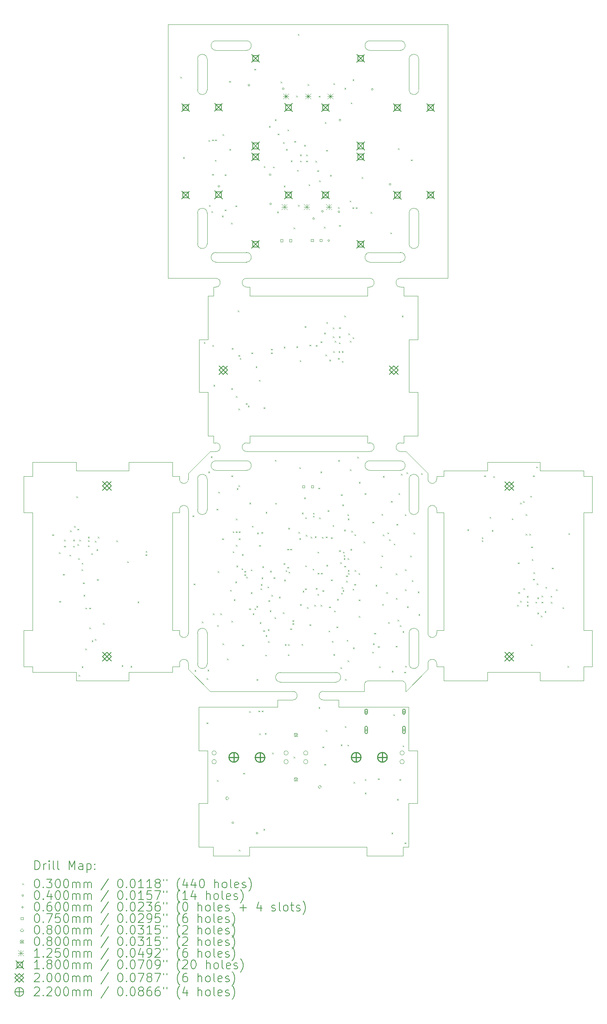
<source format=gbr>
%TF.GenerationSoftware,KiCad,Pcbnew,(6.0.9)*%
%TF.CreationDate,2023-04-01T02:53:39-03:00*%
%TF.ProjectId,PANEL-COMPLETE,50414e45-4c2d-4434-9f4d-504c4554452e,Rev 3*%
%TF.SameCoordinates,Original*%
%TF.FileFunction,Drillmap*%
%TF.FilePolarity,Positive*%
%FSLAX45Y45*%
G04 Gerber Fmt 4.5, Leading zero omitted, Abs format (unit mm)*
G04 Created by KiCad (PCBNEW (6.0.9)) date 2023-04-01 02:53:39*
%MOMM*%
%LPD*%
G01*
G04 APERTURE LIST*
%ADD10C,0.100000*%
%ADD11C,0.200000*%
%ADD12C,0.030000*%
%ADD13C,0.040000*%
%ADD14C,0.060000*%
%ADD15C,0.075000*%
%ADD16C,0.080000*%
%ADD17C,0.125000*%
%ADD18C,0.180000*%
%ADD19C,0.220000*%
G04 APERTURE END LIST*
D10*
X18089833Y-9553920D02*
G75*
G03*
X17869833Y-9553920I-110000J0D01*
G01*
X22634827Y-20346293D02*
G75*
G03*
X22534832Y-20246293I-99998J3D01*
G01*
X22639832Y-15006272D02*
X22512077Y-15006272D01*
X18089833Y-19156273D02*
G75*
G03*
X17869833Y-19156273I-110000J0D01*
G01*
X22929832Y-9553920D02*
X22929832Y-10253920D01*
X16297517Y-15446272D02*
X15097517Y-15446272D01*
X21684833Y-20486293D02*
X21684833Y-20346293D01*
X17659833Y-19986273D02*
X17659833Y-19857858D01*
X26700832Y-20246273D02*
X26700832Y-19921273D01*
X22699832Y-21846273D02*
X22899832Y-21846273D01*
X22910980Y-14645252D02*
X22910980Y-13645252D01*
X20749829Y-20686273D02*
X21099833Y-20686273D01*
X18224833Y-24046272D02*
X18224833Y-24246272D01*
X19699833Y-20686273D02*
X20049836Y-20686273D01*
X17199833Y-5243920D02*
X23599832Y-5243920D01*
X22509832Y-10673920D02*
X21809833Y-10673920D01*
X17199833Y-11043920D02*
X17199833Y-5243920D01*
X21809500Y-11245252D02*
X21755980Y-11245252D01*
X22599832Y-21896273D02*
G75*
G03*
X22599832Y-21896273I-50000J0D01*
G01*
X23340832Y-16401272D02*
X23500832Y-16401272D01*
X22639832Y-20486273D02*
X23139832Y-19986273D01*
X22509832Y-10673920D02*
G75*
G03*
X22509832Y-10453920I-3J110000D01*
G01*
X26700832Y-15571272D02*
X26700832Y-15446272D01*
X23340832Y-19921273D02*
X23500832Y-19921273D01*
X22639832Y-20486273D02*
X22634832Y-20486293D01*
X23340832Y-15571272D02*
X23500832Y-15571272D01*
X19764833Y-20056268D02*
G75*
G03*
X19764833Y-20276273I-3J-110003D01*
G01*
X22709832Y-19156273D02*
X22709832Y-19856273D01*
X22710980Y-12445252D02*
X22910980Y-12445252D01*
X23139832Y-15634658D02*
X23139832Y-15506272D01*
X18288950Y-14805252D02*
X18235980Y-14805252D01*
X17457518Y-19921273D02*
X17297518Y-19921273D01*
X22899832Y-21846273D02*
X22899832Y-23046272D01*
X18089833Y-6033920D02*
G75*
G03*
X17869833Y-6033920I-110000J0D01*
G01*
X19065980Y-14805252D02*
X18990635Y-14805252D01*
X18289059Y-11245252D02*
X18235980Y-11245252D01*
X22506149Y-11043928D02*
G75*
G03*
X22516304Y-11245252I5081J-100662D01*
G01*
X22509832Y-5833920D02*
G75*
G03*
X22509832Y-5613920I-3J110000D01*
G01*
X19054833Y-24046272D02*
X19054833Y-24246272D01*
X22585980Y-14805252D02*
X22585980Y-14645252D01*
X22929832Y-15636272D02*
G75*
G03*
X22709832Y-15636272I-110000J0D01*
G01*
X23340835Y-16338887D02*
G75*
G03*
X23139832Y-16336320I-100485J2567D01*
G01*
X17869833Y-19156273D02*
X17869833Y-19856273D01*
X23500832Y-19921273D02*
X23500832Y-20246273D01*
X22511365Y-14805247D02*
G75*
G03*
X22512077Y-15006272I355J-100513D01*
G01*
X22929832Y-9553920D02*
G75*
G03*
X22709832Y-9553920I-110000J0D01*
G01*
X14097517Y-19091273D02*
X13897517Y-19091273D01*
X23340832Y-19156680D02*
X23340832Y-19091273D01*
X14097517Y-16401272D02*
X14097517Y-19091273D01*
X15097517Y-20046273D02*
X15097517Y-20246273D01*
X23139832Y-19986273D02*
X23139832Y-19855865D01*
X26700832Y-15446272D02*
X25700832Y-15446272D01*
X18288055Y-11043920D02*
X17199833Y-11043920D01*
X17659833Y-16338388D02*
G75*
G03*
X17457518Y-16338388I-101158J0D01*
G01*
X17457523Y-15634157D02*
G75*
G03*
X17659833Y-15633157I101158J-3D01*
G01*
X19699833Y-20686273D02*
X19699833Y-20846273D01*
X16297517Y-20246273D02*
X16297517Y-20046273D01*
X22709832Y-6733920D02*
G75*
G03*
X22929832Y-6733920I110000J0D01*
G01*
X18224833Y-24046272D02*
X17899833Y-24046272D01*
X26700832Y-15571272D02*
X26900832Y-15571272D01*
X18289833Y-10453920D02*
G75*
G03*
X18289833Y-10673920I-3J-110000D01*
G01*
X17457518Y-19091273D02*
X17297518Y-19091273D01*
X16297517Y-20046273D02*
X17297518Y-20046273D01*
X19065980Y-14645252D02*
X21755980Y-14645252D01*
X22910980Y-11445252D02*
X22585980Y-11445252D01*
X22929832Y-16336272D02*
X22929832Y-15636272D01*
X21809390Y-15006272D02*
X18991635Y-15006272D01*
X17899833Y-20846273D02*
X19699833Y-20846273D01*
X17869833Y-16336272D02*
G75*
G03*
X18089833Y-16336272I110000J0D01*
G01*
X17297518Y-20046273D02*
X17297518Y-19921273D01*
X21099833Y-20686273D02*
X21099833Y-20846273D01*
X20395400Y-22096273D02*
G75*
G03*
X20395400Y-22096273I-50000J0D01*
G01*
X26900832Y-19921273D02*
X26900832Y-19091273D01*
X21809500Y-11245260D02*
G75*
G03*
X21809500Y-11043920I0J100670D01*
G01*
X20395400Y-21896273D02*
G75*
G03*
X20395400Y-21896273I-50000J0D01*
G01*
X17457518Y-19091273D02*
X17457518Y-19156676D01*
X18289833Y-15436272D02*
X18989833Y-15436272D01*
X17910980Y-12445252D02*
X17910980Y-13645252D01*
X14097517Y-19921273D02*
X13897517Y-19921273D01*
X23139832Y-19155865D02*
X23139832Y-16336320D01*
X21809833Y-5613920D02*
X22509832Y-5613920D01*
X18990635Y-14805247D02*
G75*
G03*
X18991635Y-15006272I495J-100513D01*
G01*
X22929832Y-19856273D02*
X22929832Y-19156273D01*
X17910980Y-13645252D02*
X18110980Y-13645252D01*
X18099833Y-21846273D02*
X17899833Y-21846273D01*
X23500832Y-16401272D02*
X23500832Y-19091273D01*
X18089833Y-9553920D02*
X18089833Y-10253920D01*
X23500832Y-20246273D02*
X24500832Y-20246273D01*
X18099833Y-21846273D02*
X18099833Y-23046272D01*
X22699832Y-24046272D02*
X22574832Y-24046272D01*
X17297518Y-15246272D02*
X16297517Y-15246272D01*
X22585980Y-14645252D02*
X22910980Y-14645252D01*
X22509832Y-5833920D02*
X21809833Y-5833920D01*
X26700832Y-19091273D02*
X26700832Y-16401272D01*
X21034833Y-20276268D02*
G75*
G03*
X21034833Y-20056273I-3J109998D01*
G01*
X21755980Y-11445252D02*
X19065980Y-11445252D01*
X17457518Y-16338388D02*
X17457518Y-16401272D01*
X18159833Y-15006272D02*
X17659833Y-15506272D01*
X18089833Y-16336272D02*
X18089833Y-15636272D01*
X17659833Y-19153571D02*
X17659833Y-16338388D01*
X20049836Y-20686268D02*
G75*
G03*
X20049836Y-20486293I4J99988D01*
G01*
X19054833Y-24246272D02*
X18224833Y-24246272D01*
X22585980Y-11445252D02*
X22585980Y-11245252D01*
X22929832Y-6033920D02*
X22929832Y-6733920D01*
X19945820Y-21896273D02*
G75*
G03*
X19945820Y-21896273I-50000J0D01*
G01*
X22534832Y-20246293D02*
X21784833Y-20246293D01*
X17869833Y-6733920D02*
X17869833Y-6033920D01*
X22509832Y-15436267D02*
G75*
G03*
X22509832Y-15216272I-3J109998D01*
G01*
X18299833Y-22096273D02*
G75*
G03*
X18299833Y-22096273I-50000J0D01*
G01*
X13897517Y-15571272D02*
X13897517Y-16401272D01*
X17457518Y-19855869D02*
X17457518Y-19921273D01*
X26700832Y-19921273D02*
X26900832Y-19921273D01*
X22929832Y-19156273D02*
G75*
G03*
X22709832Y-19156273I-110000J0D01*
G01*
X21809833Y-5613920D02*
G75*
G03*
X21809833Y-5833920I-3J-110000D01*
G01*
X22910980Y-12445252D02*
X22910980Y-11445252D01*
X18110980Y-12445252D02*
X17910980Y-12445252D01*
X21784833Y-20246293D02*
G75*
G03*
X21684833Y-20346293I-3J-99998D01*
G01*
X22709832Y-10253920D02*
X22709832Y-9553920D01*
X21744833Y-24046272D02*
X19054833Y-24046272D01*
X23599832Y-11043920D02*
X22506148Y-11043920D01*
X20749836Y-20486288D02*
G75*
G03*
X20749829Y-20686273I4J-99993D01*
G01*
X18235980Y-14805252D02*
X18235980Y-14645252D01*
X17457518Y-15571272D02*
X17297518Y-15571272D01*
X17457518Y-15571272D02*
X17457518Y-15634157D01*
X24500832Y-15446272D02*
X23500832Y-15446272D01*
X15097517Y-15246272D02*
X14097517Y-15246272D01*
X18089833Y-15636272D02*
G75*
G03*
X17869833Y-15636272I-110000J0D01*
G01*
X19764833Y-20276273D02*
X21034833Y-20276273D01*
X23340832Y-19091273D02*
X23500832Y-19091273D01*
X19945820Y-22096273D02*
G75*
G03*
X19945820Y-22096273I-50000J0D01*
G01*
X18989833Y-15436267D02*
G75*
G03*
X18989833Y-15216272I-3J109998D01*
G01*
X26700832Y-16401272D02*
X26900832Y-16401272D01*
X18289059Y-11245260D02*
G75*
G03*
X18288055Y-11043920I-499J100670D01*
G01*
X17869833Y-19856273D02*
G75*
G03*
X18089833Y-19856273I110000J0D01*
G01*
X25700832Y-20046273D02*
X25700832Y-20246273D01*
X18089833Y-19856273D02*
X18089833Y-19156273D01*
X18299833Y-21896273D02*
G75*
G03*
X18299833Y-21896273I-50000J0D01*
G01*
X22910980Y-13645252D02*
X22710980Y-13645252D01*
X18288950Y-15006267D02*
G75*
G03*
X18288950Y-14805252I0J100508D01*
G01*
X22709832Y-10253920D02*
G75*
G03*
X22929832Y-10253920I110000J0D01*
G01*
X14097517Y-19921273D02*
X14097517Y-20046273D01*
X23500832Y-15446272D02*
X23500832Y-15571272D01*
X22709832Y-15636272D02*
X22709832Y-16336272D01*
X21809833Y-10453920D02*
X22509832Y-10453920D01*
X21809390Y-15006267D02*
G75*
G03*
X21809390Y-14805252I0J100508D01*
G01*
X17899833Y-21846273D02*
X17899833Y-20846273D01*
X21755980Y-11445252D02*
X21755980Y-11245252D01*
X17457518Y-16401272D02*
X17297518Y-16401272D01*
X24500832Y-15246272D02*
X24500832Y-15446272D01*
X23139832Y-15506272D02*
X22639832Y-15006272D01*
X17869833Y-6733920D02*
G75*
G03*
X18089833Y-6733920I110000J0D01*
G01*
X17457519Y-19156676D02*
G75*
G03*
X17659833Y-19153571I101181J-14D01*
G01*
X18370000Y-20486293D02*
X18159833Y-20486273D01*
X21099833Y-20846273D02*
X22699832Y-20846273D01*
X18289833Y-15216267D02*
G75*
G03*
X18289833Y-15436272I-3J-110003D01*
G01*
X22699832Y-20846273D02*
X22699832Y-21846273D01*
X26900832Y-16401272D02*
X26900832Y-15571272D01*
X18289833Y-5613920D02*
X18989833Y-5613920D01*
X18989833Y-15216272D02*
X18289833Y-15216272D01*
X24500832Y-20246273D02*
X24500832Y-20046273D01*
X18989833Y-5833920D02*
X18289833Y-5833920D01*
X21744833Y-24046272D02*
X21744833Y-24246272D01*
X23599832Y-5243920D02*
X23599832Y-11043920D01*
X17297518Y-19091273D02*
X17297518Y-16401272D01*
X22599832Y-22096273D02*
G75*
G03*
X22599832Y-22096273I-50000J0D01*
G01*
X18289833Y-5613920D02*
G75*
G03*
X18289833Y-5833920I-3J-110000D01*
G01*
X18289833Y-10453920D02*
X18989833Y-10453920D01*
X21684833Y-20486293D02*
X20749836Y-20486293D01*
X26700832Y-19091273D02*
X26900832Y-19091273D01*
X18989833Y-10673920D02*
G75*
G03*
X18989833Y-10453920I-3J110000D01*
G01*
X22509832Y-15216272D02*
X21809833Y-15216272D01*
X18235980Y-11445252D02*
X18235980Y-11245252D01*
X18110980Y-14645252D02*
X18235980Y-14645252D01*
X21809390Y-14805252D02*
X21755980Y-14805252D01*
X15097517Y-15446272D02*
X15097517Y-15246272D01*
X17869833Y-10253920D02*
X17869833Y-9553920D01*
X21755980Y-14805252D02*
X21755980Y-14645252D01*
X18235980Y-11445252D02*
X18110980Y-11445252D01*
X17869833Y-10253920D02*
G75*
G03*
X18089833Y-10253920I110000J0D01*
G01*
X20049836Y-20486293D02*
X18370000Y-20486293D01*
X17297518Y-15571272D02*
X17297518Y-15246272D01*
X22574832Y-24046272D02*
X22574832Y-24246272D01*
X23340832Y-19855865D02*
G75*
G03*
X23139832Y-19855865I-100500J0D01*
G01*
X22710980Y-13645252D02*
X22710980Y-12445252D01*
X19065980Y-14805252D02*
X19065980Y-14645252D01*
X18990524Y-11043927D02*
G75*
G03*
X18991524Y-11245252I496J-100663D01*
G01*
X22929832Y-6033920D02*
G75*
G03*
X22709832Y-6033920I-110000J0D01*
G01*
X18110980Y-11445252D02*
X18110980Y-12445252D01*
X17899833Y-23046272D02*
X18099833Y-23046272D01*
X21809500Y-11043920D02*
X18990524Y-11043920D01*
X14097517Y-20046273D02*
X15097517Y-20046273D01*
X23139822Y-15634658D02*
G75*
G03*
X23340832Y-15633658I100508J-2D01*
G01*
X17899833Y-24046272D02*
X17899833Y-23046272D01*
X24500832Y-20046273D02*
X25700832Y-20046273D01*
X23139839Y-19155865D02*
G75*
G03*
X23340832Y-19156680I100491J-1815D01*
G01*
X18989833Y-10673920D02*
X18289833Y-10673920D01*
X22574832Y-24246272D02*
X21744833Y-24246272D01*
X14097517Y-16401272D02*
X13897517Y-16401272D01*
X23340832Y-19921273D02*
X23340832Y-19855865D01*
X21809833Y-10453920D02*
G75*
G03*
X21809833Y-10673920I-3J-110000D01*
G01*
X22585980Y-11245252D02*
X22516304Y-11245252D01*
X18288950Y-15006272D02*
X18159833Y-15006272D01*
X22709832Y-16336272D02*
G75*
G03*
X22929832Y-16336272I110000J0D01*
G01*
X17659833Y-15633157D02*
X17659833Y-15506272D01*
X25700832Y-15246272D02*
X24500832Y-15246272D01*
X18989833Y-5833920D02*
G75*
G03*
X18989833Y-5613920I-3J110000D01*
G01*
X22585980Y-14805252D02*
X22511365Y-14805252D01*
X17659833Y-19986273D02*
X18159833Y-20486273D01*
X25700832Y-20246273D02*
X26700832Y-20246273D01*
X14097517Y-15571272D02*
X13897517Y-15571272D01*
X17659842Y-19857858D02*
G75*
G03*
X17457518Y-19855869I-101172J-2D01*
G01*
X17869833Y-15636272D02*
X17869833Y-16336272D01*
X18089833Y-6033920D02*
X18089833Y-6733920D01*
X14097517Y-15246272D02*
X14097517Y-15571272D01*
X22899832Y-23046272D02*
X22699832Y-23046272D01*
X16297517Y-15246272D02*
X16297517Y-15446272D01*
X22709832Y-19856273D02*
G75*
G03*
X22929832Y-19856273I110000J0D01*
G01*
X18110980Y-14645252D02*
X18110980Y-13645252D01*
X22634832Y-20486293D02*
X22634832Y-20346293D01*
X15097517Y-20246273D02*
X16297517Y-20246273D01*
X23340832Y-15633658D02*
X23340832Y-15571272D01*
X23340832Y-16401272D02*
X23340832Y-16338887D01*
X19065980Y-11445252D02*
X19065980Y-11245252D01*
X13897517Y-19091273D02*
X13897517Y-19921273D01*
X21034833Y-20056273D02*
X19764833Y-20056273D01*
X25700832Y-15446272D02*
X25700832Y-15246272D01*
X22699832Y-23046272D02*
X22699832Y-24046272D01*
X21809833Y-15216267D02*
G75*
G03*
X21809833Y-15436272I-3J-110003D01*
G01*
X21809833Y-15436272D02*
X22509832Y-15436272D01*
X19065980Y-11245252D02*
X18991524Y-11245252D01*
X22709832Y-6733920D02*
X22709832Y-6033920D01*
D11*
D12*
X14549045Y-16897168D02*
X14579045Y-16927168D01*
X14579045Y-16897168D02*
X14549045Y-16927168D01*
X14698905Y-17308648D02*
X14728905Y-17338648D01*
X14728905Y-17308648D02*
X14698905Y-17338648D01*
X14706840Y-18420320D02*
X14736840Y-18450320D01*
X14736840Y-18420320D02*
X14706840Y-18450320D01*
X14792885Y-17803948D02*
X14822885Y-17833948D01*
X14822885Y-17803948D02*
X14792885Y-17833948D01*
X14817774Y-17020004D02*
X14847774Y-17050004D01*
X14847774Y-17020004D02*
X14817774Y-17050004D01*
X14819572Y-17160074D02*
X14849572Y-17190074D01*
X14849572Y-17160074D02*
X14819572Y-17190074D01*
X14940205Y-17361988D02*
X14970205Y-17391988D01*
X14970205Y-17361988D02*
X14940205Y-17391988D01*
X14955445Y-16808268D02*
X14985445Y-16838268D01*
X14985445Y-16808268D02*
X14955445Y-16838268D01*
X15026565Y-17021628D02*
X15056565Y-17051628D01*
X15056565Y-17021628D02*
X15026565Y-17051628D01*
X15026565Y-17161328D02*
X15056565Y-17191328D01*
X15056565Y-17161328D02*
X15026565Y-17191328D01*
X15045965Y-16707587D02*
X15075965Y-16737587D01*
X15075965Y-16707587D02*
X15045965Y-16737587D01*
X15098000Y-16030180D02*
X15128000Y-16060180D01*
X15128000Y-16030180D02*
X15098000Y-16060180D01*
X15125625Y-16772707D02*
X15155625Y-16802708D01*
X15155625Y-16772707D02*
X15125625Y-16802708D01*
X15125625Y-17120688D02*
X15155625Y-17150688D01*
X15155625Y-17120688D02*
X15125625Y-17150688D01*
X15138515Y-17442601D02*
X15168515Y-17472601D01*
X15168515Y-17442601D02*
X15138515Y-17472601D01*
X15148800Y-20109420D02*
X15178800Y-20139420D01*
X15178800Y-20109420D02*
X15148800Y-20139420D01*
X15166265Y-17021628D02*
X15196265Y-17051628D01*
X15196265Y-17021628D02*
X15166265Y-17051628D01*
X15214525Y-17697268D02*
X15244525Y-17727268D01*
X15244525Y-17697268D02*
X15214525Y-17727268D01*
X15222162Y-17549931D02*
X15252162Y-17579931D01*
X15252162Y-17549931D02*
X15222162Y-17579931D01*
X15222460Y-19916380D02*
X15252460Y-19946380D01*
X15252460Y-19916380D02*
X15222460Y-19946380D01*
X15252625Y-17996988D02*
X15282625Y-18026988D01*
X15282625Y-17996988D02*
X15252625Y-18026988D01*
X15262785Y-18284008D02*
X15292785Y-18314008D01*
X15292785Y-18284008D02*
X15262785Y-18314008D01*
X15299521Y-19508090D02*
X15329521Y-19538090D01*
X15329521Y-19508090D02*
X15299521Y-19538090D01*
X15307235Y-18574838D02*
X15337235Y-18604838D01*
X15337235Y-18574838D02*
X15307235Y-18604838D01*
X15364063Y-16953048D02*
X15394063Y-16983048D01*
X15394063Y-16953048D02*
X15364063Y-16983048D01*
X15364063Y-17032009D02*
X15394063Y-17062009D01*
X15394063Y-17032009D02*
X15364063Y-17062009D01*
X15364063Y-17153708D02*
X15394063Y-17183708D01*
X15394063Y-17153708D02*
X15364063Y-17183708D01*
X15392325Y-19025688D02*
X15422325Y-19055688D01*
X15422325Y-19025688D02*
X15392325Y-19055688D01*
X15393510Y-18574922D02*
X15423510Y-18604922D01*
X15423510Y-18574922D02*
X15393510Y-18604922D01*
X15441013Y-17331080D02*
X15471013Y-17361080D01*
X15471013Y-17331080D02*
X15441013Y-17361080D01*
X15450745Y-19322868D02*
X15480745Y-19352868D01*
X15480745Y-19322868D02*
X15450745Y-19352868D01*
X15519325Y-17044488D02*
X15549325Y-17074488D01*
X15549325Y-17044488D02*
X15519325Y-17074488D01*
X15519325Y-19289848D02*
X15549325Y-19319848D01*
X15549325Y-19289848D02*
X15519325Y-19319848D01*
X15559965Y-17242608D02*
X15589965Y-17272608D01*
X15589965Y-17242608D02*
X15559965Y-17272608D01*
X15570125Y-17920788D02*
X15600125Y-17950788D01*
X15600125Y-17920788D02*
X15570125Y-17950788D01*
X15587905Y-16953048D02*
X15617905Y-16983048D01*
X15617905Y-16953048D02*
X15587905Y-16983048D01*
X15709825Y-18926628D02*
X15739825Y-18956628D01*
X15739825Y-18926628D02*
X15709825Y-18956628D01*
X16012400Y-17036020D02*
X16042400Y-17066020D01*
X16042400Y-17036020D02*
X16012400Y-17066020D01*
X16134005Y-19891828D02*
X16164005Y-19921828D01*
X16164005Y-19891828D02*
X16134005Y-19921828D01*
X16263926Y-17517384D02*
X16293926Y-17547384D01*
X16293926Y-17517384D02*
X16263926Y-17547384D01*
X16339745Y-19909608D02*
X16369745Y-19939608D01*
X16369745Y-19909608D02*
X16339745Y-19939608D01*
X16497540Y-18435560D02*
X16527540Y-18465560D01*
X16527540Y-18435560D02*
X16497540Y-18465560D01*
X16680105Y-17354603D02*
X16710105Y-17384603D01*
X16710105Y-17354603D02*
X16680105Y-17384603D01*
X16685185Y-17280708D02*
X16715185Y-17310708D01*
X16715185Y-17280708D02*
X16685185Y-17310708D01*
X17475440Y-6439140D02*
X17505440Y-6469140D01*
X17505440Y-6439140D02*
X17475440Y-6469140D01*
X17541480Y-8273020D02*
X17571480Y-8303020D01*
X17571480Y-8273020D02*
X17541480Y-8303020D01*
X17757380Y-16464520D02*
X17787380Y-16494520D01*
X17787380Y-16464520D02*
X17757380Y-16494520D01*
X17780240Y-18024080D02*
X17810240Y-18054080D01*
X17810240Y-18024080D02*
X17780240Y-18054080D01*
X17803100Y-20000200D02*
X17833100Y-20030200D01*
X17833100Y-20000200D02*
X17803100Y-20030200D01*
X17968200Y-18892760D02*
X17998200Y-18922760D01*
X17998200Y-18892760D02*
X17968200Y-18922760D01*
X18013920Y-12504660D02*
X18043920Y-12534660D01*
X18043920Y-12504660D02*
X18013920Y-12534660D01*
X18077420Y-20185620D02*
X18107420Y-20215620D01*
X18107420Y-20185620D02*
X18077420Y-20215620D01*
X18079960Y-21199080D02*
X18109960Y-21229080D01*
X18109960Y-21199080D02*
X18079960Y-21229080D01*
X18100280Y-19992580D02*
X18130280Y-20022580D01*
X18130280Y-19992580D02*
X18100280Y-20022580D01*
X18118060Y-15461220D02*
X18148060Y-15491220D01*
X18148060Y-15461220D02*
X18118060Y-15491220D01*
X18122153Y-7884400D02*
X18152153Y-7914400D01*
X18152153Y-7884400D02*
X18122153Y-7914400D01*
X18133781Y-9372359D02*
X18163781Y-9402359D01*
X18163781Y-9372359D02*
X18133781Y-9402359D01*
X18176480Y-15115780D02*
X18206480Y-15145780D01*
X18206480Y-15115780D02*
X18176480Y-15145780D01*
X18186700Y-9510060D02*
X18216700Y-9540060D01*
X18216700Y-9510060D02*
X18186700Y-9540060D01*
X18205240Y-7873012D02*
X18235240Y-7903012D01*
X18235240Y-7873012D02*
X18205240Y-7903012D01*
X18205973Y-8659100D02*
X18235973Y-8689100D01*
X18235973Y-8659100D02*
X18205973Y-8689100D01*
X18209500Y-12570700D02*
X18239500Y-12600700D01*
X18239500Y-12570700D02*
X18209500Y-12600700D01*
X18222200Y-18706410D02*
X18252200Y-18736410D01*
X18252200Y-18706410D02*
X18222200Y-18736410D01*
X18235425Y-13481740D02*
X18265425Y-13511740D01*
X18265425Y-13481740D02*
X18235425Y-13511740D01*
X18269473Y-8336520D02*
X18299473Y-8366520D01*
X18299473Y-8336520D02*
X18269473Y-8366520D01*
X18275190Y-7873147D02*
X18305190Y-7903147D01*
X18305190Y-7873147D02*
X18275190Y-7903147D01*
X18306020Y-16312120D02*
X18336020Y-16342120D01*
X18336020Y-16312120D02*
X18306020Y-16342120D01*
X18316180Y-22517340D02*
X18346180Y-22547340D01*
X18346180Y-22517340D02*
X18316180Y-22547340D01*
X18321260Y-18974040D02*
X18351260Y-19004040D01*
X18351260Y-18974040D02*
X18321260Y-19004040D01*
X18331420Y-17739600D02*
X18361420Y-17769600D01*
X18361420Y-17739600D02*
X18331420Y-17769600D01*
X18346660Y-15926040D02*
X18376660Y-15956040D01*
X18376660Y-15926040D02*
X18346660Y-15956040D01*
X18391370Y-18706410D02*
X18421370Y-18736410D01*
X18421370Y-18706410D02*
X18391370Y-18736410D01*
X18429493Y-9614140D02*
X18459493Y-9644140D01*
X18459493Y-9614140D02*
X18429493Y-9644140D01*
X18435560Y-16992840D02*
X18465560Y-17022840D01*
X18465560Y-16992840D02*
X18435560Y-17022840D01*
X18440640Y-19393140D02*
X18470640Y-19423140D01*
X18470640Y-19393140D02*
X18440640Y-19423140D01*
X18441803Y-7749320D02*
X18471803Y-7779320D01*
X18471803Y-7749320D02*
X18441803Y-7779320D01*
X18491461Y-9474461D02*
X18521461Y-9504461D01*
X18521461Y-9474461D02*
X18491461Y-9504461D01*
X18492993Y-8666720D02*
X18522993Y-8696720D01*
X18522993Y-8666720D02*
X18492993Y-8696720D01*
X18544780Y-19738580D02*
X18574780Y-19768580D01*
X18574780Y-19738580D02*
X18544780Y-19768580D01*
X18593040Y-6533120D02*
X18623040Y-6563120D01*
X18623040Y-6533120D02*
X18593040Y-6563120D01*
X18598563Y-8088960D02*
X18628563Y-8118960D01*
X18628563Y-8088960D02*
X18598563Y-8118960D01*
X18615900Y-18168860D02*
X18645900Y-18198860D01*
X18645900Y-18168860D02*
X18615900Y-18198860D01*
X18635233Y-9774160D02*
X18665233Y-9804160D01*
X18665233Y-9774160D02*
X18635233Y-9804160D01*
X18641300Y-13556220D02*
X18671300Y-13586220D01*
X18671300Y-13556220D02*
X18641300Y-13586220D01*
X18643840Y-15550120D02*
X18673840Y-15580120D01*
X18673840Y-15550120D02*
X18643840Y-15580120D01*
X18646380Y-18874980D02*
X18676380Y-18904980D01*
X18676380Y-18874980D02*
X18646380Y-18904980D01*
X18653493Y-12640284D02*
X18683493Y-12670284D01*
X18683493Y-12640284D02*
X18653493Y-12670284D01*
X18675049Y-16830280D02*
X18705049Y-16860280D01*
X18705049Y-16830280D02*
X18675049Y-16860280D01*
X18675317Y-17285937D02*
X18705317Y-17315937D01*
X18705317Y-17285937D02*
X18675317Y-17315937D01*
X18702260Y-18382220D02*
X18732260Y-18412220D01*
X18732260Y-18382220D02*
X18702260Y-18412220D01*
X18732740Y-17975820D02*
X18762740Y-18005820D01*
X18762740Y-17975820D02*
X18732740Y-18005820D01*
X18740319Y-9381646D02*
X18770319Y-9411646D01*
X18770319Y-9381646D02*
X18740319Y-9411646D01*
X18745000Y-16540280D02*
X18775000Y-16570280D01*
X18775000Y-16540280D02*
X18745000Y-16570280D01*
X18745000Y-16830280D02*
X18775000Y-16860280D01*
X18775000Y-16830280D02*
X18745000Y-16860280D01*
X18745440Y-13736560D02*
X18775440Y-13766560D01*
X18775440Y-13736560D02*
X18745440Y-13766560D01*
X18745681Y-17137861D02*
X18775681Y-17167861D01*
X18775681Y-17137861D02*
X18745681Y-17167861D01*
X18758140Y-17615140D02*
X18788140Y-17645140D01*
X18788140Y-17615140D02*
X18758140Y-17645140D01*
X18769072Y-15845565D02*
X18799072Y-15875565D01*
X18799072Y-15845565D02*
X18769072Y-15875565D01*
X18788620Y-11780760D02*
X18818620Y-11810760D01*
X18818620Y-11780760D02*
X18788620Y-11810760D01*
X18804385Y-12798480D02*
X18834385Y-12828480D01*
X18834385Y-12798480D02*
X18804385Y-12828480D01*
X18805683Y-15776180D02*
X18835683Y-15806180D01*
X18835683Y-15776180D02*
X18805683Y-15806180D01*
X18808183Y-14023580D02*
X18838183Y-14053580D01*
X18838183Y-14023580D02*
X18808183Y-14053580D01*
X18814020Y-24107380D02*
X18844020Y-24137380D01*
X18844020Y-24107380D02*
X18814020Y-24137380D01*
X18814950Y-16830280D02*
X18844950Y-16860280D01*
X18844950Y-16830280D02*
X18814950Y-16860280D01*
X18816046Y-16989786D02*
X18846046Y-17019786D01*
X18846046Y-16989786D02*
X18816046Y-17019786D01*
X18837405Y-12867060D02*
X18867405Y-12897060D01*
X18867405Y-12867060D02*
X18837405Y-12897060D01*
X18880060Y-17678640D02*
X18910060Y-17708640D01*
X18910060Y-17678640D02*
X18880060Y-17708640D01*
X18885140Y-17350980D02*
X18915140Y-17380980D01*
X18915140Y-17350980D02*
X18885140Y-17380980D01*
X18892760Y-19421080D02*
X18922760Y-19451080D01*
X18922760Y-19421080D02*
X18892760Y-19451080D01*
X18917500Y-22350000D02*
X18947500Y-22380000D01*
X18947500Y-22350000D02*
X18917500Y-22380000D01*
X18940010Y-17734520D02*
X18970010Y-17764520D01*
X18970010Y-17734520D02*
X18940010Y-17764520D01*
X18940010Y-17814009D02*
X18970010Y-17844009D01*
X18970010Y-17814009D02*
X18940010Y-17844009D01*
X18976267Y-13902265D02*
X19006267Y-13932265D01*
X19006267Y-13902265D02*
X18976267Y-13932265D01*
X18985915Y-17867425D02*
X19015915Y-17897425D01*
X19015915Y-17867425D02*
X18985915Y-17897425D01*
X19020583Y-13957222D02*
X19050583Y-13987222D01*
X19050583Y-13957222D02*
X19020583Y-13987222D01*
X19052780Y-20942540D02*
X19082780Y-20972540D01*
X19082780Y-20942540D02*
X19052780Y-20972540D01*
X19053790Y-18591510D02*
X19083790Y-18621510D01*
X19083790Y-18591510D02*
X19053790Y-18621510D01*
X19057860Y-16174960D02*
X19087860Y-16204960D01*
X19087860Y-16174960D02*
X19057860Y-16204960D01*
X19088340Y-18222200D02*
X19118340Y-18252200D01*
X19118340Y-18222200D02*
X19088340Y-18252200D01*
X19091890Y-17700986D02*
X19121890Y-17730986D01*
X19121890Y-17700986D02*
X19091890Y-17730986D01*
X19101565Y-12740060D02*
X19131565Y-12770060D01*
X19131565Y-12740060D02*
X19101565Y-12770060D01*
X19113740Y-16703280D02*
X19143740Y-16733280D01*
X19143740Y-16703280D02*
X19113740Y-16733280D01*
X19131843Y-18706410D02*
X19161843Y-18736410D01*
X19161843Y-18706410D02*
X19131843Y-18736410D01*
X19172500Y-6257500D02*
X19202500Y-6287500D01*
X19202500Y-6257500D02*
X19172500Y-6287500D01*
X19174700Y-18593040D02*
X19204700Y-18623040D01*
X19204700Y-18593040D02*
X19174700Y-18623040D01*
X19200625Y-13057560D02*
X19230625Y-13087560D01*
X19230625Y-13057560D02*
X19200625Y-13087560D01*
X19216650Y-18537064D02*
X19246650Y-18567064D01*
X19246650Y-18537064D02*
X19216650Y-18567064D01*
X19220420Y-20208480D02*
X19250420Y-20238480D01*
X19250420Y-20208480D02*
X19220420Y-20238480D01*
X19233120Y-16860760D02*
X19263120Y-16890760D01*
X19263120Y-16860760D02*
X19233120Y-16890760D01*
X19264393Y-20929840D02*
X19294393Y-20959840D01*
X19294393Y-20929840D02*
X19264393Y-20959840D01*
X19276300Y-13368260D02*
X19306300Y-13398260D01*
X19306300Y-13368260D02*
X19276300Y-13398260D01*
X19281380Y-17145240D02*
X19311380Y-17175240D01*
X19311380Y-17145240D02*
X19281380Y-17175240D01*
X19281380Y-21450540D02*
X19311380Y-21480540D01*
X19311380Y-21450540D02*
X19281380Y-21480540D01*
X19291540Y-18910540D02*
X19321540Y-18940540D01*
X19321540Y-18910540D02*
X19291540Y-18940540D01*
X19310076Y-18135084D02*
X19340076Y-18165084D01*
X19340076Y-18135084D02*
X19310076Y-18165084D01*
X19317950Y-18035804D02*
X19347950Y-18065804D01*
X19347950Y-18035804D02*
X19317950Y-18065804D01*
X19332180Y-16845520D02*
X19362180Y-16875520D01*
X19362180Y-16845520D02*
X19332180Y-16875520D01*
X19334720Y-17884380D02*
X19364720Y-17914380D01*
X19364720Y-17884380D02*
X19334720Y-17914380D01*
X19339393Y-20929840D02*
X19369393Y-20959840D01*
X19369393Y-20929840D02*
X19339393Y-20959840D01*
X19352500Y-17630380D02*
X19382500Y-17660380D01*
X19382500Y-17630380D02*
X19352500Y-17660380D01*
X19373264Y-19091325D02*
X19403264Y-19121325D01*
X19403264Y-19091325D02*
X19373264Y-19121325D01*
X19377900Y-23632400D02*
X19407900Y-23662400D01*
X19407900Y-23632400D02*
X19377900Y-23662400D01*
X19380440Y-13995640D02*
X19410440Y-14025640D01*
X19410440Y-13995640D02*
X19380440Y-14025640D01*
X19387073Y-8481300D02*
X19417073Y-8511300D01*
X19417073Y-8481300D02*
X19387073Y-8511300D01*
X19412010Y-21440380D02*
X19442010Y-21470380D01*
X19442010Y-21440380D02*
X19412010Y-21470380D01*
X19418540Y-19649680D02*
X19448540Y-19679680D01*
X19448540Y-19649680D02*
X19418540Y-19679680D01*
X19428214Y-19206190D02*
X19458214Y-19236190D01*
X19458214Y-19206190D02*
X19428214Y-19236190D01*
X19428690Y-16385790D02*
X19458690Y-16415790D01*
X19458690Y-16385790D02*
X19428690Y-16415790D01*
X19471880Y-18092660D02*
X19501880Y-18122660D01*
X19501880Y-18092660D02*
X19471880Y-18122660D01*
X19479500Y-19068020D02*
X19509500Y-19098020D01*
X19509500Y-19068020D02*
X19479500Y-19098020D01*
X19482040Y-19339800D02*
X19512040Y-19369800D01*
X19512040Y-19339800D02*
X19482040Y-19369800D01*
X19492200Y-18405390D02*
X19522200Y-18435390D01*
X19522200Y-18405390D02*
X19492200Y-18435390D01*
X19503913Y-7561820D02*
X19533913Y-7591820D01*
X19533913Y-7561820D02*
X19503913Y-7591820D01*
X19522680Y-18638760D02*
X19552680Y-18668760D01*
X19552680Y-18638760D02*
X19522680Y-18668760D01*
X19530300Y-17731980D02*
X19560300Y-17761980D01*
X19560300Y-17731980D02*
X19530300Y-17761980D01*
X19552330Y-12741245D02*
X19582330Y-12771245D01*
X19582330Y-12741245D02*
X19552330Y-12771245D01*
X19552415Y-12654970D02*
X19582415Y-12684970D01*
X19582415Y-12654970D02*
X19552415Y-12684970D01*
X19560094Y-18284254D02*
X19590094Y-18314254D01*
X19590094Y-18284254D02*
X19560094Y-18314254D01*
X19576020Y-21887420D02*
X19606020Y-21917420D01*
X19606020Y-21887420D02*
X19576020Y-21917420D01*
X19597500Y-8490000D02*
X19627500Y-8520000D01*
X19627500Y-8490000D02*
X19597500Y-8520000D01*
X19609040Y-17881840D02*
X19639040Y-17911840D01*
X19639040Y-17881840D02*
X19609040Y-17911840D01*
X19631900Y-18793700D02*
X19661900Y-18823700D01*
X19661900Y-18793700D02*
X19631900Y-18823700D01*
X19638533Y-7409420D02*
X19668533Y-7439420D01*
X19668533Y-7409420D02*
X19638533Y-7439420D01*
X19639520Y-15197060D02*
X19669520Y-15227060D01*
X19669520Y-15197060D02*
X19639520Y-15227060D01*
X19647140Y-16180040D02*
X19677140Y-16210040D01*
X19677140Y-16180040D02*
X19647140Y-16210040D01*
X19692860Y-9520160D02*
X19722860Y-9550160D01*
X19722860Y-9520160D02*
X19692860Y-9550160D01*
X19702033Y-7737080D02*
X19732033Y-7767080D01*
X19732033Y-7737080D02*
X19702033Y-7767080D01*
X19733500Y-18326340D02*
X19763500Y-18356340D01*
X19763500Y-18326340D02*
X19733500Y-18356340D01*
X19773153Y-6545820D02*
X19803153Y-6575820D01*
X19803153Y-6545820D02*
X19773153Y-6575820D01*
X19822400Y-18679400D02*
X19852400Y-18709400D01*
X19852400Y-18679400D02*
X19822400Y-18709400D01*
X19826493Y-7932660D02*
X19856493Y-7962660D01*
X19856493Y-7932660D02*
X19826493Y-7962660D01*
X19841246Y-17557786D02*
X19871246Y-17587786D01*
X19871246Y-17557786D02*
X19841246Y-17587786D01*
X19843245Y-12610520D02*
X19873245Y-12640520D01*
X19873245Y-12610520D02*
X19843245Y-12640520D01*
X19844273Y-8925800D02*
X19874273Y-8955800D01*
X19874273Y-8925800D02*
X19844273Y-8955800D01*
X19850340Y-17935180D02*
X19880340Y-17965180D01*
X19880340Y-17935180D02*
X19850340Y-17965180D01*
X19869046Y-19409189D02*
X19899046Y-19439189D01*
X19899046Y-19409189D02*
X19869046Y-19439189D01*
X19886662Y-17719280D02*
X19916662Y-17749280D01*
X19916662Y-17719280D02*
X19886662Y-17749280D01*
X19895073Y-8086590D02*
X19925073Y-8116590D01*
X19925073Y-8086590D02*
X19895073Y-8116590D01*
X19924000Y-17228631D02*
X19954000Y-17258631D01*
X19954000Y-17228631D02*
X19924000Y-17258631D01*
X19925751Y-17644831D02*
X19955751Y-17674831D01*
X19955751Y-17644831D02*
X19925751Y-17674831D01*
X19927553Y-7642560D02*
X19957553Y-7672560D01*
X19957553Y-7642560D02*
X19927553Y-7672560D01*
X19936700Y-19639520D02*
X19966700Y-19669520D01*
X19966700Y-19639520D02*
X19936700Y-19669520D01*
X19938996Y-19409336D02*
X19968996Y-19439336D01*
X19968996Y-19409336D02*
X19938996Y-19439336D01*
X19946860Y-16749000D02*
X19976860Y-16779000D01*
X19976860Y-16749000D02*
X19946860Y-16779000D01*
X19951940Y-17754840D02*
X19981940Y-17784840D01*
X19981940Y-17754840D02*
X19951940Y-17784840D01*
X19992373Y-19049419D02*
X20022373Y-19079419D01*
X20022373Y-19049419D02*
X19992373Y-19079419D01*
X19993950Y-17228631D02*
X20023950Y-17258631D01*
X20023950Y-17228631D02*
X19993950Y-17258631D01*
X20004293Y-8349220D02*
X20034293Y-8379220D01*
X20034293Y-8349220D02*
X20004293Y-8379220D01*
X20043380Y-18930860D02*
X20073380Y-18960860D01*
X20073380Y-18930860D02*
X20043380Y-18960860D01*
X20043697Y-18860910D02*
X20073697Y-18890910D01*
X20073697Y-18860910D02*
X20043697Y-18890910D01*
X20066240Y-21981400D02*
X20096240Y-22011400D01*
X20096240Y-21981400D02*
X20066240Y-22011400D01*
X20067793Y-9883380D02*
X20097793Y-9913380D01*
X20097793Y-9883380D02*
X20067793Y-9913380D01*
X20085573Y-7904720D02*
X20115573Y-7934720D01*
X20115573Y-7904720D02*
X20085573Y-7934720D01*
X20128753Y-6870940D02*
X20158753Y-6900940D01*
X20158753Y-6870940D02*
X20128753Y-6900940D01*
X20130265Y-12600360D02*
X20160265Y-12630360D01*
X20160265Y-12600360D02*
X20130265Y-12630360D01*
X20149073Y-8567660D02*
X20179073Y-8597660D01*
X20179073Y-8567660D02*
X20149073Y-8597660D01*
X20165300Y-5461240D02*
X20195300Y-5491240D01*
X20195300Y-5461240D02*
X20165300Y-5491240D01*
X20167840Y-9365220D02*
X20197840Y-9395220D01*
X20197840Y-9365220D02*
X20167840Y-9395220D01*
X20177355Y-16843625D02*
X20207355Y-16873625D01*
X20207355Y-16843625D02*
X20177355Y-16873625D01*
X20198320Y-15367240D02*
X20228320Y-15397240D01*
X20228320Y-15367240D02*
X20198320Y-15397240D01*
X20200860Y-16987760D02*
X20230860Y-17017760D01*
X20230860Y-16987760D02*
X20200860Y-17017760D01*
X20206465Y-12917860D02*
X20236465Y-12947860D01*
X20236465Y-12917860D02*
X20206465Y-12947860D01*
X20216100Y-18495590D02*
X20246100Y-18525590D01*
X20246100Y-18495590D02*
X20216100Y-18525590D01*
X20217653Y-8214600D02*
X20247653Y-8244600D01*
X20247653Y-8214600D02*
X20217653Y-8244600D01*
X20217653Y-8354300D02*
X20247653Y-8384300D01*
X20247653Y-8354300D02*
X20217653Y-8384300D01*
X20249120Y-19405840D02*
X20279120Y-19435840D01*
X20279120Y-19405840D02*
X20249120Y-19435840D01*
X20256740Y-16403560D02*
X20286740Y-16433560D01*
X20286740Y-16403560D02*
X20256740Y-16433560D01*
X20274967Y-18187570D02*
X20304967Y-18217570D01*
X20304967Y-18187570D02*
X20274967Y-18217570D01*
X20310080Y-16055580D02*
X20340080Y-16085580D01*
X20340080Y-16055580D02*
X20310080Y-16085580D01*
X20310567Y-7997634D02*
X20340567Y-8027634D01*
X20340567Y-7997634D02*
X20310567Y-8027634D01*
X20323305Y-12140620D02*
X20353305Y-12170620D01*
X20353305Y-12140620D02*
X20323305Y-12170620D01*
X20330090Y-18132620D02*
X20360090Y-18162620D01*
X20360090Y-18132620D02*
X20330090Y-18162620D01*
X20334883Y-17609579D02*
X20364883Y-17639579D01*
X20364883Y-17609579D02*
X20334883Y-17639579D01*
X20335480Y-16510240D02*
X20365480Y-16540240D01*
X20365480Y-16510240D02*
X20335480Y-16540240D01*
X20348083Y-16909194D02*
X20378083Y-16939194D01*
X20378083Y-16909194D02*
X20348083Y-16939194D01*
X20357353Y-8214600D02*
X20387353Y-8244600D01*
X20387353Y-8214600D02*
X20357353Y-8244600D01*
X20357353Y-8354300D02*
X20387353Y-8384300D01*
X20387353Y-8354300D02*
X20357353Y-8384300D01*
X20373580Y-18560020D02*
X20403580Y-18590020D01*
X20403580Y-18560020D02*
X20373580Y-18590020D01*
X20387833Y-6606780D02*
X20417833Y-6636780D01*
X20417833Y-6606780D02*
X20387833Y-6636780D01*
X20410693Y-8895320D02*
X20440693Y-8925320D01*
X20440693Y-8895320D02*
X20410693Y-8925320D01*
X20429985Y-12562260D02*
X20459985Y-12592260D01*
X20459985Y-12562260D02*
X20429985Y-12592260D01*
X20432000Y-18953720D02*
X20462000Y-18983720D01*
X20462000Y-18953720D02*
X20432000Y-18983720D01*
X20459143Y-16955175D02*
X20489143Y-16985175D01*
X20489143Y-16955175D02*
X20459143Y-16985175D01*
X20505660Y-17686260D02*
X20535660Y-17716260D01*
X20535660Y-17686260D02*
X20505660Y-17716260D01*
X20513280Y-16406100D02*
X20543280Y-16436100D01*
X20543280Y-16406100D02*
X20513280Y-16436100D01*
X20514172Y-16476045D02*
X20544172Y-16506045D01*
X20544172Y-16476045D02*
X20514172Y-16506045D01*
X20541220Y-18511760D02*
X20571220Y-18541760D01*
X20571220Y-18511760D02*
X20541220Y-18541760D01*
X20554035Y-16945065D02*
X20584035Y-16975065D01*
X20584035Y-16945065D02*
X20554035Y-16975065D01*
X20567417Y-8360136D02*
X20597417Y-8390136D01*
X20597417Y-8360136D02*
X20567417Y-8390136D01*
X20576780Y-18125680D02*
X20606780Y-18155680D01*
X20606780Y-18125680D02*
X20576780Y-18155680D01*
X20577322Y-12569897D02*
X20607322Y-12599897D01*
X20607322Y-12569897D02*
X20577322Y-12599897D01*
X20608813Y-8575280D02*
X20638813Y-8605280D01*
X20638813Y-8575280D02*
X20608813Y-8605280D01*
X20613608Y-18261573D02*
X20643608Y-18291573D01*
X20643608Y-18261573D02*
X20613608Y-18291573D01*
X20614880Y-17295100D02*
X20644880Y-17325100D01*
X20644880Y-17295100D02*
X20614880Y-17325100D01*
X20619960Y-17780240D02*
X20649960Y-17810240D01*
X20649960Y-17780240D02*
X20619960Y-17810240D01*
X20635200Y-15829520D02*
X20665200Y-15859520D01*
X20665200Y-15829520D02*
X20635200Y-15859520D01*
X20637740Y-20846020D02*
X20667740Y-20876020D01*
X20667740Y-20846020D02*
X20637740Y-20876020D01*
X20641833Y-6873480D02*
X20671833Y-6903480D01*
X20671833Y-6873480D02*
X20641833Y-6903480D01*
X20650440Y-16512780D02*
X20680440Y-16542780D01*
X20680440Y-16512780D02*
X20650440Y-16542780D01*
X20651993Y-8808960D02*
X20681993Y-8838960D01*
X20681993Y-8808960D02*
X20651993Y-8838960D01*
X20680920Y-15463760D02*
X20710920Y-15493760D01*
X20710920Y-15463760D02*
X20680920Y-15493760D01*
X20684420Y-18510800D02*
X20714420Y-18540800D01*
X20714420Y-18510800D02*
X20684420Y-18540800D01*
X20684652Y-12486250D02*
X20714652Y-12516250D01*
X20714652Y-12486250D02*
X20684652Y-12516250D01*
X20693620Y-17780240D02*
X20723620Y-17810240D01*
X20723620Y-17780240D02*
X20693620Y-17810240D01*
X20714814Y-16958154D02*
X20744814Y-16988154D01*
X20744814Y-16958154D02*
X20714814Y-16988154D01*
X20727749Y-18176400D02*
X20757749Y-18206400D01*
X20757749Y-18176400D02*
X20727749Y-18206400D01*
X20729180Y-21747720D02*
X20759180Y-21777720D01*
X20759180Y-21747720D02*
X20729180Y-21777720D01*
X20761213Y-9865600D02*
X20791213Y-9895600D01*
X20791213Y-9865600D02*
X20761213Y-9895600D01*
X20765265Y-12287940D02*
X20795265Y-12317940D01*
X20795265Y-12287940D02*
X20765265Y-12317940D01*
X20769820Y-22149040D02*
X20799820Y-22179040D01*
X20799820Y-22149040D02*
X20769820Y-22179040D01*
X20781533Y-7472920D02*
X20811533Y-7502920D01*
X20811533Y-7472920D02*
X20781533Y-7502920D01*
X20796173Y-12788748D02*
X20826173Y-12818748D01*
X20826173Y-12788748D02*
X20796173Y-12818748D01*
X20802840Y-21371800D02*
X20832840Y-21401800D01*
X20832840Y-21371800D02*
X20802840Y-21401800D01*
X20803200Y-16947480D02*
X20833200Y-16977480D01*
X20833200Y-16947480D02*
X20803200Y-16977480D01*
X20812013Y-8107920D02*
X20842013Y-8137920D01*
X20842013Y-8107920D02*
X20812013Y-8137920D01*
X20818080Y-17594820D02*
X20848080Y-17624820D01*
X20848080Y-17594820D02*
X20818080Y-17624820D01*
X20818605Y-12046640D02*
X20848605Y-12076640D01*
X20848605Y-12046640D02*
X20818605Y-12076640D01*
X20848560Y-16347680D02*
X20878560Y-16377680D01*
X20878560Y-16347680D02*
X20848560Y-16377680D01*
X20866340Y-19101040D02*
X20896340Y-19131040D01*
X20896340Y-19101040D02*
X20866340Y-19131040D01*
X20881580Y-18547320D02*
X20911580Y-18577320D01*
X20911580Y-18547320D02*
X20881580Y-18577320D01*
X20884645Y-12907700D02*
X20914645Y-12937700D01*
X20914645Y-12907700D02*
X20884645Y-12937700D01*
X20900913Y-8681960D02*
X20930913Y-8711960D01*
X20930913Y-8681960D02*
X20900913Y-8711960D01*
X20922220Y-17930100D02*
X20952220Y-17960100D01*
X20952220Y-17930100D02*
X20922220Y-17960100D01*
X20924760Y-16967440D02*
X20954760Y-16997440D01*
X20954760Y-16967440D02*
X20924760Y-16997440D01*
X20942540Y-19334720D02*
X20972540Y-19364720D01*
X20972540Y-19334720D02*
X20942540Y-19364720D01*
X20960300Y-16688060D02*
X20990300Y-16718060D01*
X20990300Y-16688060D02*
X20960300Y-16718060D01*
X20965925Y-12374300D02*
X20995925Y-12404300D01*
X20995925Y-12374300D02*
X20965925Y-12404300D01*
X20967178Y-12167307D02*
X20997178Y-12197307D01*
X20997178Y-12167307D02*
X20967178Y-12197307D01*
X20973545Y-12711798D02*
X21003545Y-12741798D01*
X21003545Y-12711798D02*
X20973545Y-12741798D01*
X20978100Y-19636980D02*
X21008100Y-19666980D01*
X21008100Y-19636980D02*
X20978100Y-19666980D01*
X20979653Y-6586460D02*
X21009653Y-6616460D01*
X21009653Y-6586460D02*
X20979653Y-6616460D01*
X20993340Y-18641300D02*
X21023340Y-18671300D01*
X21023340Y-18641300D02*
X20993340Y-18671300D01*
X21006565Y-12473360D02*
X21036565Y-12503360D01*
X21036565Y-12473360D02*
X21006565Y-12503360D01*
X21048890Y-19004520D02*
X21078890Y-19034520D01*
X21078890Y-19004520D02*
X21048890Y-19034520D01*
X21061920Y-18374600D02*
X21091920Y-18404600D01*
X21091920Y-18374600D02*
X21061920Y-18404600D01*
X21082765Y-12867060D02*
X21112765Y-12897060D01*
X21112765Y-12867060D02*
X21082765Y-12897060D01*
X21084780Y-9416020D02*
X21114780Y-9446020D01*
X21114780Y-9416020D02*
X21084780Y-9446020D01*
X21089860Y-15199600D02*
X21119860Y-15229600D01*
X21119860Y-15199600D02*
X21089860Y-15229600D01*
X21095244Y-12711798D02*
X21125244Y-12741798D01*
X21125244Y-12711798D02*
X21095244Y-12741798D01*
X21105625Y-12374300D02*
X21135625Y-12404300D01*
X21135625Y-12374300D02*
X21105625Y-12404300D01*
X21105625Y-12514000D02*
X21135625Y-12544000D01*
X21135625Y-12514000D02*
X21105625Y-12544000D01*
X21107248Y-12165509D02*
X21137248Y-12195509D01*
X21137248Y-12165509D02*
X21107248Y-12195509D01*
X21107640Y-9830040D02*
X21137640Y-9860040D01*
X21137640Y-9830040D02*
X21107640Y-9860040D01*
X21110180Y-17262080D02*
X21140180Y-17292080D01*
X21140180Y-17262080D02*
X21110180Y-17292080D01*
X21133554Y-17538483D02*
X21163554Y-17568483D01*
X21163554Y-17538483D02*
X21133554Y-17568483D01*
X21138120Y-19936700D02*
X21168120Y-19966700D01*
X21168120Y-19936700D02*
X21138120Y-19966700D01*
X21148280Y-21704540D02*
X21178280Y-21734540D01*
X21178280Y-21704540D02*
X21148280Y-21734540D01*
X21153360Y-15984460D02*
X21183360Y-16014460D01*
X21183360Y-15984460D02*
X21153360Y-16014460D01*
X21157272Y-18234229D02*
X21187272Y-18264229D01*
X21187272Y-18234229D02*
X21157272Y-18264229D01*
X21168600Y-18105360D02*
X21198600Y-18135360D01*
X21198600Y-18105360D02*
X21168600Y-18135360D01*
X21174205Y-12711798D02*
X21204205Y-12741798D01*
X21204205Y-12711798D02*
X21174205Y-12741798D01*
X21174205Y-12935640D02*
X21204205Y-12965640D01*
X21204205Y-12935640D02*
X21174205Y-12965640D01*
X21182861Y-16218091D02*
X21212861Y-16248091D01*
X21212861Y-16218091D02*
X21182861Y-16248091D01*
X21189464Y-18172126D02*
X21219464Y-18202126D01*
X21219464Y-18172126D02*
X21189464Y-18202126D01*
X21196540Y-17297640D02*
X21226540Y-17327640D01*
X21226540Y-17297640D02*
X21196540Y-17327640D01*
X21215730Y-17371033D02*
X21245730Y-17401033D01*
X21245730Y-17371033D02*
X21215730Y-17401033D01*
X21215730Y-17446033D02*
X21245730Y-17476033D01*
X21245730Y-17446033D02*
X21215730Y-17476033D01*
X21221940Y-16792180D02*
X21251940Y-16822180D01*
X21251940Y-16792180D02*
X21221940Y-16822180D01*
X21229734Y-17619158D02*
X21259734Y-17649158D01*
X21259734Y-17619158D02*
X21229734Y-17649158D01*
X21230085Y-11896780D02*
X21260085Y-11926780D01*
X21260085Y-11896780D02*
X21230085Y-11926780D01*
X21232403Y-6690600D02*
X21262403Y-6720600D01*
X21262403Y-6690600D02*
X21232403Y-6720600D01*
X21239720Y-21282900D02*
X21269720Y-21312900D01*
X21269720Y-21282900D02*
X21239720Y-21312900D01*
X21244800Y-20205940D02*
X21274800Y-20235940D01*
X21274800Y-20205940D02*
X21244800Y-20235940D01*
X21268077Y-17960997D02*
X21298077Y-17990997D01*
X21298077Y-17960997D02*
X21268077Y-17990997D01*
X21269686Y-17838813D02*
X21299686Y-17868813D01*
X21299686Y-17838813D02*
X21269686Y-17868813D01*
X21282900Y-19309320D02*
X21312900Y-19339320D01*
X21312900Y-19309320D02*
X21282900Y-19339320D01*
X21299083Y-16439120D02*
X21329083Y-16469120D01*
X21329083Y-16439120D02*
X21299083Y-16469120D01*
X21300680Y-21705470D02*
X21330680Y-21735470D01*
X21330680Y-21705470D02*
X21300680Y-21735470D01*
X21302756Y-17446352D02*
X21332756Y-17476352D01*
X21332756Y-17446352D02*
X21302756Y-17476352D01*
X21303220Y-19779220D02*
X21333220Y-19809220D01*
X21333220Y-19779220D02*
X21303220Y-19809220D01*
X21308300Y-17714200D02*
X21338300Y-17744200D01*
X21338300Y-17714200D02*
X21308300Y-17744200D01*
X21308564Y-16540455D02*
X21338564Y-16570455D01*
X21338564Y-16540455D02*
X21308564Y-16570455D01*
X21314630Y-17783863D02*
X21344630Y-17813863D01*
X21344630Y-17783863D02*
X21314630Y-17813863D01*
X21318985Y-12303180D02*
X21348985Y-12333180D01*
X21348985Y-12303180D02*
X21318985Y-12333180D01*
X21351397Y-9269669D02*
X21381397Y-9299669D01*
X21381397Y-9269669D02*
X21351397Y-9299669D01*
X21354020Y-15410420D02*
X21384020Y-15440420D01*
X21384020Y-15410420D02*
X21354020Y-15440420D01*
X21354545Y-12473360D02*
X21384545Y-12503360D01*
X21384545Y-12473360D02*
X21354545Y-12503360D01*
X21367043Y-17234140D02*
X21397043Y-17264140D01*
X21397043Y-17234140D02*
X21367043Y-17264140D01*
X21376250Y-7026250D02*
X21406250Y-7056250D01*
X21406250Y-7026250D02*
X21376250Y-7056250D01*
X21387040Y-16817580D02*
X21417040Y-16847580D01*
X21417040Y-16817580D02*
X21387040Y-16847580D01*
X21412890Y-9421100D02*
X21442890Y-9451100D01*
X21442890Y-9421100D02*
X21412890Y-9451100D01*
X21418952Y-18142352D02*
X21448952Y-18172352D01*
X21448952Y-18142352D02*
X21418952Y-18172352D01*
X21419665Y-12393700D02*
X21449665Y-12423700D01*
X21449665Y-12393700D02*
X21419665Y-12423700D01*
X21420000Y-6497500D02*
X21450000Y-6527500D01*
X21450000Y-6497500D02*
X21420000Y-6527500D01*
X21425140Y-19484580D02*
X21455140Y-19514580D01*
X21455140Y-19484580D02*
X21425140Y-19514580D01*
X21439000Y-22560000D02*
X21469000Y-22590000D01*
X21469000Y-22560000D02*
X21439000Y-22590000D01*
X21458160Y-18034240D02*
X21488160Y-18064240D01*
X21488160Y-18034240D02*
X21458160Y-18064240D01*
X21460700Y-16898860D02*
X21490700Y-16928860D01*
X21490700Y-16898860D02*
X21460700Y-16928860D01*
X21465780Y-17713803D02*
X21495780Y-17743803D01*
X21495780Y-17713803D02*
X21465780Y-17743803D01*
X21488351Y-9423351D02*
X21518351Y-9453351D01*
X21518351Y-9423351D02*
X21488351Y-9453351D01*
X21524200Y-15123400D02*
X21554200Y-15153400D01*
X21554200Y-15123400D02*
X21524200Y-15153400D01*
X21554680Y-17785320D02*
X21584680Y-17815320D01*
X21584680Y-17785320D02*
X21554680Y-17815320D01*
X21557220Y-18389840D02*
X21587220Y-18419840D01*
X21587220Y-18389840D02*
X21557220Y-18419840D01*
X21559760Y-18763220D02*
X21589760Y-18793220D01*
X21589760Y-18763220D02*
X21559760Y-18793220D01*
X21563983Y-15699980D02*
X21593983Y-15729980D01*
X21593983Y-15699980D02*
X21563983Y-15729980D01*
X21625800Y-8732760D02*
X21655800Y-8762760D01*
X21655800Y-8732760D02*
X21625800Y-8762760D01*
X21668980Y-17063960D02*
X21698980Y-17093960D01*
X21698980Y-17063960D02*
X21668980Y-17093960D01*
X21694380Y-15959060D02*
X21724380Y-15989060D01*
X21724380Y-15959060D02*
X21694380Y-15989060D01*
X21696000Y-22496000D02*
X21726000Y-22526000D01*
X21726000Y-22496000D02*
X21696000Y-22526000D01*
X21698000Y-22803000D02*
X21728000Y-22833000D01*
X21728000Y-22803000D02*
X21698000Y-22833000D01*
X21829000Y-9527780D02*
X21859000Y-9557780D01*
X21859000Y-9527780D02*
X21829000Y-9557780D01*
X21866770Y-19583640D02*
X21896770Y-19613640D01*
X21896770Y-19583640D02*
X21866770Y-19613640D01*
X21869918Y-16611562D02*
X21899918Y-16641562D01*
X21899918Y-16611562D02*
X21869918Y-16641562D01*
X21884880Y-19390600D02*
X21914880Y-19420600D01*
X21914880Y-19390600D02*
X21884880Y-19420600D01*
X21915360Y-19149300D02*
X21945360Y-19179300D01*
X21945360Y-19149300D02*
X21915360Y-19179300D01*
X21943300Y-18054560D02*
X21973300Y-18084560D01*
X21973300Y-18054560D02*
X21943300Y-18084560D01*
X21998000Y-22478000D02*
X22028000Y-22508000D01*
X22028000Y-22478000D02*
X21998000Y-22508000D01*
X21999180Y-19454100D02*
X22029180Y-19484100D01*
X22029180Y-19454100D02*
X21999180Y-19484100D01*
X22025800Y-19917600D02*
X22055800Y-19947600D01*
X22055800Y-19917600D02*
X22025800Y-19947600D01*
X22052520Y-17635460D02*
X22082520Y-17665460D01*
X22082520Y-17635460D02*
X22052520Y-17665460D01*
X22080148Y-17379233D02*
X22110148Y-17409233D01*
X22110148Y-17379233D02*
X22080148Y-17409233D01*
X22080460Y-16431500D02*
X22110460Y-16461500D01*
X22110460Y-16431500D02*
X22080460Y-16461500D01*
X22095700Y-18488900D02*
X22125700Y-18518900D01*
X22125700Y-18488900D02*
X22095700Y-18518900D01*
X22107098Y-16904603D02*
X22137098Y-16934603D01*
X22137098Y-16904603D02*
X22107098Y-16934603D01*
X22113480Y-15562820D02*
X22143480Y-15592820D01*
X22143480Y-15562820D02*
X22113480Y-15592820D01*
X22187140Y-18217120D02*
X22217140Y-18247120D01*
X22217140Y-18217120D02*
X22187140Y-18247120D01*
X22212757Y-16854386D02*
X22242757Y-16884386D01*
X22242757Y-16854386D02*
X22212757Y-16884386D01*
X22232860Y-18902920D02*
X22262860Y-18932920D01*
X22262860Y-18902920D02*
X22232860Y-18932920D01*
X22250640Y-17014503D02*
X22280640Y-17044503D01*
X22280640Y-17014503D02*
X22250640Y-17044503D01*
X22280000Y-9997500D02*
X22310000Y-10027500D01*
X22310000Y-9997500D02*
X22280000Y-10027500D01*
X22296360Y-16134320D02*
X22326360Y-16164320D01*
X22326360Y-16134320D02*
X22296360Y-16164320D01*
X22309060Y-23716220D02*
X22339060Y-23746220D01*
X22339060Y-23716220D02*
X22309060Y-23746220D01*
X22316680Y-20017980D02*
X22346680Y-20047980D01*
X22346680Y-20017980D02*
X22316680Y-20047980D01*
X22349700Y-21011120D02*
X22379700Y-21041120D01*
X22379700Y-21011120D02*
X22349700Y-21041120D01*
X22357320Y-17109680D02*
X22387320Y-17139680D01*
X22387320Y-17109680D02*
X22357320Y-17139680D01*
X22405580Y-17792940D02*
X22435580Y-17822940D01*
X22435580Y-17792940D02*
X22405580Y-17822940D01*
X22405580Y-19446480D02*
X22435580Y-19476480D01*
X22435580Y-19446480D02*
X22405580Y-19476480D01*
X22410660Y-18354280D02*
X22440660Y-18384280D01*
X22440660Y-18354280D02*
X22410660Y-18384280D01*
X22423360Y-16660100D02*
X22453360Y-16690100D01*
X22453360Y-16660100D02*
X22423360Y-16690100D01*
X22433520Y-22946600D02*
X22463520Y-22976600D01*
X22463520Y-22946600D02*
X22433520Y-22976600D01*
X22446220Y-18849580D02*
X22476220Y-18879580D01*
X22476220Y-18849580D02*
X22446220Y-18879580D01*
X22455000Y-8072500D02*
X22485000Y-8102500D01*
X22485000Y-8072500D02*
X22455000Y-8102500D01*
X22455000Y-8072500D02*
X22485000Y-8102500D01*
X22485000Y-8072500D02*
X22455000Y-8102500D01*
X22469080Y-15959060D02*
X22499080Y-15989060D01*
X22499080Y-15959060D02*
X22469080Y-15989060D01*
X22490000Y-22493000D02*
X22520000Y-22523000D01*
X22520000Y-22493000D02*
X22490000Y-22523000D01*
X22496231Y-18978331D02*
X22526231Y-19008331D01*
X22526231Y-18978331D02*
X22496231Y-19008331D01*
X22522420Y-15514560D02*
X22552420Y-15544560D01*
X22552420Y-15514560D02*
X22522420Y-15544560D01*
X22542740Y-11897600D02*
X22572740Y-11927600D01*
X22572740Y-11897600D02*
X22542740Y-11927600D01*
X22560520Y-19113740D02*
X22590520Y-19143740D01*
X22590520Y-19113740D02*
X22560520Y-19143740D01*
X22560520Y-21724860D02*
X22590520Y-21754860D01*
X22590520Y-21724860D02*
X22560520Y-21754860D01*
X22601160Y-20038300D02*
X22631160Y-20068300D01*
X22631160Y-20038300D02*
X22601160Y-20068300D01*
X22610000Y-23941000D02*
X22640000Y-23971000D01*
X22640000Y-23941000D02*
X22610000Y-23971000D01*
X22613860Y-16441660D02*
X22643860Y-16471660D01*
X22643860Y-16441660D02*
X22613860Y-16471660D01*
X22617850Y-17696420D02*
X22647850Y-17726420D01*
X22647850Y-17696420D02*
X22617850Y-17726420D01*
X22617850Y-18156160D02*
X22647850Y-18186160D01*
X22647850Y-18156160D02*
X22617850Y-18186160D01*
X22621480Y-19903680D02*
X22651480Y-19933680D01*
X22651480Y-19903680D02*
X22621480Y-19933680D01*
X22649420Y-15479000D02*
X22679420Y-15509000D01*
X22679420Y-15479000D02*
X22649420Y-15509000D01*
X22662120Y-18544780D02*
X22692120Y-18574780D01*
X22692120Y-18544780D02*
X22662120Y-18574780D01*
X22735780Y-17386540D02*
X22765780Y-17416540D01*
X22765780Y-17386540D02*
X22735780Y-17416540D01*
X22753560Y-8331440D02*
X22783560Y-8361440D01*
X22783560Y-8331440D02*
X22753560Y-8361440D01*
X22774874Y-17946334D02*
X22804874Y-17976334D01*
X22804874Y-17946334D02*
X22774874Y-17976334D01*
X22811980Y-16858220D02*
X22841980Y-16888220D01*
X22841980Y-16858220D02*
X22811980Y-16888220D01*
X22908500Y-18206960D02*
X22938500Y-18236960D01*
X22938500Y-18206960D02*
X22908500Y-18236960D01*
X22926280Y-18722580D02*
X22956280Y-18752580D01*
X22956280Y-18722580D02*
X22926280Y-18752580D01*
X22984700Y-15499320D02*
X23014700Y-15529320D01*
X23014700Y-15499320D02*
X22984700Y-15529320D01*
X24041340Y-16784560D02*
X24071340Y-16814560D01*
X24071340Y-16784560D02*
X24041340Y-16814560D01*
X24371540Y-16964503D02*
X24401540Y-16994503D01*
X24401540Y-16964503D02*
X24371540Y-16994503D01*
X24371540Y-17034453D02*
X24401540Y-17064453D01*
X24401540Y-17034453D02*
X24371540Y-17064453D01*
X24428605Y-15552937D02*
X24458605Y-15582937D01*
X24458605Y-15552937D02*
X24428605Y-15582937D01*
X24551880Y-16500080D02*
X24581880Y-16530080D01*
X24581880Y-16500080D02*
X24551880Y-16530080D01*
X24602680Y-16799800D02*
X24632680Y-16829800D01*
X24632680Y-16799800D02*
X24602680Y-16829800D01*
X24634345Y-15570717D02*
X24664345Y-15600717D01*
X24664345Y-15570717D02*
X24634345Y-15600717D01*
X25058525Y-16535917D02*
X25088525Y-16565917D01*
X25088525Y-16535917D02*
X25058525Y-16565917D01*
X25180445Y-18509498D02*
X25210445Y-18539498D01*
X25210445Y-18509498D02*
X25180445Y-18539498D01*
X25198225Y-17541758D02*
X25228225Y-17571758D01*
X25228225Y-17541758D02*
X25198225Y-17571758D01*
X25208385Y-18219938D02*
X25238385Y-18249938D01*
X25238385Y-18219938D02*
X25208385Y-18249938D01*
X25249025Y-16172697D02*
X25279025Y-16202697D01*
X25279025Y-16172697D02*
X25249025Y-16202697D01*
X25249025Y-18418058D02*
X25279025Y-18448058D01*
X25279025Y-18418058D02*
X25249025Y-18448058D01*
X25317605Y-16139677D02*
X25347605Y-16169677D01*
X25347605Y-16139677D02*
X25317605Y-16169677D01*
X25327337Y-18131465D02*
X25357337Y-18161465D01*
X25357337Y-18131465D02*
X25327337Y-18161465D01*
X25374840Y-16887623D02*
X25404840Y-16917623D01*
X25404840Y-16887623D02*
X25374840Y-16917623D01*
X25376025Y-16436857D02*
X25406025Y-16466857D01*
X25406025Y-16436857D02*
X25376025Y-16466857D01*
X25404287Y-18308838D02*
X25434287Y-18338838D01*
X25434287Y-18308838D02*
X25404287Y-18338838D01*
X25404287Y-18430537D02*
X25434287Y-18460537D01*
X25434287Y-18430537D02*
X25404287Y-18460537D01*
X25404287Y-18509498D02*
X25434287Y-18539498D01*
X25434287Y-18509498D02*
X25404287Y-18539498D01*
X25461115Y-16887708D02*
X25491115Y-16917708D01*
X25491115Y-16887708D02*
X25461115Y-16917708D01*
X25482138Y-16015983D02*
X25512138Y-16045983D01*
X25512138Y-16015983D02*
X25482138Y-16045983D01*
X25499300Y-19413460D02*
X25529300Y-19443460D01*
X25529300Y-19413460D02*
X25499300Y-19443460D01*
X25505565Y-17178538D02*
X25535565Y-17208538D01*
X25535565Y-17178538D02*
X25505565Y-17208538D01*
X25515725Y-17465558D02*
X25545725Y-17495558D01*
X25545725Y-17465558D02*
X25515725Y-17495558D01*
X25545020Y-15552660D02*
X25575020Y-15582660D01*
X25575020Y-15552660D02*
X25545020Y-15582660D01*
X25546188Y-17912614D02*
X25576188Y-17942614D01*
X25576188Y-17912614D02*
X25546188Y-17942614D01*
X25553825Y-17765278D02*
X25583825Y-17795278D01*
X25583825Y-17765278D02*
X25553825Y-17795278D01*
X25602085Y-18440918D02*
X25632085Y-18470918D01*
X25632085Y-18440918D02*
X25602085Y-18470918D01*
X25616140Y-15349460D02*
X25646140Y-15379460D01*
X25646140Y-15349460D02*
X25616140Y-15379460D01*
X25629835Y-18019944D02*
X25659835Y-18049944D01*
X25659835Y-18019944D02*
X25629835Y-18049944D01*
X25642725Y-18341858D02*
X25672725Y-18371858D01*
X25672725Y-18341858D02*
X25642725Y-18371858D01*
X25642725Y-18689838D02*
X25672725Y-18719838D01*
X25672725Y-18689838D02*
X25642725Y-18719838D01*
X25722385Y-18754958D02*
X25752385Y-18784958D01*
X25752385Y-18754958D02*
X25722385Y-18784958D01*
X25741785Y-18301218D02*
X25771785Y-18331218D01*
X25771785Y-18301218D02*
X25741785Y-18331218D01*
X25741785Y-18440918D02*
X25771785Y-18470918D01*
X25771785Y-18440918D02*
X25741785Y-18470918D01*
X25812905Y-18654278D02*
X25842905Y-18684278D01*
X25842905Y-18654278D02*
X25812905Y-18684278D01*
X25828145Y-18100558D02*
X25858145Y-18130558D01*
X25858145Y-18100558D02*
X25828145Y-18130558D01*
X25948778Y-18302471D02*
X25978778Y-18332471D01*
X25978778Y-18302471D02*
X25948778Y-18332471D01*
X25950576Y-18442541D02*
X25980576Y-18472541D01*
X25980576Y-18442541D02*
X25950576Y-18472541D01*
X25975465Y-17658598D02*
X26005465Y-17688598D01*
X26005465Y-17658598D02*
X25975465Y-17688598D01*
X26069445Y-18153898D02*
X26099445Y-18183898D01*
X26099445Y-18153898D02*
X26069445Y-18183898D01*
X26219305Y-18565378D02*
X26249305Y-18595378D01*
X26249305Y-18565378D02*
X26219305Y-18595378D01*
X26334960Y-19906220D02*
X26364960Y-19936220D01*
X26364960Y-19906220D02*
X26334960Y-19936220D01*
X26355280Y-16870920D02*
X26385280Y-16900920D01*
X26385280Y-16870920D02*
X26355280Y-16900920D01*
D13*
X18377500Y-8940000D02*
G75*
G03*
X18377500Y-8940000I-20000J0D01*
G01*
X18696000Y-23492000D02*
G75*
G03*
X18696000Y-23492000I-20000J0D01*
G01*
X19065000Y-6630000D02*
G75*
G03*
X19065000Y-6630000I-20000J0D01*
G01*
X19252000Y-23729000D02*
G75*
G03*
X19252000Y-23729000I-20000J0D01*
G01*
X19552333Y-8677668D02*
G75*
G03*
X19552333Y-8677668I-20000J0D01*
G01*
X19562500Y-9342500D02*
G75*
G03*
X19562500Y-9342500I-20000J0D01*
G01*
X19850000Y-6710000D02*
G75*
G03*
X19850000Y-6710000I-20000J0D01*
G01*
X20545000Y-9680000D02*
G75*
G03*
X20545000Y-9680000I-20000J0D01*
G01*
X20747500Y-9512500D02*
G75*
G03*
X20747500Y-9512500I-20000J0D01*
G01*
X20890000Y-10180000D02*
G75*
G03*
X20890000Y-10180000I-20000J0D01*
G01*
X21125000Y-9525000D02*
G75*
G03*
X21125000Y-9525000I-20000J0D01*
G01*
X21150000Y-7427500D02*
G75*
G03*
X21150000Y-7427500I-20000J0D01*
G01*
X21887500Y-6725000D02*
G75*
G03*
X21887500Y-6725000I-20000J0D01*
G01*
X22295000Y-8895000D02*
G75*
G03*
X22295000Y-8895000I-20000J0D01*
G01*
D14*
X21727833Y-20922573D02*
X21727833Y-20982573D01*
X21697833Y-20952573D02*
X21757833Y-20952573D01*
D11*
X21757833Y-20982573D02*
X21757833Y-20922573D01*
X21697833Y-20982573D02*
X21697833Y-20922573D01*
X21757833Y-20922573D02*
G75*
G03*
X21697833Y-20922573I-30000J0D01*
G01*
X21697833Y-20982573D02*
G75*
G03*
X21757833Y-20982573I30000J0D01*
G01*
D14*
X21727833Y-21340573D02*
X21727833Y-21400573D01*
X21697833Y-21370573D02*
X21757833Y-21370573D01*
D11*
X21757833Y-21425573D02*
X21757833Y-21315573D01*
X21697833Y-21425573D02*
X21697833Y-21315573D01*
X21757833Y-21315573D02*
G75*
G03*
X21697833Y-21315573I-30000J0D01*
G01*
X21697833Y-21425573D02*
G75*
G03*
X21757833Y-21425573I30000J0D01*
G01*
D14*
X22591832Y-20922573D02*
X22591832Y-20982573D01*
X22561832Y-20952573D02*
X22621832Y-20952573D01*
D11*
X22621832Y-20982573D02*
X22621832Y-20922573D01*
X22561832Y-20982573D02*
X22561832Y-20922573D01*
X22621832Y-20922573D02*
G75*
G03*
X22561832Y-20922573I-30000J0D01*
G01*
X22561832Y-20982573D02*
G75*
G03*
X22621832Y-20982573I30000J0D01*
G01*
D14*
X22591832Y-21340573D02*
X22591832Y-21400573D01*
X22561832Y-21370573D02*
X22621832Y-21370573D01*
D11*
X22621832Y-21425573D02*
X22621832Y-21315573D01*
X22561832Y-21425573D02*
X22561832Y-21315573D01*
X22621832Y-21315573D02*
G75*
G03*
X22561832Y-21315573I-30000J0D01*
G01*
X22561832Y-21425573D02*
G75*
G03*
X22621832Y-21425573I30000J0D01*
G01*
D15*
X19824017Y-10209017D02*
X19824017Y-10155983D01*
X19770983Y-10155983D01*
X19770983Y-10209017D01*
X19824017Y-10209017D01*
X20024017Y-10209017D02*
X20024017Y-10155983D01*
X19970983Y-10155983D01*
X19970983Y-10209017D01*
X20024017Y-10209017D01*
X20322717Y-15834597D02*
X20322717Y-15781563D01*
X20269683Y-15781563D01*
X20269683Y-15834597D01*
X20322717Y-15834597D01*
X20519017Y-10206517D02*
X20519017Y-10153483D01*
X20465983Y-10153483D01*
X20465983Y-10206517D01*
X20519017Y-10206517D01*
X20522717Y-15834597D02*
X20522717Y-15781563D01*
X20469683Y-15781563D01*
X20469683Y-15834597D01*
X20522717Y-15834597D01*
X20719017Y-10206517D02*
X20719017Y-10153483D01*
X20665983Y-10153483D01*
X20665983Y-10206517D01*
X20719017Y-10206517D01*
D16*
X18545000Y-22969000D02*
X18585000Y-22929000D01*
X18545000Y-22889000D01*
X18505000Y-22929000D01*
X18545000Y-22969000D01*
X20662060Y-22708940D02*
X20702060Y-22668940D01*
X20662060Y-22628940D01*
X20622060Y-22668940D01*
X20662060Y-22708940D01*
X20080724Y-21444713D02*
X20160724Y-21524713D01*
X20160724Y-21444713D02*
X20080724Y-21524713D01*
X20160724Y-21484713D02*
G75*
G03*
X20160724Y-21484713I-40000J0D01*
G01*
X20080724Y-22460712D02*
X20160724Y-22540712D01*
X20160724Y-22460712D02*
X20080724Y-22540712D01*
X20160724Y-22500712D02*
G75*
G03*
X20160724Y-22500712I-40000J0D01*
G01*
D17*
X19798260Y-9351088D02*
X19923260Y-9476088D01*
X19923260Y-9351088D02*
X19798260Y-9476088D01*
X19860760Y-9351088D02*
X19860760Y-9476088D01*
X19798260Y-9413588D02*
X19923260Y-9413588D01*
X19829333Y-6821980D02*
X19954333Y-6946980D01*
X19954333Y-6821980D02*
X19829333Y-6946980D01*
X19891833Y-6821980D02*
X19891833Y-6946980D01*
X19829333Y-6884480D02*
X19954333Y-6884480D01*
X20306260Y-9351088D02*
X20431260Y-9476088D01*
X20431260Y-9351088D02*
X20306260Y-9476088D01*
X20368760Y-9351088D02*
X20368760Y-9476088D01*
X20306260Y-9413588D02*
X20431260Y-9413588D01*
X20337333Y-6821980D02*
X20462333Y-6946980D01*
X20462333Y-6821980D02*
X20337333Y-6946980D01*
X20399833Y-6821980D02*
X20399833Y-6946980D01*
X20337333Y-6884480D02*
X20462333Y-6884480D01*
X20814260Y-9351088D02*
X20939260Y-9476088D01*
X20939260Y-9351088D02*
X20814260Y-9476088D01*
X20876760Y-9351088D02*
X20876760Y-9476088D01*
X20814260Y-9413588D02*
X20939260Y-9413588D01*
X20845333Y-6821980D02*
X20970333Y-6946980D01*
X20970333Y-6821980D02*
X20845333Y-6946980D01*
X20907833Y-6821980D02*
X20907833Y-6946980D01*
X20845333Y-6884480D02*
X20970333Y-6884480D01*
D18*
X17509833Y-7053920D02*
X17689833Y-7233920D01*
X17689833Y-7053920D02*
X17509833Y-7233920D01*
X17663473Y-7207560D02*
X17663473Y-7080280D01*
X17536192Y-7080280D01*
X17536192Y-7207560D01*
X17663473Y-7207560D01*
X17509833Y-9053920D02*
X17689833Y-9233920D01*
X17689833Y-9053920D02*
X17509833Y-9233920D01*
X17663473Y-9207560D02*
X17663473Y-9080280D01*
X17536192Y-9080280D01*
X17536192Y-9207560D01*
X17663473Y-9207560D01*
X18264000Y-7046000D02*
X18444000Y-7226000D01*
X18444000Y-7046000D02*
X18264000Y-7226000D01*
X18417640Y-7199640D02*
X18417640Y-7072360D01*
X18290360Y-7072360D01*
X18290360Y-7199640D01*
X18417640Y-7199640D01*
X18264000Y-9046000D02*
X18444000Y-9226000D01*
X18444000Y-9046000D02*
X18264000Y-9226000D01*
X18417640Y-9199640D02*
X18417640Y-9072360D01*
X18290360Y-9072360D01*
X18290360Y-9199640D01*
X18417640Y-9199640D01*
X19109833Y-5928920D02*
X19289833Y-6108920D01*
X19289833Y-5928920D02*
X19109833Y-6108920D01*
X19263473Y-6082560D02*
X19263473Y-5955280D01*
X19136192Y-5955280D01*
X19136192Y-6082560D01*
X19263473Y-6082560D01*
X19109833Y-7928920D02*
X19289833Y-8108920D01*
X19289833Y-7928920D02*
X19109833Y-8108920D01*
X19263473Y-8082560D02*
X19263473Y-7955280D01*
X19136192Y-7955280D01*
X19136192Y-8082560D01*
X19263473Y-8082560D01*
X19109833Y-8178920D02*
X19289833Y-8358920D01*
X19289833Y-8178920D02*
X19109833Y-8358920D01*
X19263473Y-8332560D02*
X19263473Y-8205280D01*
X19136192Y-8205280D01*
X19136192Y-8332560D01*
X19263473Y-8332560D01*
X19109833Y-10178920D02*
X19289833Y-10358920D01*
X19289833Y-10178920D02*
X19109833Y-10358920D01*
X19263473Y-10332560D02*
X19263473Y-10205280D01*
X19136192Y-10205280D01*
X19136192Y-10332560D01*
X19263473Y-10332560D01*
X19859833Y-7048920D02*
X20039833Y-7228920D01*
X20039833Y-7048920D02*
X19859833Y-7228920D01*
X20013473Y-7202560D02*
X20013473Y-7075280D01*
X19886192Y-7075280D01*
X19886192Y-7202560D01*
X20013473Y-7202560D01*
X19859833Y-9048920D02*
X20039833Y-9228920D01*
X20039833Y-9048920D02*
X19859833Y-9228920D01*
X20013473Y-9202560D02*
X20013473Y-9075280D01*
X19886192Y-9075280D01*
X19886192Y-9202560D01*
X20013473Y-9202560D01*
X20709833Y-7053920D02*
X20889833Y-7233920D01*
X20889833Y-7053920D02*
X20709833Y-7233920D01*
X20863473Y-7207560D02*
X20863473Y-7080280D01*
X20736192Y-7080280D01*
X20736192Y-7207560D01*
X20863473Y-7207560D01*
X20709833Y-9053920D02*
X20889833Y-9233920D01*
X20889833Y-9053920D02*
X20709833Y-9233920D01*
X20863473Y-9207560D02*
X20863473Y-9080280D01*
X20736192Y-9080280D01*
X20736192Y-9207560D01*
X20863473Y-9207560D01*
X21509833Y-5928920D02*
X21689833Y-6108920D01*
X21689833Y-5928920D02*
X21509833Y-6108920D01*
X21663473Y-6082560D02*
X21663473Y-5955280D01*
X21536192Y-5955280D01*
X21536192Y-6082560D01*
X21663473Y-6082560D01*
X21509833Y-7928920D02*
X21689833Y-8108920D01*
X21689833Y-7928920D02*
X21509833Y-8108920D01*
X21663473Y-8082560D02*
X21663473Y-7955280D01*
X21536192Y-7955280D01*
X21536192Y-8082560D01*
X21663473Y-8082560D01*
X21509833Y-8178920D02*
X21689833Y-8358920D01*
X21689833Y-8178920D02*
X21509833Y-8358920D01*
X21663473Y-8332560D02*
X21663473Y-8205280D01*
X21536192Y-8205280D01*
X21536192Y-8332560D01*
X21663473Y-8332560D01*
X21509833Y-10178920D02*
X21689833Y-10358920D01*
X21689833Y-10178920D02*
X21509833Y-10358920D01*
X21663473Y-10332560D02*
X21663473Y-10205280D01*
X21536192Y-10205280D01*
X21536192Y-10332560D01*
X21663473Y-10332560D01*
X22350000Y-7055000D02*
X22530000Y-7235000D01*
X22530000Y-7055000D02*
X22350000Y-7235000D01*
X22503640Y-7208640D02*
X22503640Y-7081360D01*
X22376360Y-7081360D01*
X22376360Y-7208640D01*
X22503640Y-7208640D01*
X22350000Y-9055000D02*
X22530000Y-9235000D01*
X22530000Y-9055000D02*
X22350000Y-9235000D01*
X22503640Y-9208640D02*
X22503640Y-9081360D01*
X22376360Y-9081360D01*
X22376360Y-9208640D01*
X22503640Y-9208640D01*
X23109832Y-7053920D02*
X23289832Y-7233920D01*
X23289832Y-7053920D02*
X23109832Y-7233920D01*
X23263473Y-7207560D02*
X23263473Y-7080280D01*
X23136192Y-7080280D01*
X23136192Y-7207560D01*
X23263473Y-7207560D01*
X23109832Y-9053920D02*
X23289832Y-9233920D01*
X23289832Y-9053920D02*
X23109832Y-9233920D01*
X23263473Y-9207560D02*
X23263473Y-9080280D01*
X23136192Y-9080280D01*
X23136192Y-9207560D01*
X23263473Y-9207560D01*
D11*
X15697517Y-15691900D02*
X15897517Y-15891900D01*
X15897517Y-15691900D02*
X15697517Y-15891900D01*
X15797517Y-15891900D02*
X15897517Y-15791900D01*
X15797517Y-15691900D01*
X15697517Y-15791900D01*
X15797517Y-15891900D01*
X15697517Y-19591900D02*
X15897517Y-19791900D01*
X15897517Y-19591900D02*
X15697517Y-19791900D01*
X15797517Y-19791900D02*
X15897517Y-19691900D01*
X15797517Y-19591900D01*
X15697517Y-19691900D01*
X15797517Y-19791900D01*
X18360980Y-13045252D02*
X18560980Y-13245252D01*
X18560980Y-13045252D02*
X18360980Y-13245252D01*
X18460980Y-13245252D02*
X18560980Y-13145252D01*
X18460980Y-13045252D01*
X18360980Y-13145252D01*
X18460980Y-13245252D01*
X22260980Y-13045252D02*
X22460980Y-13245252D01*
X22460980Y-13045252D02*
X22260980Y-13245252D01*
X22360980Y-13245252D02*
X22460980Y-13145252D01*
X22360980Y-13045252D01*
X22260980Y-13145252D01*
X22360980Y-13245252D01*
X24900832Y-15696272D02*
X25100832Y-15896272D01*
X25100832Y-15696272D02*
X24900832Y-15896272D01*
X25000832Y-15896272D02*
X25100832Y-15796272D01*
X25000832Y-15696272D01*
X24900832Y-15796272D01*
X25000832Y-15896272D01*
X24900832Y-19596273D02*
X25100832Y-19796273D01*
X25100832Y-19596273D02*
X24900832Y-19796273D01*
X25000832Y-19796273D02*
X25100832Y-19696273D01*
X25000832Y-19596273D01*
X24900832Y-19696273D01*
X25000832Y-19796273D01*
D19*
X18699833Y-21886273D02*
X18699833Y-22106273D01*
X18589833Y-21996273D02*
X18809833Y-21996273D01*
X18809833Y-21996273D02*
G75*
G03*
X18809833Y-21996273I-110000J0D01*
G01*
X19299833Y-21890273D02*
X19299833Y-22110273D01*
X19189833Y-22000273D02*
X19409833Y-22000273D01*
X19409833Y-22000273D02*
G75*
G03*
X19409833Y-22000273I-110000J0D01*
G01*
X21499833Y-21886273D02*
X21499833Y-22106273D01*
X21389833Y-21996273D02*
X21609833Y-21996273D01*
X21609833Y-21996273D02*
G75*
G03*
X21609833Y-21996273I-110000J0D01*
G01*
X22099833Y-21886273D02*
X22099833Y-22106273D01*
X21989833Y-21996273D02*
X22209833Y-21996273D01*
X22209833Y-21996273D02*
G75*
G03*
X22209833Y-21996273I-110000J0D01*
G01*
D11*
X14150136Y-24561749D02*
X14150136Y-24361749D01*
X14197755Y-24361749D01*
X14226327Y-24371272D01*
X14245375Y-24390320D01*
X14254898Y-24409368D01*
X14264422Y-24447463D01*
X14264422Y-24476034D01*
X14254898Y-24514130D01*
X14245375Y-24533177D01*
X14226327Y-24552225D01*
X14197755Y-24561749D01*
X14150136Y-24561749D01*
X14350136Y-24561749D02*
X14350136Y-24428415D01*
X14350136Y-24466510D02*
X14359660Y-24447463D01*
X14369184Y-24437939D01*
X14388232Y-24428415D01*
X14407279Y-24428415D01*
X14473946Y-24561749D02*
X14473946Y-24428415D01*
X14473946Y-24361749D02*
X14464422Y-24371272D01*
X14473946Y-24380796D01*
X14483470Y-24371272D01*
X14473946Y-24361749D01*
X14473946Y-24380796D01*
X14597755Y-24561749D02*
X14578708Y-24552225D01*
X14569184Y-24533177D01*
X14569184Y-24361749D01*
X14702517Y-24561749D02*
X14683470Y-24552225D01*
X14673946Y-24533177D01*
X14673946Y-24361749D01*
X14931089Y-24561749D02*
X14931089Y-24361749D01*
X14997755Y-24504606D01*
X15064422Y-24361749D01*
X15064422Y-24561749D01*
X15245375Y-24561749D02*
X15245375Y-24456987D01*
X15235851Y-24437939D01*
X15216803Y-24428415D01*
X15178708Y-24428415D01*
X15159660Y-24437939D01*
X15245375Y-24552225D02*
X15226327Y-24561749D01*
X15178708Y-24561749D01*
X15159660Y-24552225D01*
X15150136Y-24533177D01*
X15150136Y-24514130D01*
X15159660Y-24495082D01*
X15178708Y-24485558D01*
X15226327Y-24485558D01*
X15245375Y-24476034D01*
X15340613Y-24428415D02*
X15340613Y-24628415D01*
X15340613Y-24437939D02*
X15359660Y-24428415D01*
X15397755Y-24428415D01*
X15416803Y-24437939D01*
X15426327Y-24447463D01*
X15435851Y-24466510D01*
X15435851Y-24523653D01*
X15426327Y-24542701D01*
X15416803Y-24552225D01*
X15397755Y-24561749D01*
X15359660Y-24561749D01*
X15340613Y-24552225D01*
X15521565Y-24542701D02*
X15531089Y-24552225D01*
X15521565Y-24561749D01*
X15512041Y-24552225D01*
X15521565Y-24542701D01*
X15521565Y-24561749D01*
X15521565Y-24437939D02*
X15531089Y-24447463D01*
X15521565Y-24456987D01*
X15512041Y-24447463D01*
X15521565Y-24437939D01*
X15521565Y-24456987D01*
D12*
X13862517Y-24876272D02*
X13892517Y-24906272D01*
X13892517Y-24876272D02*
X13862517Y-24906272D01*
D11*
X14188232Y-24781749D02*
X14207279Y-24781749D01*
X14226327Y-24791272D01*
X14235851Y-24800796D01*
X14245375Y-24819844D01*
X14254898Y-24857939D01*
X14254898Y-24905558D01*
X14245375Y-24943653D01*
X14235851Y-24962701D01*
X14226327Y-24972225D01*
X14207279Y-24981749D01*
X14188232Y-24981749D01*
X14169184Y-24972225D01*
X14159660Y-24962701D01*
X14150136Y-24943653D01*
X14140613Y-24905558D01*
X14140613Y-24857939D01*
X14150136Y-24819844D01*
X14159660Y-24800796D01*
X14169184Y-24791272D01*
X14188232Y-24781749D01*
X14340613Y-24962701D02*
X14350136Y-24972225D01*
X14340613Y-24981749D01*
X14331089Y-24972225D01*
X14340613Y-24962701D01*
X14340613Y-24981749D01*
X14416803Y-24781749D02*
X14540613Y-24781749D01*
X14473946Y-24857939D01*
X14502517Y-24857939D01*
X14521565Y-24867463D01*
X14531089Y-24876987D01*
X14540613Y-24896034D01*
X14540613Y-24943653D01*
X14531089Y-24962701D01*
X14521565Y-24972225D01*
X14502517Y-24981749D01*
X14445375Y-24981749D01*
X14426327Y-24972225D01*
X14416803Y-24962701D01*
X14664422Y-24781749D02*
X14683470Y-24781749D01*
X14702517Y-24791272D01*
X14712041Y-24800796D01*
X14721565Y-24819844D01*
X14731089Y-24857939D01*
X14731089Y-24905558D01*
X14721565Y-24943653D01*
X14712041Y-24962701D01*
X14702517Y-24972225D01*
X14683470Y-24981749D01*
X14664422Y-24981749D01*
X14645375Y-24972225D01*
X14635851Y-24962701D01*
X14626327Y-24943653D01*
X14616803Y-24905558D01*
X14616803Y-24857939D01*
X14626327Y-24819844D01*
X14635851Y-24800796D01*
X14645375Y-24791272D01*
X14664422Y-24781749D01*
X14854898Y-24781749D02*
X14873946Y-24781749D01*
X14892994Y-24791272D01*
X14902517Y-24800796D01*
X14912041Y-24819844D01*
X14921565Y-24857939D01*
X14921565Y-24905558D01*
X14912041Y-24943653D01*
X14902517Y-24962701D01*
X14892994Y-24972225D01*
X14873946Y-24981749D01*
X14854898Y-24981749D01*
X14835851Y-24972225D01*
X14826327Y-24962701D01*
X14816803Y-24943653D01*
X14807279Y-24905558D01*
X14807279Y-24857939D01*
X14816803Y-24819844D01*
X14826327Y-24800796D01*
X14835851Y-24791272D01*
X14854898Y-24781749D01*
X15007279Y-24981749D02*
X15007279Y-24848415D01*
X15007279Y-24867463D02*
X15016803Y-24857939D01*
X15035851Y-24848415D01*
X15064422Y-24848415D01*
X15083470Y-24857939D01*
X15092994Y-24876987D01*
X15092994Y-24981749D01*
X15092994Y-24876987D02*
X15102517Y-24857939D01*
X15121565Y-24848415D01*
X15150136Y-24848415D01*
X15169184Y-24857939D01*
X15178708Y-24876987D01*
X15178708Y-24981749D01*
X15273946Y-24981749D02*
X15273946Y-24848415D01*
X15273946Y-24867463D02*
X15283470Y-24857939D01*
X15302517Y-24848415D01*
X15331089Y-24848415D01*
X15350136Y-24857939D01*
X15359660Y-24876987D01*
X15359660Y-24981749D01*
X15359660Y-24876987D02*
X15369184Y-24857939D01*
X15388232Y-24848415D01*
X15416803Y-24848415D01*
X15435851Y-24857939D01*
X15445375Y-24876987D01*
X15445375Y-24981749D01*
X15835851Y-24772225D02*
X15664422Y-25029368D01*
X16092994Y-24781749D02*
X16112041Y-24781749D01*
X16131089Y-24791272D01*
X16140613Y-24800796D01*
X16150136Y-24819844D01*
X16159660Y-24857939D01*
X16159660Y-24905558D01*
X16150136Y-24943653D01*
X16140613Y-24962701D01*
X16131089Y-24972225D01*
X16112041Y-24981749D01*
X16092994Y-24981749D01*
X16073946Y-24972225D01*
X16064422Y-24962701D01*
X16054898Y-24943653D01*
X16045375Y-24905558D01*
X16045375Y-24857939D01*
X16054898Y-24819844D01*
X16064422Y-24800796D01*
X16073946Y-24791272D01*
X16092994Y-24781749D01*
X16245375Y-24962701D02*
X16254898Y-24972225D01*
X16245375Y-24981749D01*
X16235851Y-24972225D01*
X16245375Y-24962701D01*
X16245375Y-24981749D01*
X16378708Y-24781749D02*
X16397755Y-24781749D01*
X16416803Y-24791272D01*
X16426327Y-24800796D01*
X16435851Y-24819844D01*
X16445375Y-24857939D01*
X16445375Y-24905558D01*
X16435851Y-24943653D01*
X16426327Y-24962701D01*
X16416803Y-24972225D01*
X16397755Y-24981749D01*
X16378708Y-24981749D01*
X16359660Y-24972225D01*
X16350136Y-24962701D01*
X16340613Y-24943653D01*
X16331089Y-24905558D01*
X16331089Y-24857939D01*
X16340613Y-24819844D01*
X16350136Y-24800796D01*
X16359660Y-24791272D01*
X16378708Y-24781749D01*
X16635851Y-24981749D02*
X16521565Y-24981749D01*
X16578708Y-24981749D02*
X16578708Y-24781749D01*
X16559660Y-24810320D01*
X16540613Y-24829368D01*
X16521565Y-24838891D01*
X16826327Y-24981749D02*
X16712041Y-24981749D01*
X16769184Y-24981749D02*
X16769184Y-24781749D01*
X16750136Y-24810320D01*
X16731089Y-24829368D01*
X16712041Y-24838891D01*
X16940613Y-24867463D02*
X16921565Y-24857939D01*
X16912041Y-24848415D01*
X16902518Y-24829368D01*
X16902518Y-24819844D01*
X16912041Y-24800796D01*
X16921565Y-24791272D01*
X16940613Y-24781749D01*
X16978708Y-24781749D01*
X16997756Y-24791272D01*
X17007279Y-24800796D01*
X17016803Y-24819844D01*
X17016803Y-24829368D01*
X17007279Y-24848415D01*
X16997756Y-24857939D01*
X16978708Y-24867463D01*
X16940613Y-24867463D01*
X16921565Y-24876987D01*
X16912041Y-24886510D01*
X16902518Y-24905558D01*
X16902518Y-24943653D01*
X16912041Y-24962701D01*
X16921565Y-24972225D01*
X16940613Y-24981749D01*
X16978708Y-24981749D01*
X16997756Y-24972225D01*
X17007279Y-24962701D01*
X17016803Y-24943653D01*
X17016803Y-24905558D01*
X17007279Y-24886510D01*
X16997756Y-24876987D01*
X16978708Y-24867463D01*
X17092994Y-24781749D02*
X17092994Y-24819844D01*
X17169184Y-24781749D02*
X17169184Y-24819844D01*
X17464422Y-25057939D02*
X17454898Y-25048415D01*
X17435851Y-25019844D01*
X17426327Y-25000796D01*
X17416803Y-24972225D01*
X17407279Y-24924606D01*
X17407279Y-24886510D01*
X17416803Y-24838891D01*
X17426327Y-24810320D01*
X17435851Y-24791272D01*
X17454898Y-24762701D01*
X17464422Y-24753177D01*
X17626327Y-24848415D02*
X17626327Y-24981749D01*
X17578708Y-24772225D02*
X17531089Y-24915082D01*
X17654898Y-24915082D01*
X17816803Y-24848415D02*
X17816803Y-24981749D01*
X17769184Y-24772225D02*
X17721565Y-24915082D01*
X17845375Y-24915082D01*
X17959660Y-24781749D02*
X17978708Y-24781749D01*
X17997756Y-24791272D01*
X18007279Y-24800796D01*
X18016803Y-24819844D01*
X18026327Y-24857939D01*
X18026327Y-24905558D01*
X18016803Y-24943653D01*
X18007279Y-24962701D01*
X17997756Y-24972225D01*
X17978708Y-24981749D01*
X17959660Y-24981749D01*
X17940613Y-24972225D01*
X17931089Y-24962701D01*
X17921565Y-24943653D01*
X17912041Y-24905558D01*
X17912041Y-24857939D01*
X17921565Y-24819844D01*
X17931089Y-24800796D01*
X17940613Y-24791272D01*
X17959660Y-24781749D01*
X18264422Y-24981749D02*
X18264422Y-24781749D01*
X18350137Y-24981749D02*
X18350137Y-24876987D01*
X18340613Y-24857939D01*
X18321565Y-24848415D01*
X18292994Y-24848415D01*
X18273946Y-24857939D01*
X18264422Y-24867463D01*
X18473946Y-24981749D02*
X18454898Y-24972225D01*
X18445375Y-24962701D01*
X18435851Y-24943653D01*
X18435851Y-24886510D01*
X18445375Y-24867463D01*
X18454898Y-24857939D01*
X18473946Y-24848415D01*
X18502517Y-24848415D01*
X18521565Y-24857939D01*
X18531089Y-24867463D01*
X18540613Y-24886510D01*
X18540613Y-24943653D01*
X18531089Y-24962701D01*
X18521565Y-24972225D01*
X18502517Y-24981749D01*
X18473946Y-24981749D01*
X18654898Y-24981749D02*
X18635851Y-24972225D01*
X18626327Y-24953177D01*
X18626327Y-24781749D01*
X18807279Y-24972225D02*
X18788232Y-24981749D01*
X18750137Y-24981749D01*
X18731089Y-24972225D01*
X18721565Y-24953177D01*
X18721565Y-24876987D01*
X18731089Y-24857939D01*
X18750137Y-24848415D01*
X18788232Y-24848415D01*
X18807279Y-24857939D01*
X18816803Y-24876987D01*
X18816803Y-24896034D01*
X18721565Y-24915082D01*
X18892994Y-24972225D02*
X18912041Y-24981749D01*
X18950137Y-24981749D01*
X18969184Y-24972225D01*
X18978708Y-24953177D01*
X18978708Y-24943653D01*
X18969184Y-24924606D01*
X18950137Y-24915082D01*
X18921565Y-24915082D01*
X18902517Y-24905558D01*
X18892994Y-24886510D01*
X18892994Y-24876987D01*
X18902517Y-24857939D01*
X18921565Y-24848415D01*
X18950137Y-24848415D01*
X18969184Y-24857939D01*
X19045375Y-25057939D02*
X19054898Y-25048415D01*
X19073946Y-25019844D01*
X19083470Y-25000796D01*
X19092994Y-24972225D01*
X19102517Y-24924606D01*
X19102517Y-24886510D01*
X19092994Y-24838891D01*
X19083470Y-24810320D01*
X19073946Y-24791272D01*
X19054898Y-24762701D01*
X19045375Y-24753177D01*
D13*
X13892517Y-25155272D02*
G75*
G03*
X13892517Y-25155272I-20000J0D01*
G01*
D11*
X14188232Y-25045749D02*
X14207279Y-25045749D01*
X14226327Y-25055272D01*
X14235851Y-25064796D01*
X14245375Y-25083844D01*
X14254898Y-25121939D01*
X14254898Y-25169558D01*
X14245375Y-25207653D01*
X14235851Y-25226701D01*
X14226327Y-25236225D01*
X14207279Y-25245749D01*
X14188232Y-25245749D01*
X14169184Y-25236225D01*
X14159660Y-25226701D01*
X14150136Y-25207653D01*
X14140613Y-25169558D01*
X14140613Y-25121939D01*
X14150136Y-25083844D01*
X14159660Y-25064796D01*
X14169184Y-25055272D01*
X14188232Y-25045749D01*
X14340613Y-25226701D02*
X14350136Y-25236225D01*
X14340613Y-25245749D01*
X14331089Y-25236225D01*
X14340613Y-25226701D01*
X14340613Y-25245749D01*
X14521565Y-25112415D02*
X14521565Y-25245749D01*
X14473946Y-25036225D02*
X14426327Y-25179082D01*
X14550136Y-25179082D01*
X14664422Y-25045749D02*
X14683470Y-25045749D01*
X14702517Y-25055272D01*
X14712041Y-25064796D01*
X14721565Y-25083844D01*
X14731089Y-25121939D01*
X14731089Y-25169558D01*
X14721565Y-25207653D01*
X14712041Y-25226701D01*
X14702517Y-25236225D01*
X14683470Y-25245749D01*
X14664422Y-25245749D01*
X14645375Y-25236225D01*
X14635851Y-25226701D01*
X14626327Y-25207653D01*
X14616803Y-25169558D01*
X14616803Y-25121939D01*
X14626327Y-25083844D01*
X14635851Y-25064796D01*
X14645375Y-25055272D01*
X14664422Y-25045749D01*
X14854898Y-25045749D02*
X14873946Y-25045749D01*
X14892994Y-25055272D01*
X14902517Y-25064796D01*
X14912041Y-25083844D01*
X14921565Y-25121939D01*
X14921565Y-25169558D01*
X14912041Y-25207653D01*
X14902517Y-25226701D01*
X14892994Y-25236225D01*
X14873946Y-25245749D01*
X14854898Y-25245749D01*
X14835851Y-25236225D01*
X14826327Y-25226701D01*
X14816803Y-25207653D01*
X14807279Y-25169558D01*
X14807279Y-25121939D01*
X14816803Y-25083844D01*
X14826327Y-25064796D01*
X14835851Y-25055272D01*
X14854898Y-25045749D01*
X15007279Y-25245749D02*
X15007279Y-25112415D01*
X15007279Y-25131463D02*
X15016803Y-25121939D01*
X15035851Y-25112415D01*
X15064422Y-25112415D01*
X15083470Y-25121939D01*
X15092994Y-25140987D01*
X15092994Y-25245749D01*
X15092994Y-25140987D02*
X15102517Y-25121939D01*
X15121565Y-25112415D01*
X15150136Y-25112415D01*
X15169184Y-25121939D01*
X15178708Y-25140987D01*
X15178708Y-25245749D01*
X15273946Y-25245749D02*
X15273946Y-25112415D01*
X15273946Y-25131463D02*
X15283470Y-25121939D01*
X15302517Y-25112415D01*
X15331089Y-25112415D01*
X15350136Y-25121939D01*
X15359660Y-25140987D01*
X15359660Y-25245749D01*
X15359660Y-25140987D02*
X15369184Y-25121939D01*
X15388232Y-25112415D01*
X15416803Y-25112415D01*
X15435851Y-25121939D01*
X15445375Y-25140987D01*
X15445375Y-25245749D01*
X15835851Y-25036225D02*
X15664422Y-25293368D01*
X16092994Y-25045749D02*
X16112041Y-25045749D01*
X16131089Y-25055272D01*
X16140613Y-25064796D01*
X16150136Y-25083844D01*
X16159660Y-25121939D01*
X16159660Y-25169558D01*
X16150136Y-25207653D01*
X16140613Y-25226701D01*
X16131089Y-25236225D01*
X16112041Y-25245749D01*
X16092994Y-25245749D01*
X16073946Y-25236225D01*
X16064422Y-25226701D01*
X16054898Y-25207653D01*
X16045375Y-25169558D01*
X16045375Y-25121939D01*
X16054898Y-25083844D01*
X16064422Y-25064796D01*
X16073946Y-25055272D01*
X16092994Y-25045749D01*
X16245375Y-25226701D02*
X16254898Y-25236225D01*
X16245375Y-25245749D01*
X16235851Y-25236225D01*
X16245375Y-25226701D01*
X16245375Y-25245749D01*
X16378708Y-25045749D02*
X16397755Y-25045749D01*
X16416803Y-25055272D01*
X16426327Y-25064796D01*
X16435851Y-25083844D01*
X16445375Y-25121939D01*
X16445375Y-25169558D01*
X16435851Y-25207653D01*
X16426327Y-25226701D01*
X16416803Y-25236225D01*
X16397755Y-25245749D01*
X16378708Y-25245749D01*
X16359660Y-25236225D01*
X16350136Y-25226701D01*
X16340613Y-25207653D01*
X16331089Y-25169558D01*
X16331089Y-25121939D01*
X16340613Y-25083844D01*
X16350136Y-25064796D01*
X16359660Y-25055272D01*
X16378708Y-25045749D01*
X16635851Y-25245749D02*
X16521565Y-25245749D01*
X16578708Y-25245749D02*
X16578708Y-25045749D01*
X16559660Y-25074320D01*
X16540613Y-25093368D01*
X16521565Y-25102891D01*
X16816803Y-25045749D02*
X16721565Y-25045749D01*
X16712041Y-25140987D01*
X16721565Y-25131463D01*
X16740613Y-25121939D01*
X16788232Y-25121939D01*
X16807279Y-25131463D01*
X16816803Y-25140987D01*
X16826327Y-25160034D01*
X16826327Y-25207653D01*
X16816803Y-25226701D01*
X16807279Y-25236225D01*
X16788232Y-25245749D01*
X16740613Y-25245749D01*
X16721565Y-25236225D01*
X16712041Y-25226701D01*
X16892994Y-25045749D02*
X17026327Y-25045749D01*
X16940613Y-25245749D01*
X17092994Y-25045749D02*
X17092994Y-25083844D01*
X17169184Y-25045749D02*
X17169184Y-25083844D01*
X17464422Y-25321939D02*
X17454898Y-25312415D01*
X17435851Y-25283844D01*
X17426327Y-25264796D01*
X17416803Y-25236225D01*
X17407279Y-25188606D01*
X17407279Y-25150510D01*
X17416803Y-25102891D01*
X17426327Y-25074320D01*
X17435851Y-25055272D01*
X17454898Y-25026701D01*
X17464422Y-25017177D01*
X17645375Y-25245749D02*
X17531089Y-25245749D01*
X17588232Y-25245749D02*
X17588232Y-25045749D01*
X17569184Y-25074320D01*
X17550137Y-25093368D01*
X17531089Y-25102891D01*
X17816803Y-25112415D02*
X17816803Y-25245749D01*
X17769184Y-25036225D02*
X17721565Y-25179082D01*
X17845375Y-25179082D01*
X18073946Y-25245749D02*
X18073946Y-25045749D01*
X18159660Y-25245749D02*
X18159660Y-25140987D01*
X18150137Y-25121939D01*
X18131089Y-25112415D01*
X18102517Y-25112415D01*
X18083470Y-25121939D01*
X18073946Y-25131463D01*
X18283470Y-25245749D02*
X18264422Y-25236225D01*
X18254898Y-25226701D01*
X18245375Y-25207653D01*
X18245375Y-25150510D01*
X18254898Y-25131463D01*
X18264422Y-25121939D01*
X18283470Y-25112415D01*
X18312041Y-25112415D01*
X18331089Y-25121939D01*
X18340613Y-25131463D01*
X18350137Y-25150510D01*
X18350137Y-25207653D01*
X18340613Y-25226701D01*
X18331089Y-25236225D01*
X18312041Y-25245749D01*
X18283470Y-25245749D01*
X18464422Y-25245749D02*
X18445375Y-25236225D01*
X18435851Y-25217177D01*
X18435851Y-25045749D01*
X18616803Y-25236225D02*
X18597756Y-25245749D01*
X18559660Y-25245749D01*
X18540613Y-25236225D01*
X18531089Y-25217177D01*
X18531089Y-25140987D01*
X18540613Y-25121939D01*
X18559660Y-25112415D01*
X18597756Y-25112415D01*
X18616803Y-25121939D01*
X18626327Y-25140987D01*
X18626327Y-25160034D01*
X18531089Y-25179082D01*
X18702517Y-25236225D02*
X18721565Y-25245749D01*
X18759660Y-25245749D01*
X18778708Y-25236225D01*
X18788232Y-25217177D01*
X18788232Y-25207653D01*
X18778708Y-25188606D01*
X18759660Y-25179082D01*
X18731089Y-25179082D01*
X18712041Y-25169558D01*
X18702517Y-25150510D01*
X18702517Y-25140987D01*
X18712041Y-25121939D01*
X18731089Y-25112415D01*
X18759660Y-25112415D01*
X18778708Y-25121939D01*
X18854898Y-25321939D02*
X18864422Y-25312415D01*
X18883470Y-25283844D01*
X18892994Y-25264796D01*
X18902517Y-25236225D01*
X18912041Y-25188606D01*
X18912041Y-25150510D01*
X18902517Y-25102891D01*
X18892994Y-25074320D01*
X18883470Y-25055272D01*
X18864422Y-25026701D01*
X18854898Y-25017177D01*
D14*
X13862517Y-25389272D02*
X13862517Y-25449272D01*
X13832517Y-25419272D02*
X13892517Y-25419272D01*
D11*
X14188232Y-25309749D02*
X14207279Y-25309749D01*
X14226327Y-25319272D01*
X14235851Y-25328796D01*
X14245375Y-25347844D01*
X14254898Y-25385939D01*
X14254898Y-25433558D01*
X14245375Y-25471653D01*
X14235851Y-25490701D01*
X14226327Y-25500225D01*
X14207279Y-25509749D01*
X14188232Y-25509749D01*
X14169184Y-25500225D01*
X14159660Y-25490701D01*
X14150136Y-25471653D01*
X14140613Y-25433558D01*
X14140613Y-25385939D01*
X14150136Y-25347844D01*
X14159660Y-25328796D01*
X14169184Y-25319272D01*
X14188232Y-25309749D01*
X14340613Y-25490701D02*
X14350136Y-25500225D01*
X14340613Y-25509749D01*
X14331089Y-25500225D01*
X14340613Y-25490701D01*
X14340613Y-25509749D01*
X14521565Y-25309749D02*
X14483470Y-25309749D01*
X14464422Y-25319272D01*
X14454898Y-25328796D01*
X14435851Y-25357368D01*
X14426327Y-25395463D01*
X14426327Y-25471653D01*
X14435851Y-25490701D01*
X14445375Y-25500225D01*
X14464422Y-25509749D01*
X14502517Y-25509749D01*
X14521565Y-25500225D01*
X14531089Y-25490701D01*
X14540613Y-25471653D01*
X14540613Y-25424034D01*
X14531089Y-25404987D01*
X14521565Y-25395463D01*
X14502517Y-25385939D01*
X14464422Y-25385939D01*
X14445375Y-25395463D01*
X14435851Y-25404987D01*
X14426327Y-25424034D01*
X14664422Y-25309749D02*
X14683470Y-25309749D01*
X14702517Y-25319272D01*
X14712041Y-25328796D01*
X14721565Y-25347844D01*
X14731089Y-25385939D01*
X14731089Y-25433558D01*
X14721565Y-25471653D01*
X14712041Y-25490701D01*
X14702517Y-25500225D01*
X14683470Y-25509749D01*
X14664422Y-25509749D01*
X14645375Y-25500225D01*
X14635851Y-25490701D01*
X14626327Y-25471653D01*
X14616803Y-25433558D01*
X14616803Y-25385939D01*
X14626327Y-25347844D01*
X14635851Y-25328796D01*
X14645375Y-25319272D01*
X14664422Y-25309749D01*
X14854898Y-25309749D02*
X14873946Y-25309749D01*
X14892994Y-25319272D01*
X14902517Y-25328796D01*
X14912041Y-25347844D01*
X14921565Y-25385939D01*
X14921565Y-25433558D01*
X14912041Y-25471653D01*
X14902517Y-25490701D01*
X14892994Y-25500225D01*
X14873946Y-25509749D01*
X14854898Y-25509749D01*
X14835851Y-25500225D01*
X14826327Y-25490701D01*
X14816803Y-25471653D01*
X14807279Y-25433558D01*
X14807279Y-25385939D01*
X14816803Y-25347844D01*
X14826327Y-25328796D01*
X14835851Y-25319272D01*
X14854898Y-25309749D01*
X15007279Y-25509749D02*
X15007279Y-25376415D01*
X15007279Y-25395463D02*
X15016803Y-25385939D01*
X15035851Y-25376415D01*
X15064422Y-25376415D01*
X15083470Y-25385939D01*
X15092994Y-25404987D01*
X15092994Y-25509749D01*
X15092994Y-25404987D02*
X15102517Y-25385939D01*
X15121565Y-25376415D01*
X15150136Y-25376415D01*
X15169184Y-25385939D01*
X15178708Y-25404987D01*
X15178708Y-25509749D01*
X15273946Y-25509749D02*
X15273946Y-25376415D01*
X15273946Y-25395463D02*
X15283470Y-25385939D01*
X15302517Y-25376415D01*
X15331089Y-25376415D01*
X15350136Y-25385939D01*
X15359660Y-25404987D01*
X15359660Y-25509749D01*
X15359660Y-25404987D02*
X15369184Y-25385939D01*
X15388232Y-25376415D01*
X15416803Y-25376415D01*
X15435851Y-25385939D01*
X15445375Y-25404987D01*
X15445375Y-25509749D01*
X15835851Y-25300225D02*
X15664422Y-25557368D01*
X16092994Y-25309749D02*
X16112041Y-25309749D01*
X16131089Y-25319272D01*
X16140613Y-25328796D01*
X16150136Y-25347844D01*
X16159660Y-25385939D01*
X16159660Y-25433558D01*
X16150136Y-25471653D01*
X16140613Y-25490701D01*
X16131089Y-25500225D01*
X16112041Y-25509749D01*
X16092994Y-25509749D01*
X16073946Y-25500225D01*
X16064422Y-25490701D01*
X16054898Y-25471653D01*
X16045375Y-25433558D01*
X16045375Y-25385939D01*
X16054898Y-25347844D01*
X16064422Y-25328796D01*
X16073946Y-25319272D01*
X16092994Y-25309749D01*
X16245375Y-25490701D02*
X16254898Y-25500225D01*
X16245375Y-25509749D01*
X16235851Y-25500225D01*
X16245375Y-25490701D01*
X16245375Y-25509749D01*
X16378708Y-25309749D02*
X16397755Y-25309749D01*
X16416803Y-25319272D01*
X16426327Y-25328796D01*
X16435851Y-25347844D01*
X16445375Y-25385939D01*
X16445375Y-25433558D01*
X16435851Y-25471653D01*
X16426327Y-25490701D01*
X16416803Y-25500225D01*
X16397755Y-25509749D01*
X16378708Y-25509749D01*
X16359660Y-25500225D01*
X16350136Y-25490701D01*
X16340613Y-25471653D01*
X16331089Y-25433558D01*
X16331089Y-25385939D01*
X16340613Y-25347844D01*
X16350136Y-25328796D01*
X16359660Y-25319272D01*
X16378708Y-25309749D01*
X16521565Y-25328796D02*
X16531089Y-25319272D01*
X16550136Y-25309749D01*
X16597755Y-25309749D01*
X16616803Y-25319272D01*
X16626327Y-25328796D01*
X16635851Y-25347844D01*
X16635851Y-25366891D01*
X16626327Y-25395463D01*
X16512041Y-25509749D01*
X16635851Y-25509749D01*
X16702517Y-25309749D02*
X16826327Y-25309749D01*
X16759660Y-25385939D01*
X16788232Y-25385939D01*
X16807279Y-25395463D01*
X16816803Y-25404987D01*
X16826327Y-25424034D01*
X16826327Y-25471653D01*
X16816803Y-25490701D01*
X16807279Y-25500225D01*
X16788232Y-25509749D01*
X16731089Y-25509749D01*
X16712041Y-25500225D01*
X16702517Y-25490701D01*
X16997756Y-25309749D02*
X16959660Y-25309749D01*
X16940613Y-25319272D01*
X16931089Y-25328796D01*
X16912041Y-25357368D01*
X16902518Y-25395463D01*
X16902518Y-25471653D01*
X16912041Y-25490701D01*
X16921565Y-25500225D01*
X16940613Y-25509749D01*
X16978708Y-25509749D01*
X16997756Y-25500225D01*
X17007279Y-25490701D01*
X17016803Y-25471653D01*
X17016803Y-25424034D01*
X17007279Y-25404987D01*
X16997756Y-25395463D01*
X16978708Y-25385939D01*
X16940613Y-25385939D01*
X16921565Y-25395463D01*
X16912041Y-25404987D01*
X16902518Y-25424034D01*
X17092994Y-25309749D02*
X17092994Y-25347844D01*
X17169184Y-25309749D02*
X17169184Y-25347844D01*
X17464422Y-25585939D02*
X17454898Y-25576415D01*
X17435851Y-25547844D01*
X17426327Y-25528796D01*
X17416803Y-25500225D01*
X17407279Y-25452606D01*
X17407279Y-25414510D01*
X17416803Y-25366891D01*
X17426327Y-25338320D01*
X17435851Y-25319272D01*
X17454898Y-25290701D01*
X17464422Y-25281177D01*
X17578708Y-25309749D02*
X17597756Y-25309749D01*
X17616803Y-25319272D01*
X17626327Y-25328796D01*
X17635851Y-25347844D01*
X17645375Y-25385939D01*
X17645375Y-25433558D01*
X17635851Y-25471653D01*
X17626327Y-25490701D01*
X17616803Y-25500225D01*
X17597756Y-25509749D01*
X17578708Y-25509749D01*
X17559660Y-25500225D01*
X17550137Y-25490701D01*
X17540613Y-25471653D01*
X17531089Y-25433558D01*
X17531089Y-25385939D01*
X17540613Y-25347844D01*
X17550137Y-25328796D01*
X17559660Y-25319272D01*
X17578708Y-25309749D01*
X17883470Y-25509749D02*
X17883470Y-25309749D01*
X17969184Y-25509749D02*
X17969184Y-25404987D01*
X17959660Y-25385939D01*
X17940613Y-25376415D01*
X17912041Y-25376415D01*
X17892994Y-25385939D01*
X17883470Y-25395463D01*
X18092994Y-25509749D02*
X18073946Y-25500225D01*
X18064422Y-25490701D01*
X18054898Y-25471653D01*
X18054898Y-25414510D01*
X18064422Y-25395463D01*
X18073946Y-25385939D01*
X18092994Y-25376415D01*
X18121565Y-25376415D01*
X18140613Y-25385939D01*
X18150137Y-25395463D01*
X18159660Y-25414510D01*
X18159660Y-25471653D01*
X18150137Y-25490701D01*
X18140613Y-25500225D01*
X18121565Y-25509749D01*
X18092994Y-25509749D01*
X18273946Y-25509749D02*
X18254898Y-25500225D01*
X18245375Y-25481177D01*
X18245375Y-25309749D01*
X18426327Y-25500225D02*
X18407279Y-25509749D01*
X18369184Y-25509749D01*
X18350137Y-25500225D01*
X18340613Y-25481177D01*
X18340613Y-25404987D01*
X18350137Y-25385939D01*
X18369184Y-25376415D01*
X18407279Y-25376415D01*
X18426327Y-25385939D01*
X18435851Y-25404987D01*
X18435851Y-25424034D01*
X18340613Y-25443082D01*
X18512041Y-25500225D02*
X18531089Y-25509749D01*
X18569184Y-25509749D01*
X18588232Y-25500225D01*
X18597756Y-25481177D01*
X18597756Y-25471653D01*
X18588232Y-25452606D01*
X18569184Y-25443082D01*
X18540613Y-25443082D01*
X18521565Y-25433558D01*
X18512041Y-25414510D01*
X18512041Y-25404987D01*
X18521565Y-25385939D01*
X18540613Y-25376415D01*
X18569184Y-25376415D01*
X18588232Y-25385939D01*
X18835851Y-25433558D02*
X18988232Y-25433558D01*
X18912041Y-25509749D02*
X18912041Y-25357368D01*
X19321565Y-25376415D02*
X19321565Y-25509749D01*
X19273946Y-25300225D02*
X19226327Y-25443082D01*
X19350137Y-25443082D01*
X19569184Y-25500225D02*
X19588232Y-25509749D01*
X19626327Y-25509749D01*
X19645375Y-25500225D01*
X19654898Y-25481177D01*
X19654898Y-25471653D01*
X19645375Y-25452606D01*
X19626327Y-25443082D01*
X19597756Y-25443082D01*
X19578708Y-25433558D01*
X19569184Y-25414510D01*
X19569184Y-25404987D01*
X19578708Y-25385939D01*
X19597756Y-25376415D01*
X19626327Y-25376415D01*
X19645375Y-25385939D01*
X19769184Y-25509749D02*
X19750137Y-25500225D01*
X19740613Y-25481177D01*
X19740613Y-25309749D01*
X19873946Y-25509749D02*
X19854898Y-25500225D01*
X19845375Y-25490701D01*
X19835851Y-25471653D01*
X19835851Y-25414510D01*
X19845375Y-25395463D01*
X19854898Y-25385939D01*
X19873946Y-25376415D01*
X19902517Y-25376415D01*
X19921565Y-25385939D01*
X19931089Y-25395463D01*
X19940613Y-25414510D01*
X19940613Y-25471653D01*
X19931089Y-25490701D01*
X19921565Y-25500225D01*
X19902517Y-25509749D01*
X19873946Y-25509749D01*
X19997756Y-25376415D02*
X20073946Y-25376415D01*
X20026327Y-25309749D02*
X20026327Y-25481177D01*
X20035851Y-25500225D01*
X20054898Y-25509749D01*
X20073946Y-25509749D01*
X20131089Y-25500225D02*
X20150137Y-25509749D01*
X20188232Y-25509749D01*
X20207279Y-25500225D01*
X20216803Y-25481177D01*
X20216803Y-25471653D01*
X20207279Y-25452606D01*
X20188232Y-25443082D01*
X20159660Y-25443082D01*
X20140613Y-25433558D01*
X20131089Y-25414510D01*
X20131089Y-25404987D01*
X20140613Y-25385939D01*
X20159660Y-25376415D01*
X20188232Y-25376415D01*
X20207279Y-25385939D01*
X20283470Y-25585939D02*
X20292994Y-25576415D01*
X20312041Y-25547844D01*
X20321565Y-25528796D01*
X20331089Y-25500225D01*
X20340613Y-25452606D01*
X20340613Y-25414510D01*
X20331089Y-25366891D01*
X20321565Y-25338320D01*
X20312041Y-25319272D01*
X20292994Y-25290701D01*
X20283470Y-25281177D01*
D15*
X13881534Y-25709789D02*
X13881534Y-25656756D01*
X13828501Y-25656756D01*
X13828501Y-25709789D01*
X13881534Y-25709789D01*
D11*
X14188232Y-25573749D02*
X14207279Y-25573749D01*
X14226327Y-25583272D01*
X14235851Y-25592796D01*
X14245375Y-25611844D01*
X14254898Y-25649939D01*
X14254898Y-25697558D01*
X14245375Y-25735653D01*
X14235851Y-25754701D01*
X14226327Y-25764225D01*
X14207279Y-25773749D01*
X14188232Y-25773749D01*
X14169184Y-25764225D01*
X14159660Y-25754701D01*
X14150136Y-25735653D01*
X14140613Y-25697558D01*
X14140613Y-25649939D01*
X14150136Y-25611844D01*
X14159660Y-25592796D01*
X14169184Y-25583272D01*
X14188232Y-25573749D01*
X14340613Y-25754701D02*
X14350136Y-25764225D01*
X14340613Y-25773749D01*
X14331089Y-25764225D01*
X14340613Y-25754701D01*
X14340613Y-25773749D01*
X14416803Y-25573749D02*
X14550136Y-25573749D01*
X14464422Y-25773749D01*
X14721565Y-25573749D02*
X14626327Y-25573749D01*
X14616803Y-25668987D01*
X14626327Y-25659463D01*
X14645375Y-25649939D01*
X14692994Y-25649939D01*
X14712041Y-25659463D01*
X14721565Y-25668987D01*
X14731089Y-25688034D01*
X14731089Y-25735653D01*
X14721565Y-25754701D01*
X14712041Y-25764225D01*
X14692994Y-25773749D01*
X14645375Y-25773749D01*
X14626327Y-25764225D01*
X14616803Y-25754701D01*
X14854898Y-25573749D02*
X14873946Y-25573749D01*
X14892994Y-25583272D01*
X14902517Y-25592796D01*
X14912041Y-25611844D01*
X14921565Y-25649939D01*
X14921565Y-25697558D01*
X14912041Y-25735653D01*
X14902517Y-25754701D01*
X14892994Y-25764225D01*
X14873946Y-25773749D01*
X14854898Y-25773749D01*
X14835851Y-25764225D01*
X14826327Y-25754701D01*
X14816803Y-25735653D01*
X14807279Y-25697558D01*
X14807279Y-25649939D01*
X14816803Y-25611844D01*
X14826327Y-25592796D01*
X14835851Y-25583272D01*
X14854898Y-25573749D01*
X15007279Y-25773749D02*
X15007279Y-25640415D01*
X15007279Y-25659463D02*
X15016803Y-25649939D01*
X15035851Y-25640415D01*
X15064422Y-25640415D01*
X15083470Y-25649939D01*
X15092994Y-25668987D01*
X15092994Y-25773749D01*
X15092994Y-25668987D02*
X15102517Y-25649939D01*
X15121565Y-25640415D01*
X15150136Y-25640415D01*
X15169184Y-25649939D01*
X15178708Y-25668987D01*
X15178708Y-25773749D01*
X15273946Y-25773749D02*
X15273946Y-25640415D01*
X15273946Y-25659463D02*
X15283470Y-25649939D01*
X15302517Y-25640415D01*
X15331089Y-25640415D01*
X15350136Y-25649939D01*
X15359660Y-25668987D01*
X15359660Y-25773749D01*
X15359660Y-25668987D02*
X15369184Y-25649939D01*
X15388232Y-25640415D01*
X15416803Y-25640415D01*
X15435851Y-25649939D01*
X15445375Y-25668987D01*
X15445375Y-25773749D01*
X15835851Y-25564225D02*
X15664422Y-25821368D01*
X16092994Y-25573749D02*
X16112041Y-25573749D01*
X16131089Y-25583272D01*
X16140613Y-25592796D01*
X16150136Y-25611844D01*
X16159660Y-25649939D01*
X16159660Y-25697558D01*
X16150136Y-25735653D01*
X16140613Y-25754701D01*
X16131089Y-25764225D01*
X16112041Y-25773749D01*
X16092994Y-25773749D01*
X16073946Y-25764225D01*
X16064422Y-25754701D01*
X16054898Y-25735653D01*
X16045375Y-25697558D01*
X16045375Y-25649939D01*
X16054898Y-25611844D01*
X16064422Y-25592796D01*
X16073946Y-25583272D01*
X16092994Y-25573749D01*
X16245375Y-25754701D02*
X16254898Y-25764225D01*
X16245375Y-25773749D01*
X16235851Y-25764225D01*
X16245375Y-25754701D01*
X16245375Y-25773749D01*
X16378708Y-25573749D02*
X16397755Y-25573749D01*
X16416803Y-25583272D01*
X16426327Y-25592796D01*
X16435851Y-25611844D01*
X16445375Y-25649939D01*
X16445375Y-25697558D01*
X16435851Y-25735653D01*
X16426327Y-25754701D01*
X16416803Y-25764225D01*
X16397755Y-25773749D01*
X16378708Y-25773749D01*
X16359660Y-25764225D01*
X16350136Y-25754701D01*
X16340613Y-25735653D01*
X16331089Y-25697558D01*
X16331089Y-25649939D01*
X16340613Y-25611844D01*
X16350136Y-25592796D01*
X16359660Y-25583272D01*
X16378708Y-25573749D01*
X16521565Y-25592796D02*
X16531089Y-25583272D01*
X16550136Y-25573749D01*
X16597755Y-25573749D01*
X16616803Y-25583272D01*
X16626327Y-25592796D01*
X16635851Y-25611844D01*
X16635851Y-25630891D01*
X16626327Y-25659463D01*
X16512041Y-25773749D01*
X16635851Y-25773749D01*
X16731089Y-25773749D02*
X16769184Y-25773749D01*
X16788232Y-25764225D01*
X16797756Y-25754701D01*
X16816803Y-25726130D01*
X16826327Y-25688034D01*
X16826327Y-25611844D01*
X16816803Y-25592796D01*
X16807279Y-25583272D01*
X16788232Y-25573749D01*
X16750136Y-25573749D01*
X16731089Y-25583272D01*
X16721565Y-25592796D01*
X16712041Y-25611844D01*
X16712041Y-25659463D01*
X16721565Y-25678510D01*
X16731089Y-25688034D01*
X16750136Y-25697558D01*
X16788232Y-25697558D01*
X16807279Y-25688034D01*
X16816803Y-25678510D01*
X16826327Y-25659463D01*
X17007279Y-25573749D02*
X16912041Y-25573749D01*
X16902518Y-25668987D01*
X16912041Y-25659463D01*
X16931089Y-25649939D01*
X16978708Y-25649939D01*
X16997756Y-25659463D01*
X17007279Y-25668987D01*
X17016803Y-25688034D01*
X17016803Y-25735653D01*
X17007279Y-25754701D01*
X16997756Y-25764225D01*
X16978708Y-25773749D01*
X16931089Y-25773749D01*
X16912041Y-25764225D01*
X16902518Y-25754701D01*
X17092994Y-25573749D02*
X17092994Y-25611844D01*
X17169184Y-25573749D02*
X17169184Y-25611844D01*
X17464422Y-25849939D02*
X17454898Y-25840415D01*
X17435851Y-25811844D01*
X17426327Y-25792796D01*
X17416803Y-25764225D01*
X17407279Y-25716606D01*
X17407279Y-25678510D01*
X17416803Y-25630891D01*
X17426327Y-25602320D01*
X17435851Y-25583272D01*
X17454898Y-25554701D01*
X17464422Y-25545177D01*
X17626327Y-25573749D02*
X17588232Y-25573749D01*
X17569184Y-25583272D01*
X17559660Y-25592796D01*
X17540613Y-25621368D01*
X17531089Y-25659463D01*
X17531089Y-25735653D01*
X17540613Y-25754701D01*
X17550137Y-25764225D01*
X17569184Y-25773749D01*
X17607279Y-25773749D01*
X17626327Y-25764225D01*
X17635851Y-25754701D01*
X17645375Y-25735653D01*
X17645375Y-25688034D01*
X17635851Y-25668987D01*
X17626327Y-25659463D01*
X17607279Y-25649939D01*
X17569184Y-25649939D01*
X17550137Y-25659463D01*
X17540613Y-25668987D01*
X17531089Y-25688034D01*
X17883470Y-25773749D02*
X17883470Y-25573749D01*
X17969184Y-25773749D02*
X17969184Y-25668987D01*
X17959660Y-25649939D01*
X17940613Y-25640415D01*
X17912041Y-25640415D01*
X17892994Y-25649939D01*
X17883470Y-25659463D01*
X18092994Y-25773749D02*
X18073946Y-25764225D01*
X18064422Y-25754701D01*
X18054898Y-25735653D01*
X18054898Y-25678510D01*
X18064422Y-25659463D01*
X18073946Y-25649939D01*
X18092994Y-25640415D01*
X18121565Y-25640415D01*
X18140613Y-25649939D01*
X18150137Y-25659463D01*
X18159660Y-25678510D01*
X18159660Y-25735653D01*
X18150137Y-25754701D01*
X18140613Y-25764225D01*
X18121565Y-25773749D01*
X18092994Y-25773749D01*
X18273946Y-25773749D02*
X18254898Y-25764225D01*
X18245375Y-25745177D01*
X18245375Y-25573749D01*
X18426327Y-25764225D02*
X18407279Y-25773749D01*
X18369184Y-25773749D01*
X18350137Y-25764225D01*
X18340613Y-25745177D01*
X18340613Y-25668987D01*
X18350137Y-25649939D01*
X18369184Y-25640415D01*
X18407279Y-25640415D01*
X18426327Y-25649939D01*
X18435851Y-25668987D01*
X18435851Y-25688034D01*
X18340613Y-25707082D01*
X18512041Y-25764225D02*
X18531089Y-25773749D01*
X18569184Y-25773749D01*
X18588232Y-25764225D01*
X18597756Y-25745177D01*
X18597756Y-25735653D01*
X18588232Y-25716606D01*
X18569184Y-25707082D01*
X18540613Y-25707082D01*
X18521565Y-25697558D01*
X18512041Y-25678510D01*
X18512041Y-25668987D01*
X18521565Y-25649939D01*
X18540613Y-25640415D01*
X18569184Y-25640415D01*
X18588232Y-25649939D01*
X18664422Y-25849939D02*
X18673946Y-25840415D01*
X18692994Y-25811844D01*
X18702517Y-25792796D01*
X18712041Y-25764225D01*
X18721565Y-25716606D01*
X18721565Y-25678510D01*
X18712041Y-25630891D01*
X18702517Y-25602320D01*
X18692994Y-25583272D01*
X18673946Y-25554701D01*
X18664422Y-25545177D01*
D16*
X13852517Y-25987272D02*
X13892517Y-25947272D01*
X13852517Y-25907272D01*
X13812517Y-25947272D01*
X13852517Y-25987272D01*
D11*
X14188232Y-25837749D02*
X14207279Y-25837749D01*
X14226327Y-25847272D01*
X14235851Y-25856796D01*
X14245375Y-25875844D01*
X14254898Y-25913939D01*
X14254898Y-25961558D01*
X14245375Y-25999653D01*
X14235851Y-26018701D01*
X14226327Y-26028225D01*
X14207279Y-26037749D01*
X14188232Y-26037749D01*
X14169184Y-26028225D01*
X14159660Y-26018701D01*
X14150136Y-25999653D01*
X14140613Y-25961558D01*
X14140613Y-25913939D01*
X14150136Y-25875844D01*
X14159660Y-25856796D01*
X14169184Y-25847272D01*
X14188232Y-25837749D01*
X14340613Y-26018701D02*
X14350136Y-26028225D01*
X14340613Y-26037749D01*
X14331089Y-26028225D01*
X14340613Y-26018701D01*
X14340613Y-26037749D01*
X14464422Y-25923463D02*
X14445375Y-25913939D01*
X14435851Y-25904415D01*
X14426327Y-25885368D01*
X14426327Y-25875844D01*
X14435851Y-25856796D01*
X14445375Y-25847272D01*
X14464422Y-25837749D01*
X14502517Y-25837749D01*
X14521565Y-25847272D01*
X14531089Y-25856796D01*
X14540613Y-25875844D01*
X14540613Y-25885368D01*
X14531089Y-25904415D01*
X14521565Y-25913939D01*
X14502517Y-25923463D01*
X14464422Y-25923463D01*
X14445375Y-25932987D01*
X14435851Y-25942510D01*
X14426327Y-25961558D01*
X14426327Y-25999653D01*
X14435851Y-26018701D01*
X14445375Y-26028225D01*
X14464422Y-26037749D01*
X14502517Y-26037749D01*
X14521565Y-26028225D01*
X14531089Y-26018701D01*
X14540613Y-25999653D01*
X14540613Y-25961558D01*
X14531089Y-25942510D01*
X14521565Y-25932987D01*
X14502517Y-25923463D01*
X14664422Y-25837749D02*
X14683470Y-25837749D01*
X14702517Y-25847272D01*
X14712041Y-25856796D01*
X14721565Y-25875844D01*
X14731089Y-25913939D01*
X14731089Y-25961558D01*
X14721565Y-25999653D01*
X14712041Y-26018701D01*
X14702517Y-26028225D01*
X14683470Y-26037749D01*
X14664422Y-26037749D01*
X14645375Y-26028225D01*
X14635851Y-26018701D01*
X14626327Y-25999653D01*
X14616803Y-25961558D01*
X14616803Y-25913939D01*
X14626327Y-25875844D01*
X14635851Y-25856796D01*
X14645375Y-25847272D01*
X14664422Y-25837749D01*
X14854898Y-25837749D02*
X14873946Y-25837749D01*
X14892994Y-25847272D01*
X14902517Y-25856796D01*
X14912041Y-25875844D01*
X14921565Y-25913939D01*
X14921565Y-25961558D01*
X14912041Y-25999653D01*
X14902517Y-26018701D01*
X14892994Y-26028225D01*
X14873946Y-26037749D01*
X14854898Y-26037749D01*
X14835851Y-26028225D01*
X14826327Y-26018701D01*
X14816803Y-25999653D01*
X14807279Y-25961558D01*
X14807279Y-25913939D01*
X14816803Y-25875844D01*
X14826327Y-25856796D01*
X14835851Y-25847272D01*
X14854898Y-25837749D01*
X15007279Y-26037749D02*
X15007279Y-25904415D01*
X15007279Y-25923463D02*
X15016803Y-25913939D01*
X15035851Y-25904415D01*
X15064422Y-25904415D01*
X15083470Y-25913939D01*
X15092994Y-25932987D01*
X15092994Y-26037749D01*
X15092994Y-25932987D02*
X15102517Y-25913939D01*
X15121565Y-25904415D01*
X15150136Y-25904415D01*
X15169184Y-25913939D01*
X15178708Y-25932987D01*
X15178708Y-26037749D01*
X15273946Y-26037749D02*
X15273946Y-25904415D01*
X15273946Y-25923463D02*
X15283470Y-25913939D01*
X15302517Y-25904415D01*
X15331089Y-25904415D01*
X15350136Y-25913939D01*
X15359660Y-25932987D01*
X15359660Y-26037749D01*
X15359660Y-25932987D02*
X15369184Y-25913939D01*
X15388232Y-25904415D01*
X15416803Y-25904415D01*
X15435851Y-25913939D01*
X15445375Y-25932987D01*
X15445375Y-26037749D01*
X15835851Y-25828225D02*
X15664422Y-26085368D01*
X16092994Y-25837749D02*
X16112041Y-25837749D01*
X16131089Y-25847272D01*
X16140613Y-25856796D01*
X16150136Y-25875844D01*
X16159660Y-25913939D01*
X16159660Y-25961558D01*
X16150136Y-25999653D01*
X16140613Y-26018701D01*
X16131089Y-26028225D01*
X16112041Y-26037749D01*
X16092994Y-26037749D01*
X16073946Y-26028225D01*
X16064422Y-26018701D01*
X16054898Y-25999653D01*
X16045375Y-25961558D01*
X16045375Y-25913939D01*
X16054898Y-25875844D01*
X16064422Y-25856796D01*
X16073946Y-25847272D01*
X16092994Y-25837749D01*
X16245375Y-26018701D02*
X16254898Y-26028225D01*
X16245375Y-26037749D01*
X16235851Y-26028225D01*
X16245375Y-26018701D01*
X16245375Y-26037749D01*
X16378708Y-25837749D02*
X16397755Y-25837749D01*
X16416803Y-25847272D01*
X16426327Y-25856796D01*
X16435851Y-25875844D01*
X16445375Y-25913939D01*
X16445375Y-25961558D01*
X16435851Y-25999653D01*
X16426327Y-26018701D01*
X16416803Y-26028225D01*
X16397755Y-26037749D01*
X16378708Y-26037749D01*
X16359660Y-26028225D01*
X16350136Y-26018701D01*
X16340613Y-25999653D01*
X16331089Y-25961558D01*
X16331089Y-25913939D01*
X16340613Y-25875844D01*
X16350136Y-25856796D01*
X16359660Y-25847272D01*
X16378708Y-25837749D01*
X16512041Y-25837749D02*
X16635851Y-25837749D01*
X16569184Y-25913939D01*
X16597755Y-25913939D01*
X16616803Y-25923463D01*
X16626327Y-25932987D01*
X16635851Y-25952034D01*
X16635851Y-25999653D01*
X16626327Y-26018701D01*
X16616803Y-26028225D01*
X16597755Y-26037749D01*
X16540613Y-26037749D01*
X16521565Y-26028225D01*
X16512041Y-26018701D01*
X16826327Y-26037749D02*
X16712041Y-26037749D01*
X16769184Y-26037749D02*
X16769184Y-25837749D01*
X16750136Y-25866320D01*
X16731089Y-25885368D01*
X16712041Y-25894891D01*
X17007279Y-25837749D02*
X16912041Y-25837749D01*
X16902518Y-25932987D01*
X16912041Y-25923463D01*
X16931089Y-25913939D01*
X16978708Y-25913939D01*
X16997756Y-25923463D01*
X17007279Y-25932987D01*
X17016803Y-25952034D01*
X17016803Y-25999653D01*
X17007279Y-26018701D01*
X16997756Y-26028225D01*
X16978708Y-26037749D01*
X16931089Y-26037749D01*
X16912041Y-26028225D01*
X16902518Y-26018701D01*
X17092994Y-25837749D02*
X17092994Y-25875844D01*
X17169184Y-25837749D02*
X17169184Y-25875844D01*
X17464422Y-26113939D02*
X17454898Y-26104415D01*
X17435851Y-26075844D01*
X17426327Y-26056796D01*
X17416803Y-26028225D01*
X17407279Y-25980606D01*
X17407279Y-25942510D01*
X17416803Y-25894891D01*
X17426327Y-25866320D01*
X17435851Y-25847272D01*
X17454898Y-25818701D01*
X17464422Y-25809177D01*
X17531089Y-25856796D02*
X17540613Y-25847272D01*
X17559660Y-25837749D01*
X17607279Y-25837749D01*
X17626327Y-25847272D01*
X17635851Y-25856796D01*
X17645375Y-25875844D01*
X17645375Y-25894891D01*
X17635851Y-25923463D01*
X17521565Y-26037749D01*
X17645375Y-26037749D01*
X17883470Y-26037749D02*
X17883470Y-25837749D01*
X17969184Y-26037749D02*
X17969184Y-25932987D01*
X17959660Y-25913939D01*
X17940613Y-25904415D01*
X17912041Y-25904415D01*
X17892994Y-25913939D01*
X17883470Y-25923463D01*
X18092994Y-26037749D02*
X18073946Y-26028225D01*
X18064422Y-26018701D01*
X18054898Y-25999653D01*
X18054898Y-25942510D01*
X18064422Y-25923463D01*
X18073946Y-25913939D01*
X18092994Y-25904415D01*
X18121565Y-25904415D01*
X18140613Y-25913939D01*
X18150137Y-25923463D01*
X18159660Y-25942510D01*
X18159660Y-25999653D01*
X18150137Y-26018701D01*
X18140613Y-26028225D01*
X18121565Y-26037749D01*
X18092994Y-26037749D01*
X18273946Y-26037749D02*
X18254898Y-26028225D01*
X18245375Y-26009177D01*
X18245375Y-25837749D01*
X18426327Y-26028225D02*
X18407279Y-26037749D01*
X18369184Y-26037749D01*
X18350137Y-26028225D01*
X18340613Y-26009177D01*
X18340613Y-25932987D01*
X18350137Y-25913939D01*
X18369184Y-25904415D01*
X18407279Y-25904415D01*
X18426327Y-25913939D01*
X18435851Y-25932987D01*
X18435851Y-25952034D01*
X18340613Y-25971082D01*
X18512041Y-26028225D02*
X18531089Y-26037749D01*
X18569184Y-26037749D01*
X18588232Y-26028225D01*
X18597756Y-26009177D01*
X18597756Y-25999653D01*
X18588232Y-25980606D01*
X18569184Y-25971082D01*
X18540613Y-25971082D01*
X18521565Y-25961558D01*
X18512041Y-25942510D01*
X18512041Y-25932987D01*
X18521565Y-25913939D01*
X18540613Y-25904415D01*
X18569184Y-25904415D01*
X18588232Y-25913939D01*
X18664422Y-26113939D02*
X18673946Y-26104415D01*
X18692994Y-26075844D01*
X18702517Y-26056796D01*
X18712041Y-26028225D01*
X18721565Y-25980606D01*
X18721565Y-25942510D01*
X18712041Y-25894891D01*
X18702517Y-25866320D01*
X18692994Y-25847272D01*
X18673946Y-25818701D01*
X18664422Y-25809177D01*
D16*
X13812517Y-26171272D02*
X13892517Y-26251272D01*
X13892517Y-26171272D02*
X13812517Y-26251272D01*
X13892517Y-26211272D02*
G75*
G03*
X13892517Y-26211272I-40000J0D01*
G01*
D11*
X14188232Y-26101749D02*
X14207279Y-26101749D01*
X14226327Y-26111272D01*
X14235851Y-26120796D01*
X14245375Y-26139844D01*
X14254898Y-26177939D01*
X14254898Y-26225558D01*
X14245375Y-26263653D01*
X14235851Y-26282701D01*
X14226327Y-26292225D01*
X14207279Y-26301749D01*
X14188232Y-26301749D01*
X14169184Y-26292225D01*
X14159660Y-26282701D01*
X14150136Y-26263653D01*
X14140613Y-26225558D01*
X14140613Y-26177939D01*
X14150136Y-26139844D01*
X14159660Y-26120796D01*
X14169184Y-26111272D01*
X14188232Y-26101749D01*
X14340613Y-26282701D02*
X14350136Y-26292225D01*
X14340613Y-26301749D01*
X14331089Y-26292225D01*
X14340613Y-26282701D01*
X14340613Y-26301749D01*
X14464422Y-26187463D02*
X14445375Y-26177939D01*
X14435851Y-26168415D01*
X14426327Y-26149368D01*
X14426327Y-26139844D01*
X14435851Y-26120796D01*
X14445375Y-26111272D01*
X14464422Y-26101749D01*
X14502517Y-26101749D01*
X14521565Y-26111272D01*
X14531089Y-26120796D01*
X14540613Y-26139844D01*
X14540613Y-26149368D01*
X14531089Y-26168415D01*
X14521565Y-26177939D01*
X14502517Y-26187463D01*
X14464422Y-26187463D01*
X14445375Y-26196987D01*
X14435851Y-26206510D01*
X14426327Y-26225558D01*
X14426327Y-26263653D01*
X14435851Y-26282701D01*
X14445375Y-26292225D01*
X14464422Y-26301749D01*
X14502517Y-26301749D01*
X14521565Y-26292225D01*
X14531089Y-26282701D01*
X14540613Y-26263653D01*
X14540613Y-26225558D01*
X14531089Y-26206510D01*
X14521565Y-26196987D01*
X14502517Y-26187463D01*
X14664422Y-26101749D02*
X14683470Y-26101749D01*
X14702517Y-26111272D01*
X14712041Y-26120796D01*
X14721565Y-26139844D01*
X14731089Y-26177939D01*
X14731089Y-26225558D01*
X14721565Y-26263653D01*
X14712041Y-26282701D01*
X14702517Y-26292225D01*
X14683470Y-26301749D01*
X14664422Y-26301749D01*
X14645375Y-26292225D01*
X14635851Y-26282701D01*
X14626327Y-26263653D01*
X14616803Y-26225558D01*
X14616803Y-26177939D01*
X14626327Y-26139844D01*
X14635851Y-26120796D01*
X14645375Y-26111272D01*
X14664422Y-26101749D01*
X14854898Y-26101749D02*
X14873946Y-26101749D01*
X14892994Y-26111272D01*
X14902517Y-26120796D01*
X14912041Y-26139844D01*
X14921565Y-26177939D01*
X14921565Y-26225558D01*
X14912041Y-26263653D01*
X14902517Y-26282701D01*
X14892994Y-26292225D01*
X14873946Y-26301749D01*
X14854898Y-26301749D01*
X14835851Y-26292225D01*
X14826327Y-26282701D01*
X14816803Y-26263653D01*
X14807279Y-26225558D01*
X14807279Y-26177939D01*
X14816803Y-26139844D01*
X14826327Y-26120796D01*
X14835851Y-26111272D01*
X14854898Y-26101749D01*
X15007279Y-26301749D02*
X15007279Y-26168415D01*
X15007279Y-26187463D02*
X15016803Y-26177939D01*
X15035851Y-26168415D01*
X15064422Y-26168415D01*
X15083470Y-26177939D01*
X15092994Y-26196987D01*
X15092994Y-26301749D01*
X15092994Y-26196987D02*
X15102517Y-26177939D01*
X15121565Y-26168415D01*
X15150136Y-26168415D01*
X15169184Y-26177939D01*
X15178708Y-26196987D01*
X15178708Y-26301749D01*
X15273946Y-26301749D02*
X15273946Y-26168415D01*
X15273946Y-26187463D02*
X15283470Y-26177939D01*
X15302517Y-26168415D01*
X15331089Y-26168415D01*
X15350136Y-26177939D01*
X15359660Y-26196987D01*
X15359660Y-26301749D01*
X15359660Y-26196987D02*
X15369184Y-26177939D01*
X15388232Y-26168415D01*
X15416803Y-26168415D01*
X15435851Y-26177939D01*
X15445375Y-26196987D01*
X15445375Y-26301749D01*
X15835851Y-26092225D02*
X15664422Y-26349368D01*
X16092994Y-26101749D02*
X16112041Y-26101749D01*
X16131089Y-26111272D01*
X16140613Y-26120796D01*
X16150136Y-26139844D01*
X16159660Y-26177939D01*
X16159660Y-26225558D01*
X16150136Y-26263653D01*
X16140613Y-26282701D01*
X16131089Y-26292225D01*
X16112041Y-26301749D01*
X16092994Y-26301749D01*
X16073946Y-26292225D01*
X16064422Y-26282701D01*
X16054898Y-26263653D01*
X16045375Y-26225558D01*
X16045375Y-26177939D01*
X16054898Y-26139844D01*
X16064422Y-26120796D01*
X16073946Y-26111272D01*
X16092994Y-26101749D01*
X16245375Y-26282701D02*
X16254898Y-26292225D01*
X16245375Y-26301749D01*
X16235851Y-26292225D01*
X16245375Y-26282701D01*
X16245375Y-26301749D01*
X16378708Y-26101749D02*
X16397755Y-26101749D01*
X16416803Y-26111272D01*
X16426327Y-26120796D01*
X16435851Y-26139844D01*
X16445375Y-26177939D01*
X16445375Y-26225558D01*
X16435851Y-26263653D01*
X16426327Y-26282701D01*
X16416803Y-26292225D01*
X16397755Y-26301749D01*
X16378708Y-26301749D01*
X16359660Y-26292225D01*
X16350136Y-26282701D01*
X16340613Y-26263653D01*
X16331089Y-26225558D01*
X16331089Y-26177939D01*
X16340613Y-26139844D01*
X16350136Y-26120796D01*
X16359660Y-26111272D01*
X16378708Y-26101749D01*
X16512041Y-26101749D02*
X16635851Y-26101749D01*
X16569184Y-26177939D01*
X16597755Y-26177939D01*
X16616803Y-26187463D01*
X16626327Y-26196987D01*
X16635851Y-26216034D01*
X16635851Y-26263653D01*
X16626327Y-26282701D01*
X16616803Y-26292225D01*
X16597755Y-26301749D01*
X16540613Y-26301749D01*
X16521565Y-26292225D01*
X16512041Y-26282701D01*
X16826327Y-26301749D02*
X16712041Y-26301749D01*
X16769184Y-26301749D02*
X16769184Y-26101749D01*
X16750136Y-26130320D01*
X16731089Y-26149368D01*
X16712041Y-26158891D01*
X17007279Y-26101749D02*
X16912041Y-26101749D01*
X16902518Y-26196987D01*
X16912041Y-26187463D01*
X16931089Y-26177939D01*
X16978708Y-26177939D01*
X16997756Y-26187463D01*
X17007279Y-26196987D01*
X17016803Y-26216034D01*
X17016803Y-26263653D01*
X17007279Y-26282701D01*
X16997756Y-26292225D01*
X16978708Y-26301749D01*
X16931089Y-26301749D01*
X16912041Y-26292225D01*
X16902518Y-26282701D01*
X17092994Y-26101749D02*
X17092994Y-26139844D01*
X17169184Y-26101749D02*
X17169184Y-26139844D01*
X17464422Y-26377939D02*
X17454898Y-26368415D01*
X17435851Y-26339844D01*
X17426327Y-26320796D01*
X17416803Y-26292225D01*
X17407279Y-26244606D01*
X17407279Y-26206510D01*
X17416803Y-26158891D01*
X17426327Y-26130320D01*
X17435851Y-26111272D01*
X17454898Y-26082701D01*
X17464422Y-26073177D01*
X17531089Y-26120796D02*
X17540613Y-26111272D01*
X17559660Y-26101749D01*
X17607279Y-26101749D01*
X17626327Y-26111272D01*
X17635851Y-26120796D01*
X17645375Y-26139844D01*
X17645375Y-26158891D01*
X17635851Y-26187463D01*
X17521565Y-26301749D01*
X17645375Y-26301749D01*
X17883470Y-26301749D02*
X17883470Y-26101749D01*
X17969184Y-26301749D02*
X17969184Y-26196987D01*
X17959660Y-26177939D01*
X17940613Y-26168415D01*
X17912041Y-26168415D01*
X17892994Y-26177939D01*
X17883470Y-26187463D01*
X18092994Y-26301749D02*
X18073946Y-26292225D01*
X18064422Y-26282701D01*
X18054898Y-26263653D01*
X18054898Y-26206510D01*
X18064422Y-26187463D01*
X18073946Y-26177939D01*
X18092994Y-26168415D01*
X18121565Y-26168415D01*
X18140613Y-26177939D01*
X18150137Y-26187463D01*
X18159660Y-26206510D01*
X18159660Y-26263653D01*
X18150137Y-26282701D01*
X18140613Y-26292225D01*
X18121565Y-26301749D01*
X18092994Y-26301749D01*
X18273946Y-26301749D02*
X18254898Y-26292225D01*
X18245375Y-26273177D01*
X18245375Y-26101749D01*
X18426327Y-26292225D02*
X18407279Y-26301749D01*
X18369184Y-26301749D01*
X18350137Y-26292225D01*
X18340613Y-26273177D01*
X18340613Y-26196987D01*
X18350137Y-26177939D01*
X18369184Y-26168415D01*
X18407279Y-26168415D01*
X18426327Y-26177939D01*
X18435851Y-26196987D01*
X18435851Y-26216034D01*
X18340613Y-26235082D01*
X18512041Y-26292225D02*
X18531089Y-26301749D01*
X18569184Y-26301749D01*
X18588232Y-26292225D01*
X18597756Y-26273177D01*
X18597756Y-26263653D01*
X18588232Y-26244606D01*
X18569184Y-26235082D01*
X18540613Y-26235082D01*
X18521565Y-26225558D01*
X18512041Y-26206510D01*
X18512041Y-26196987D01*
X18521565Y-26177939D01*
X18540613Y-26168415D01*
X18569184Y-26168415D01*
X18588232Y-26177939D01*
X18664422Y-26377939D02*
X18673946Y-26368415D01*
X18692994Y-26339844D01*
X18702517Y-26320796D01*
X18712041Y-26292225D01*
X18721565Y-26244606D01*
X18721565Y-26206510D01*
X18712041Y-26158891D01*
X18702517Y-26130320D01*
X18692994Y-26111272D01*
X18673946Y-26082701D01*
X18664422Y-26073177D01*
D17*
X13767517Y-26412772D02*
X13892517Y-26537772D01*
X13892517Y-26412772D02*
X13767517Y-26537772D01*
X13830017Y-26412772D02*
X13830017Y-26537772D01*
X13767517Y-26475272D02*
X13892517Y-26475272D01*
D11*
X14254898Y-26565749D02*
X14140613Y-26565749D01*
X14197755Y-26565749D02*
X14197755Y-26365749D01*
X14178708Y-26394320D01*
X14159660Y-26413368D01*
X14140613Y-26422891D01*
X14340613Y-26546701D02*
X14350136Y-26556225D01*
X14340613Y-26565749D01*
X14331089Y-26556225D01*
X14340613Y-26546701D01*
X14340613Y-26565749D01*
X14426327Y-26384796D02*
X14435851Y-26375272D01*
X14454898Y-26365749D01*
X14502517Y-26365749D01*
X14521565Y-26375272D01*
X14531089Y-26384796D01*
X14540613Y-26403844D01*
X14540613Y-26422891D01*
X14531089Y-26451463D01*
X14416803Y-26565749D01*
X14540613Y-26565749D01*
X14721565Y-26365749D02*
X14626327Y-26365749D01*
X14616803Y-26460987D01*
X14626327Y-26451463D01*
X14645375Y-26441939D01*
X14692994Y-26441939D01*
X14712041Y-26451463D01*
X14721565Y-26460987D01*
X14731089Y-26480034D01*
X14731089Y-26527653D01*
X14721565Y-26546701D01*
X14712041Y-26556225D01*
X14692994Y-26565749D01*
X14645375Y-26565749D01*
X14626327Y-26556225D01*
X14616803Y-26546701D01*
X14854898Y-26365749D02*
X14873946Y-26365749D01*
X14892994Y-26375272D01*
X14902517Y-26384796D01*
X14912041Y-26403844D01*
X14921565Y-26441939D01*
X14921565Y-26489558D01*
X14912041Y-26527653D01*
X14902517Y-26546701D01*
X14892994Y-26556225D01*
X14873946Y-26565749D01*
X14854898Y-26565749D01*
X14835851Y-26556225D01*
X14826327Y-26546701D01*
X14816803Y-26527653D01*
X14807279Y-26489558D01*
X14807279Y-26441939D01*
X14816803Y-26403844D01*
X14826327Y-26384796D01*
X14835851Y-26375272D01*
X14854898Y-26365749D01*
X15007279Y-26565749D02*
X15007279Y-26432415D01*
X15007279Y-26451463D02*
X15016803Y-26441939D01*
X15035851Y-26432415D01*
X15064422Y-26432415D01*
X15083470Y-26441939D01*
X15092994Y-26460987D01*
X15092994Y-26565749D01*
X15092994Y-26460987D02*
X15102517Y-26441939D01*
X15121565Y-26432415D01*
X15150136Y-26432415D01*
X15169184Y-26441939D01*
X15178708Y-26460987D01*
X15178708Y-26565749D01*
X15273946Y-26565749D02*
X15273946Y-26432415D01*
X15273946Y-26451463D02*
X15283470Y-26441939D01*
X15302517Y-26432415D01*
X15331089Y-26432415D01*
X15350136Y-26441939D01*
X15359660Y-26460987D01*
X15359660Y-26565749D01*
X15359660Y-26460987D02*
X15369184Y-26441939D01*
X15388232Y-26432415D01*
X15416803Y-26432415D01*
X15435851Y-26441939D01*
X15445375Y-26460987D01*
X15445375Y-26565749D01*
X15835851Y-26356225D02*
X15664422Y-26613368D01*
X16092994Y-26365749D02*
X16112041Y-26365749D01*
X16131089Y-26375272D01*
X16140613Y-26384796D01*
X16150136Y-26403844D01*
X16159660Y-26441939D01*
X16159660Y-26489558D01*
X16150136Y-26527653D01*
X16140613Y-26546701D01*
X16131089Y-26556225D01*
X16112041Y-26565749D01*
X16092994Y-26565749D01*
X16073946Y-26556225D01*
X16064422Y-26546701D01*
X16054898Y-26527653D01*
X16045375Y-26489558D01*
X16045375Y-26441939D01*
X16054898Y-26403844D01*
X16064422Y-26384796D01*
X16073946Y-26375272D01*
X16092994Y-26365749D01*
X16245375Y-26546701D02*
X16254898Y-26556225D01*
X16245375Y-26565749D01*
X16235851Y-26556225D01*
X16245375Y-26546701D01*
X16245375Y-26565749D01*
X16378708Y-26365749D02*
X16397755Y-26365749D01*
X16416803Y-26375272D01*
X16426327Y-26384796D01*
X16435851Y-26403844D01*
X16445375Y-26441939D01*
X16445375Y-26489558D01*
X16435851Y-26527653D01*
X16426327Y-26546701D01*
X16416803Y-26556225D01*
X16397755Y-26565749D01*
X16378708Y-26565749D01*
X16359660Y-26556225D01*
X16350136Y-26546701D01*
X16340613Y-26527653D01*
X16331089Y-26489558D01*
X16331089Y-26441939D01*
X16340613Y-26403844D01*
X16350136Y-26384796D01*
X16359660Y-26375272D01*
X16378708Y-26365749D01*
X16616803Y-26432415D02*
X16616803Y-26565749D01*
X16569184Y-26356225D02*
X16521565Y-26499082D01*
X16645375Y-26499082D01*
X16731089Y-26565749D02*
X16769184Y-26565749D01*
X16788232Y-26556225D01*
X16797756Y-26546701D01*
X16816803Y-26518130D01*
X16826327Y-26480034D01*
X16826327Y-26403844D01*
X16816803Y-26384796D01*
X16807279Y-26375272D01*
X16788232Y-26365749D01*
X16750136Y-26365749D01*
X16731089Y-26375272D01*
X16721565Y-26384796D01*
X16712041Y-26403844D01*
X16712041Y-26451463D01*
X16721565Y-26470510D01*
X16731089Y-26480034D01*
X16750136Y-26489558D01*
X16788232Y-26489558D01*
X16807279Y-26480034D01*
X16816803Y-26470510D01*
X16826327Y-26451463D01*
X16902518Y-26384796D02*
X16912041Y-26375272D01*
X16931089Y-26365749D01*
X16978708Y-26365749D01*
X16997756Y-26375272D01*
X17007279Y-26384796D01*
X17016803Y-26403844D01*
X17016803Y-26422891D01*
X17007279Y-26451463D01*
X16892994Y-26565749D01*
X17016803Y-26565749D01*
X17092994Y-26365749D02*
X17092994Y-26403844D01*
X17169184Y-26365749D02*
X17169184Y-26403844D01*
X17464422Y-26641939D02*
X17454898Y-26632415D01*
X17435851Y-26603844D01*
X17426327Y-26584796D01*
X17416803Y-26556225D01*
X17407279Y-26508606D01*
X17407279Y-26470510D01*
X17416803Y-26422891D01*
X17426327Y-26394320D01*
X17435851Y-26375272D01*
X17454898Y-26346701D01*
X17464422Y-26337177D01*
X17626327Y-26365749D02*
X17588232Y-26365749D01*
X17569184Y-26375272D01*
X17559660Y-26384796D01*
X17540613Y-26413368D01*
X17531089Y-26451463D01*
X17531089Y-26527653D01*
X17540613Y-26546701D01*
X17550137Y-26556225D01*
X17569184Y-26565749D01*
X17607279Y-26565749D01*
X17626327Y-26556225D01*
X17635851Y-26546701D01*
X17645375Y-26527653D01*
X17645375Y-26480034D01*
X17635851Y-26460987D01*
X17626327Y-26451463D01*
X17607279Y-26441939D01*
X17569184Y-26441939D01*
X17550137Y-26451463D01*
X17540613Y-26460987D01*
X17531089Y-26480034D01*
X17883470Y-26565749D02*
X17883470Y-26365749D01*
X17969184Y-26565749D02*
X17969184Y-26460987D01*
X17959660Y-26441939D01*
X17940613Y-26432415D01*
X17912041Y-26432415D01*
X17892994Y-26441939D01*
X17883470Y-26451463D01*
X18092994Y-26565749D02*
X18073946Y-26556225D01*
X18064422Y-26546701D01*
X18054898Y-26527653D01*
X18054898Y-26470510D01*
X18064422Y-26451463D01*
X18073946Y-26441939D01*
X18092994Y-26432415D01*
X18121565Y-26432415D01*
X18140613Y-26441939D01*
X18150137Y-26451463D01*
X18159660Y-26470510D01*
X18159660Y-26527653D01*
X18150137Y-26546701D01*
X18140613Y-26556225D01*
X18121565Y-26565749D01*
X18092994Y-26565749D01*
X18273946Y-26565749D02*
X18254898Y-26556225D01*
X18245375Y-26537177D01*
X18245375Y-26365749D01*
X18426327Y-26556225D02*
X18407279Y-26565749D01*
X18369184Y-26565749D01*
X18350137Y-26556225D01*
X18340613Y-26537177D01*
X18340613Y-26460987D01*
X18350137Y-26441939D01*
X18369184Y-26432415D01*
X18407279Y-26432415D01*
X18426327Y-26441939D01*
X18435851Y-26460987D01*
X18435851Y-26480034D01*
X18340613Y-26499082D01*
X18512041Y-26556225D02*
X18531089Y-26565749D01*
X18569184Y-26565749D01*
X18588232Y-26556225D01*
X18597756Y-26537177D01*
X18597756Y-26527653D01*
X18588232Y-26508606D01*
X18569184Y-26499082D01*
X18540613Y-26499082D01*
X18521565Y-26489558D01*
X18512041Y-26470510D01*
X18512041Y-26460987D01*
X18521565Y-26441939D01*
X18540613Y-26432415D01*
X18569184Y-26432415D01*
X18588232Y-26441939D01*
X18664422Y-26641939D02*
X18673946Y-26632415D01*
X18692994Y-26603844D01*
X18702517Y-26584796D01*
X18712041Y-26556225D01*
X18721565Y-26508606D01*
X18721565Y-26470510D01*
X18712041Y-26422891D01*
X18702517Y-26394320D01*
X18692994Y-26375272D01*
X18673946Y-26346701D01*
X18664422Y-26337177D01*
D18*
X13712517Y-26649272D02*
X13892517Y-26829272D01*
X13892517Y-26649272D02*
X13712517Y-26829272D01*
X13866158Y-26802913D02*
X13866158Y-26675632D01*
X13738877Y-26675632D01*
X13738877Y-26802913D01*
X13866158Y-26802913D01*
D11*
X14254898Y-26829749D02*
X14140613Y-26829749D01*
X14197755Y-26829749D02*
X14197755Y-26629749D01*
X14178708Y-26658320D01*
X14159660Y-26677368D01*
X14140613Y-26686891D01*
X14340613Y-26810701D02*
X14350136Y-26820225D01*
X14340613Y-26829749D01*
X14331089Y-26820225D01*
X14340613Y-26810701D01*
X14340613Y-26829749D01*
X14464422Y-26715463D02*
X14445375Y-26705939D01*
X14435851Y-26696415D01*
X14426327Y-26677368D01*
X14426327Y-26667844D01*
X14435851Y-26648796D01*
X14445375Y-26639272D01*
X14464422Y-26629749D01*
X14502517Y-26629749D01*
X14521565Y-26639272D01*
X14531089Y-26648796D01*
X14540613Y-26667844D01*
X14540613Y-26677368D01*
X14531089Y-26696415D01*
X14521565Y-26705939D01*
X14502517Y-26715463D01*
X14464422Y-26715463D01*
X14445375Y-26724987D01*
X14435851Y-26734510D01*
X14426327Y-26753558D01*
X14426327Y-26791653D01*
X14435851Y-26810701D01*
X14445375Y-26820225D01*
X14464422Y-26829749D01*
X14502517Y-26829749D01*
X14521565Y-26820225D01*
X14531089Y-26810701D01*
X14540613Y-26791653D01*
X14540613Y-26753558D01*
X14531089Y-26734510D01*
X14521565Y-26724987D01*
X14502517Y-26715463D01*
X14664422Y-26629749D02*
X14683470Y-26629749D01*
X14702517Y-26639272D01*
X14712041Y-26648796D01*
X14721565Y-26667844D01*
X14731089Y-26705939D01*
X14731089Y-26753558D01*
X14721565Y-26791653D01*
X14712041Y-26810701D01*
X14702517Y-26820225D01*
X14683470Y-26829749D01*
X14664422Y-26829749D01*
X14645375Y-26820225D01*
X14635851Y-26810701D01*
X14626327Y-26791653D01*
X14616803Y-26753558D01*
X14616803Y-26705939D01*
X14626327Y-26667844D01*
X14635851Y-26648796D01*
X14645375Y-26639272D01*
X14664422Y-26629749D01*
X14854898Y-26629749D02*
X14873946Y-26629749D01*
X14892994Y-26639272D01*
X14902517Y-26648796D01*
X14912041Y-26667844D01*
X14921565Y-26705939D01*
X14921565Y-26753558D01*
X14912041Y-26791653D01*
X14902517Y-26810701D01*
X14892994Y-26820225D01*
X14873946Y-26829749D01*
X14854898Y-26829749D01*
X14835851Y-26820225D01*
X14826327Y-26810701D01*
X14816803Y-26791653D01*
X14807279Y-26753558D01*
X14807279Y-26705939D01*
X14816803Y-26667844D01*
X14826327Y-26648796D01*
X14835851Y-26639272D01*
X14854898Y-26629749D01*
X15007279Y-26829749D02*
X15007279Y-26696415D01*
X15007279Y-26715463D02*
X15016803Y-26705939D01*
X15035851Y-26696415D01*
X15064422Y-26696415D01*
X15083470Y-26705939D01*
X15092994Y-26724987D01*
X15092994Y-26829749D01*
X15092994Y-26724987D02*
X15102517Y-26705939D01*
X15121565Y-26696415D01*
X15150136Y-26696415D01*
X15169184Y-26705939D01*
X15178708Y-26724987D01*
X15178708Y-26829749D01*
X15273946Y-26829749D02*
X15273946Y-26696415D01*
X15273946Y-26715463D02*
X15283470Y-26705939D01*
X15302517Y-26696415D01*
X15331089Y-26696415D01*
X15350136Y-26705939D01*
X15359660Y-26724987D01*
X15359660Y-26829749D01*
X15359660Y-26724987D02*
X15369184Y-26705939D01*
X15388232Y-26696415D01*
X15416803Y-26696415D01*
X15435851Y-26705939D01*
X15445375Y-26724987D01*
X15445375Y-26829749D01*
X15835851Y-26620225D02*
X15664422Y-26877368D01*
X16092994Y-26629749D02*
X16112041Y-26629749D01*
X16131089Y-26639272D01*
X16140613Y-26648796D01*
X16150136Y-26667844D01*
X16159660Y-26705939D01*
X16159660Y-26753558D01*
X16150136Y-26791653D01*
X16140613Y-26810701D01*
X16131089Y-26820225D01*
X16112041Y-26829749D01*
X16092994Y-26829749D01*
X16073946Y-26820225D01*
X16064422Y-26810701D01*
X16054898Y-26791653D01*
X16045375Y-26753558D01*
X16045375Y-26705939D01*
X16054898Y-26667844D01*
X16064422Y-26648796D01*
X16073946Y-26639272D01*
X16092994Y-26629749D01*
X16245375Y-26810701D02*
X16254898Y-26820225D01*
X16245375Y-26829749D01*
X16235851Y-26820225D01*
X16245375Y-26810701D01*
X16245375Y-26829749D01*
X16378708Y-26629749D02*
X16397755Y-26629749D01*
X16416803Y-26639272D01*
X16426327Y-26648796D01*
X16435851Y-26667844D01*
X16445375Y-26705939D01*
X16445375Y-26753558D01*
X16435851Y-26791653D01*
X16426327Y-26810701D01*
X16416803Y-26820225D01*
X16397755Y-26829749D01*
X16378708Y-26829749D01*
X16359660Y-26820225D01*
X16350136Y-26810701D01*
X16340613Y-26791653D01*
X16331089Y-26753558D01*
X16331089Y-26705939D01*
X16340613Y-26667844D01*
X16350136Y-26648796D01*
X16359660Y-26639272D01*
X16378708Y-26629749D01*
X16512041Y-26629749D02*
X16645375Y-26629749D01*
X16559660Y-26829749D01*
X16759660Y-26629749D02*
X16778708Y-26629749D01*
X16797756Y-26639272D01*
X16807279Y-26648796D01*
X16816803Y-26667844D01*
X16826327Y-26705939D01*
X16826327Y-26753558D01*
X16816803Y-26791653D01*
X16807279Y-26810701D01*
X16797756Y-26820225D01*
X16778708Y-26829749D01*
X16759660Y-26829749D01*
X16740613Y-26820225D01*
X16731089Y-26810701D01*
X16721565Y-26791653D01*
X16712041Y-26753558D01*
X16712041Y-26705939D01*
X16721565Y-26667844D01*
X16731089Y-26648796D01*
X16740613Y-26639272D01*
X16759660Y-26629749D01*
X16921565Y-26829749D02*
X16959660Y-26829749D01*
X16978708Y-26820225D01*
X16988232Y-26810701D01*
X17007279Y-26782130D01*
X17016803Y-26744034D01*
X17016803Y-26667844D01*
X17007279Y-26648796D01*
X16997756Y-26639272D01*
X16978708Y-26629749D01*
X16940613Y-26629749D01*
X16921565Y-26639272D01*
X16912041Y-26648796D01*
X16902518Y-26667844D01*
X16902518Y-26715463D01*
X16912041Y-26734510D01*
X16921565Y-26744034D01*
X16940613Y-26753558D01*
X16978708Y-26753558D01*
X16997756Y-26744034D01*
X17007279Y-26734510D01*
X17016803Y-26715463D01*
X17092994Y-26629749D02*
X17092994Y-26667844D01*
X17169184Y-26629749D02*
X17169184Y-26667844D01*
X17464422Y-26905939D02*
X17454898Y-26896415D01*
X17435851Y-26867844D01*
X17426327Y-26848796D01*
X17416803Y-26820225D01*
X17407279Y-26772606D01*
X17407279Y-26734510D01*
X17416803Y-26686891D01*
X17426327Y-26658320D01*
X17435851Y-26639272D01*
X17454898Y-26610701D01*
X17464422Y-26601177D01*
X17531089Y-26648796D02*
X17540613Y-26639272D01*
X17559660Y-26629749D01*
X17607279Y-26629749D01*
X17626327Y-26639272D01*
X17635851Y-26648796D01*
X17645375Y-26667844D01*
X17645375Y-26686891D01*
X17635851Y-26715463D01*
X17521565Y-26829749D01*
X17645375Y-26829749D01*
X17769184Y-26629749D02*
X17788232Y-26629749D01*
X17807279Y-26639272D01*
X17816803Y-26648796D01*
X17826327Y-26667844D01*
X17835851Y-26705939D01*
X17835851Y-26753558D01*
X17826327Y-26791653D01*
X17816803Y-26810701D01*
X17807279Y-26820225D01*
X17788232Y-26829749D01*
X17769184Y-26829749D01*
X17750137Y-26820225D01*
X17740613Y-26810701D01*
X17731089Y-26791653D01*
X17721565Y-26753558D01*
X17721565Y-26705939D01*
X17731089Y-26667844D01*
X17740613Y-26648796D01*
X17750137Y-26639272D01*
X17769184Y-26629749D01*
X18073946Y-26829749D02*
X18073946Y-26629749D01*
X18159660Y-26829749D02*
X18159660Y-26724987D01*
X18150137Y-26705939D01*
X18131089Y-26696415D01*
X18102517Y-26696415D01*
X18083470Y-26705939D01*
X18073946Y-26715463D01*
X18283470Y-26829749D02*
X18264422Y-26820225D01*
X18254898Y-26810701D01*
X18245375Y-26791653D01*
X18245375Y-26734510D01*
X18254898Y-26715463D01*
X18264422Y-26705939D01*
X18283470Y-26696415D01*
X18312041Y-26696415D01*
X18331089Y-26705939D01*
X18340613Y-26715463D01*
X18350137Y-26734510D01*
X18350137Y-26791653D01*
X18340613Y-26810701D01*
X18331089Y-26820225D01*
X18312041Y-26829749D01*
X18283470Y-26829749D01*
X18464422Y-26829749D02*
X18445375Y-26820225D01*
X18435851Y-26801177D01*
X18435851Y-26629749D01*
X18616803Y-26820225D02*
X18597756Y-26829749D01*
X18559660Y-26829749D01*
X18540613Y-26820225D01*
X18531089Y-26801177D01*
X18531089Y-26724987D01*
X18540613Y-26705939D01*
X18559660Y-26696415D01*
X18597756Y-26696415D01*
X18616803Y-26705939D01*
X18626327Y-26724987D01*
X18626327Y-26744034D01*
X18531089Y-26763082D01*
X18702517Y-26820225D02*
X18721565Y-26829749D01*
X18759660Y-26829749D01*
X18778708Y-26820225D01*
X18788232Y-26801177D01*
X18788232Y-26791653D01*
X18778708Y-26772606D01*
X18759660Y-26763082D01*
X18731089Y-26763082D01*
X18712041Y-26753558D01*
X18702517Y-26734510D01*
X18702517Y-26724987D01*
X18712041Y-26705939D01*
X18731089Y-26696415D01*
X18759660Y-26696415D01*
X18778708Y-26705939D01*
X18854898Y-26905939D02*
X18864422Y-26896415D01*
X18883470Y-26867844D01*
X18892994Y-26848796D01*
X18902517Y-26820225D01*
X18912041Y-26772606D01*
X18912041Y-26734510D01*
X18902517Y-26686891D01*
X18892994Y-26658320D01*
X18883470Y-26639272D01*
X18864422Y-26610701D01*
X18854898Y-26601177D01*
X13692517Y-26939272D02*
X13892517Y-27139272D01*
X13892517Y-26939272D02*
X13692517Y-27139272D01*
X13792517Y-27139272D02*
X13892517Y-27039272D01*
X13792517Y-26939272D01*
X13692517Y-27039272D01*
X13792517Y-27139272D01*
X14140613Y-26948796D02*
X14150136Y-26939272D01*
X14169184Y-26929749D01*
X14216803Y-26929749D01*
X14235851Y-26939272D01*
X14245375Y-26948796D01*
X14254898Y-26967844D01*
X14254898Y-26986891D01*
X14245375Y-27015463D01*
X14131089Y-27129749D01*
X14254898Y-27129749D01*
X14340613Y-27110701D02*
X14350136Y-27120225D01*
X14340613Y-27129749D01*
X14331089Y-27120225D01*
X14340613Y-27110701D01*
X14340613Y-27129749D01*
X14473946Y-26929749D02*
X14492994Y-26929749D01*
X14512041Y-26939272D01*
X14521565Y-26948796D01*
X14531089Y-26967844D01*
X14540613Y-27005939D01*
X14540613Y-27053558D01*
X14531089Y-27091653D01*
X14521565Y-27110701D01*
X14512041Y-27120225D01*
X14492994Y-27129749D01*
X14473946Y-27129749D01*
X14454898Y-27120225D01*
X14445375Y-27110701D01*
X14435851Y-27091653D01*
X14426327Y-27053558D01*
X14426327Y-27005939D01*
X14435851Y-26967844D01*
X14445375Y-26948796D01*
X14454898Y-26939272D01*
X14473946Y-26929749D01*
X14664422Y-26929749D02*
X14683470Y-26929749D01*
X14702517Y-26939272D01*
X14712041Y-26948796D01*
X14721565Y-26967844D01*
X14731089Y-27005939D01*
X14731089Y-27053558D01*
X14721565Y-27091653D01*
X14712041Y-27110701D01*
X14702517Y-27120225D01*
X14683470Y-27129749D01*
X14664422Y-27129749D01*
X14645375Y-27120225D01*
X14635851Y-27110701D01*
X14626327Y-27091653D01*
X14616803Y-27053558D01*
X14616803Y-27005939D01*
X14626327Y-26967844D01*
X14635851Y-26948796D01*
X14645375Y-26939272D01*
X14664422Y-26929749D01*
X14854898Y-26929749D02*
X14873946Y-26929749D01*
X14892994Y-26939272D01*
X14902517Y-26948796D01*
X14912041Y-26967844D01*
X14921565Y-27005939D01*
X14921565Y-27053558D01*
X14912041Y-27091653D01*
X14902517Y-27110701D01*
X14892994Y-27120225D01*
X14873946Y-27129749D01*
X14854898Y-27129749D01*
X14835851Y-27120225D01*
X14826327Y-27110701D01*
X14816803Y-27091653D01*
X14807279Y-27053558D01*
X14807279Y-27005939D01*
X14816803Y-26967844D01*
X14826327Y-26948796D01*
X14835851Y-26939272D01*
X14854898Y-26929749D01*
X15007279Y-27129749D02*
X15007279Y-26996415D01*
X15007279Y-27015463D02*
X15016803Y-27005939D01*
X15035851Y-26996415D01*
X15064422Y-26996415D01*
X15083470Y-27005939D01*
X15092994Y-27024987D01*
X15092994Y-27129749D01*
X15092994Y-27024987D02*
X15102517Y-27005939D01*
X15121565Y-26996415D01*
X15150136Y-26996415D01*
X15169184Y-27005939D01*
X15178708Y-27024987D01*
X15178708Y-27129749D01*
X15273946Y-27129749D02*
X15273946Y-26996415D01*
X15273946Y-27015463D02*
X15283470Y-27005939D01*
X15302517Y-26996415D01*
X15331089Y-26996415D01*
X15350136Y-27005939D01*
X15359660Y-27024987D01*
X15359660Y-27129749D01*
X15359660Y-27024987D02*
X15369184Y-27005939D01*
X15388232Y-26996415D01*
X15416803Y-26996415D01*
X15435851Y-27005939D01*
X15445375Y-27024987D01*
X15445375Y-27129749D01*
X15835851Y-26920225D02*
X15664422Y-27177368D01*
X16092994Y-26929749D02*
X16112041Y-26929749D01*
X16131089Y-26939272D01*
X16140613Y-26948796D01*
X16150136Y-26967844D01*
X16159660Y-27005939D01*
X16159660Y-27053558D01*
X16150136Y-27091653D01*
X16140613Y-27110701D01*
X16131089Y-27120225D01*
X16112041Y-27129749D01*
X16092994Y-27129749D01*
X16073946Y-27120225D01*
X16064422Y-27110701D01*
X16054898Y-27091653D01*
X16045375Y-27053558D01*
X16045375Y-27005939D01*
X16054898Y-26967844D01*
X16064422Y-26948796D01*
X16073946Y-26939272D01*
X16092994Y-26929749D01*
X16245375Y-27110701D02*
X16254898Y-27120225D01*
X16245375Y-27129749D01*
X16235851Y-27120225D01*
X16245375Y-27110701D01*
X16245375Y-27129749D01*
X16378708Y-26929749D02*
X16397755Y-26929749D01*
X16416803Y-26939272D01*
X16426327Y-26948796D01*
X16435851Y-26967844D01*
X16445375Y-27005939D01*
X16445375Y-27053558D01*
X16435851Y-27091653D01*
X16426327Y-27110701D01*
X16416803Y-27120225D01*
X16397755Y-27129749D01*
X16378708Y-27129749D01*
X16359660Y-27120225D01*
X16350136Y-27110701D01*
X16340613Y-27091653D01*
X16331089Y-27053558D01*
X16331089Y-27005939D01*
X16340613Y-26967844D01*
X16350136Y-26948796D01*
X16359660Y-26939272D01*
X16378708Y-26929749D01*
X16512041Y-26929749D02*
X16645375Y-26929749D01*
X16559660Y-27129749D01*
X16750136Y-27015463D02*
X16731089Y-27005939D01*
X16721565Y-26996415D01*
X16712041Y-26977368D01*
X16712041Y-26967844D01*
X16721565Y-26948796D01*
X16731089Y-26939272D01*
X16750136Y-26929749D01*
X16788232Y-26929749D01*
X16807279Y-26939272D01*
X16816803Y-26948796D01*
X16826327Y-26967844D01*
X16826327Y-26977368D01*
X16816803Y-26996415D01*
X16807279Y-27005939D01*
X16788232Y-27015463D01*
X16750136Y-27015463D01*
X16731089Y-27024987D01*
X16721565Y-27034510D01*
X16712041Y-27053558D01*
X16712041Y-27091653D01*
X16721565Y-27110701D01*
X16731089Y-27120225D01*
X16750136Y-27129749D01*
X16788232Y-27129749D01*
X16807279Y-27120225D01*
X16816803Y-27110701D01*
X16826327Y-27091653D01*
X16826327Y-27053558D01*
X16816803Y-27034510D01*
X16807279Y-27024987D01*
X16788232Y-27015463D01*
X16892994Y-26929749D02*
X17026327Y-26929749D01*
X16940613Y-27129749D01*
X17092994Y-26929749D02*
X17092994Y-26967844D01*
X17169184Y-26929749D02*
X17169184Y-26967844D01*
X17464422Y-27205939D02*
X17454898Y-27196415D01*
X17435851Y-27167844D01*
X17426327Y-27148796D01*
X17416803Y-27120225D01*
X17407279Y-27072606D01*
X17407279Y-27034510D01*
X17416803Y-26986891D01*
X17426327Y-26958320D01*
X17435851Y-26939272D01*
X17454898Y-26910701D01*
X17464422Y-26901177D01*
X17626327Y-26929749D02*
X17588232Y-26929749D01*
X17569184Y-26939272D01*
X17559660Y-26948796D01*
X17540613Y-26977368D01*
X17531089Y-27015463D01*
X17531089Y-27091653D01*
X17540613Y-27110701D01*
X17550137Y-27120225D01*
X17569184Y-27129749D01*
X17607279Y-27129749D01*
X17626327Y-27120225D01*
X17635851Y-27110701D01*
X17645375Y-27091653D01*
X17645375Y-27044034D01*
X17635851Y-27024987D01*
X17626327Y-27015463D01*
X17607279Y-27005939D01*
X17569184Y-27005939D01*
X17550137Y-27015463D01*
X17540613Y-27024987D01*
X17531089Y-27044034D01*
X17883470Y-27129749D02*
X17883470Y-26929749D01*
X17969184Y-27129749D02*
X17969184Y-27024987D01*
X17959660Y-27005939D01*
X17940613Y-26996415D01*
X17912041Y-26996415D01*
X17892994Y-27005939D01*
X17883470Y-27015463D01*
X18092994Y-27129749D02*
X18073946Y-27120225D01*
X18064422Y-27110701D01*
X18054898Y-27091653D01*
X18054898Y-27034510D01*
X18064422Y-27015463D01*
X18073946Y-27005939D01*
X18092994Y-26996415D01*
X18121565Y-26996415D01*
X18140613Y-27005939D01*
X18150137Y-27015463D01*
X18159660Y-27034510D01*
X18159660Y-27091653D01*
X18150137Y-27110701D01*
X18140613Y-27120225D01*
X18121565Y-27129749D01*
X18092994Y-27129749D01*
X18273946Y-27129749D02*
X18254898Y-27120225D01*
X18245375Y-27101177D01*
X18245375Y-26929749D01*
X18426327Y-27120225D02*
X18407279Y-27129749D01*
X18369184Y-27129749D01*
X18350137Y-27120225D01*
X18340613Y-27101177D01*
X18340613Y-27024987D01*
X18350137Y-27005939D01*
X18369184Y-26996415D01*
X18407279Y-26996415D01*
X18426327Y-27005939D01*
X18435851Y-27024987D01*
X18435851Y-27044034D01*
X18340613Y-27063082D01*
X18512041Y-27120225D02*
X18531089Y-27129749D01*
X18569184Y-27129749D01*
X18588232Y-27120225D01*
X18597756Y-27101177D01*
X18597756Y-27091653D01*
X18588232Y-27072606D01*
X18569184Y-27063082D01*
X18540613Y-27063082D01*
X18521565Y-27053558D01*
X18512041Y-27034510D01*
X18512041Y-27024987D01*
X18521565Y-27005939D01*
X18540613Y-26996415D01*
X18569184Y-26996415D01*
X18588232Y-27005939D01*
X18664422Y-27205939D02*
X18673946Y-27196415D01*
X18692994Y-27167844D01*
X18702517Y-27148796D01*
X18712041Y-27120225D01*
X18721565Y-27072606D01*
X18721565Y-27034510D01*
X18712041Y-26986891D01*
X18702517Y-26958320D01*
X18692994Y-26939272D01*
X18673946Y-26910701D01*
X18664422Y-26901177D01*
X13792517Y-27259272D02*
X13792517Y-27459272D01*
X13692517Y-27359272D02*
X13892517Y-27359272D01*
X13892517Y-27359272D02*
G75*
G03*
X13892517Y-27359272I-100000J0D01*
G01*
X14140613Y-27268796D02*
X14150136Y-27259272D01*
X14169184Y-27249749D01*
X14216803Y-27249749D01*
X14235851Y-27259272D01*
X14245375Y-27268796D01*
X14254898Y-27287844D01*
X14254898Y-27306891D01*
X14245375Y-27335463D01*
X14131089Y-27449749D01*
X14254898Y-27449749D01*
X14340613Y-27430701D02*
X14350136Y-27440225D01*
X14340613Y-27449749D01*
X14331089Y-27440225D01*
X14340613Y-27430701D01*
X14340613Y-27449749D01*
X14426327Y-27268796D02*
X14435851Y-27259272D01*
X14454898Y-27249749D01*
X14502517Y-27249749D01*
X14521565Y-27259272D01*
X14531089Y-27268796D01*
X14540613Y-27287844D01*
X14540613Y-27306891D01*
X14531089Y-27335463D01*
X14416803Y-27449749D01*
X14540613Y-27449749D01*
X14664422Y-27249749D02*
X14683470Y-27249749D01*
X14702517Y-27259272D01*
X14712041Y-27268796D01*
X14721565Y-27287844D01*
X14731089Y-27325939D01*
X14731089Y-27373558D01*
X14721565Y-27411653D01*
X14712041Y-27430701D01*
X14702517Y-27440225D01*
X14683470Y-27449749D01*
X14664422Y-27449749D01*
X14645375Y-27440225D01*
X14635851Y-27430701D01*
X14626327Y-27411653D01*
X14616803Y-27373558D01*
X14616803Y-27325939D01*
X14626327Y-27287844D01*
X14635851Y-27268796D01*
X14645375Y-27259272D01*
X14664422Y-27249749D01*
X14854898Y-27249749D02*
X14873946Y-27249749D01*
X14892994Y-27259272D01*
X14902517Y-27268796D01*
X14912041Y-27287844D01*
X14921565Y-27325939D01*
X14921565Y-27373558D01*
X14912041Y-27411653D01*
X14902517Y-27430701D01*
X14892994Y-27440225D01*
X14873946Y-27449749D01*
X14854898Y-27449749D01*
X14835851Y-27440225D01*
X14826327Y-27430701D01*
X14816803Y-27411653D01*
X14807279Y-27373558D01*
X14807279Y-27325939D01*
X14816803Y-27287844D01*
X14826327Y-27268796D01*
X14835851Y-27259272D01*
X14854898Y-27249749D01*
X15007279Y-27449749D02*
X15007279Y-27316415D01*
X15007279Y-27335463D02*
X15016803Y-27325939D01*
X15035851Y-27316415D01*
X15064422Y-27316415D01*
X15083470Y-27325939D01*
X15092994Y-27344987D01*
X15092994Y-27449749D01*
X15092994Y-27344987D02*
X15102517Y-27325939D01*
X15121565Y-27316415D01*
X15150136Y-27316415D01*
X15169184Y-27325939D01*
X15178708Y-27344987D01*
X15178708Y-27449749D01*
X15273946Y-27449749D02*
X15273946Y-27316415D01*
X15273946Y-27335463D02*
X15283470Y-27325939D01*
X15302517Y-27316415D01*
X15331089Y-27316415D01*
X15350136Y-27325939D01*
X15359660Y-27344987D01*
X15359660Y-27449749D01*
X15359660Y-27344987D02*
X15369184Y-27325939D01*
X15388232Y-27316415D01*
X15416803Y-27316415D01*
X15435851Y-27325939D01*
X15445375Y-27344987D01*
X15445375Y-27449749D01*
X15835851Y-27240225D02*
X15664422Y-27497368D01*
X16092994Y-27249749D02*
X16112041Y-27249749D01*
X16131089Y-27259272D01*
X16140613Y-27268796D01*
X16150136Y-27287844D01*
X16159660Y-27325939D01*
X16159660Y-27373558D01*
X16150136Y-27411653D01*
X16140613Y-27430701D01*
X16131089Y-27440225D01*
X16112041Y-27449749D01*
X16092994Y-27449749D01*
X16073946Y-27440225D01*
X16064422Y-27430701D01*
X16054898Y-27411653D01*
X16045375Y-27373558D01*
X16045375Y-27325939D01*
X16054898Y-27287844D01*
X16064422Y-27268796D01*
X16073946Y-27259272D01*
X16092994Y-27249749D01*
X16245375Y-27430701D02*
X16254898Y-27440225D01*
X16245375Y-27449749D01*
X16235851Y-27440225D01*
X16245375Y-27430701D01*
X16245375Y-27449749D01*
X16378708Y-27249749D02*
X16397755Y-27249749D01*
X16416803Y-27259272D01*
X16426327Y-27268796D01*
X16435851Y-27287844D01*
X16445375Y-27325939D01*
X16445375Y-27373558D01*
X16435851Y-27411653D01*
X16426327Y-27430701D01*
X16416803Y-27440225D01*
X16397755Y-27449749D01*
X16378708Y-27449749D01*
X16359660Y-27440225D01*
X16350136Y-27430701D01*
X16340613Y-27411653D01*
X16331089Y-27373558D01*
X16331089Y-27325939D01*
X16340613Y-27287844D01*
X16350136Y-27268796D01*
X16359660Y-27259272D01*
X16378708Y-27249749D01*
X16559660Y-27335463D02*
X16540613Y-27325939D01*
X16531089Y-27316415D01*
X16521565Y-27297368D01*
X16521565Y-27287844D01*
X16531089Y-27268796D01*
X16540613Y-27259272D01*
X16559660Y-27249749D01*
X16597755Y-27249749D01*
X16616803Y-27259272D01*
X16626327Y-27268796D01*
X16635851Y-27287844D01*
X16635851Y-27297368D01*
X16626327Y-27316415D01*
X16616803Y-27325939D01*
X16597755Y-27335463D01*
X16559660Y-27335463D01*
X16540613Y-27344987D01*
X16531089Y-27354510D01*
X16521565Y-27373558D01*
X16521565Y-27411653D01*
X16531089Y-27430701D01*
X16540613Y-27440225D01*
X16559660Y-27449749D01*
X16597755Y-27449749D01*
X16616803Y-27440225D01*
X16626327Y-27430701D01*
X16635851Y-27411653D01*
X16635851Y-27373558D01*
X16626327Y-27354510D01*
X16616803Y-27344987D01*
X16597755Y-27335463D01*
X16807279Y-27249749D02*
X16769184Y-27249749D01*
X16750136Y-27259272D01*
X16740613Y-27268796D01*
X16721565Y-27297368D01*
X16712041Y-27335463D01*
X16712041Y-27411653D01*
X16721565Y-27430701D01*
X16731089Y-27440225D01*
X16750136Y-27449749D01*
X16788232Y-27449749D01*
X16807279Y-27440225D01*
X16816803Y-27430701D01*
X16826327Y-27411653D01*
X16826327Y-27364034D01*
X16816803Y-27344987D01*
X16807279Y-27335463D01*
X16788232Y-27325939D01*
X16750136Y-27325939D01*
X16731089Y-27335463D01*
X16721565Y-27344987D01*
X16712041Y-27364034D01*
X16997756Y-27249749D02*
X16959660Y-27249749D01*
X16940613Y-27259272D01*
X16931089Y-27268796D01*
X16912041Y-27297368D01*
X16902518Y-27335463D01*
X16902518Y-27411653D01*
X16912041Y-27430701D01*
X16921565Y-27440225D01*
X16940613Y-27449749D01*
X16978708Y-27449749D01*
X16997756Y-27440225D01*
X17007279Y-27430701D01*
X17016803Y-27411653D01*
X17016803Y-27364034D01*
X17007279Y-27344987D01*
X16997756Y-27335463D01*
X16978708Y-27325939D01*
X16940613Y-27325939D01*
X16921565Y-27335463D01*
X16912041Y-27344987D01*
X16902518Y-27364034D01*
X17092994Y-27249749D02*
X17092994Y-27287844D01*
X17169184Y-27249749D02*
X17169184Y-27287844D01*
X17464422Y-27525939D02*
X17454898Y-27516415D01*
X17435851Y-27487844D01*
X17426327Y-27468796D01*
X17416803Y-27440225D01*
X17407279Y-27392606D01*
X17407279Y-27354510D01*
X17416803Y-27306891D01*
X17426327Y-27278320D01*
X17435851Y-27259272D01*
X17454898Y-27230701D01*
X17464422Y-27221177D01*
X17626327Y-27316415D02*
X17626327Y-27449749D01*
X17578708Y-27240225D02*
X17531089Y-27383082D01*
X17654898Y-27383082D01*
X17883470Y-27449749D02*
X17883470Y-27249749D01*
X17969184Y-27449749D02*
X17969184Y-27344987D01*
X17959660Y-27325939D01*
X17940613Y-27316415D01*
X17912041Y-27316415D01*
X17892994Y-27325939D01*
X17883470Y-27335463D01*
X18092994Y-27449749D02*
X18073946Y-27440225D01*
X18064422Y-27430701D01*
X18054898Y-27411653D01*
X18054898Y-27354510D01*
X18064422Y-27335463D01*
X18073946Y-27325939D01*
X18092994Y-27316415D01*
X18121565Y-27316415D01*
X18140613Y-27325939D01*
X18150137Y-27335463D01*
X18159660Y-27354510D01*
X18159660Y-27411653D01*
X18150137Y-27430701D01*
X18140613Y-27440225D01*
X18121565Y-27449749D01*
X18092994Y-27449749D01*
X18273946Y-27449749D02*
X18254898Y-27440225D01*
X18245375Y-27421177D01*
X18245375Y-27249749D01*
X18426327Y-27440225D02*
X18407279Y-27449749D01*
X18369184Y-27449749D01*
X18350137Y-27440225D01*
X18340613Y-27421177D01*
X18340613Y-27344987D01*
X18350137Y-27325939D01*
X18369184Y-27316415D01*
X18407279Y-27316415D01*
X18426327Y-27325939D01*
X18435851Y-27344987D01*
X18435851Y-27364034D01*
X18340613Y-27383082D01*
X18512041Y-27440225D02*
X18531089Y-27449749D01*
X18569184Y-27449749D01*
X18588232Y-27440225D01*
X18597756Y-27421177D01*
X18597756Y-27411653D01*
X18588232Y-27392606D01*
X18569184Y-27383082D01*
X18540613Y-27383082D01*
X18521565Y-27373558D01*
X18512041Y-27354510D01*
X18512041Y-27344987D01*
X18521565Y-27325939D01*
X18540613Y-27316415D01*
X18569184Y-27316415D01*
X18588232Y-27325939D01*
X18664422Y-27525939D02*
X18673946Y-27516415D01*
X18692994Y-27487844D01*
X18702517Y-27468796D01*
X18712041Y-27440225D01*
X18721565Y-27392606D01*
X18721565Y-27354510D01*
X18712041Y-27306891D01*
X18702517Y-27278320D01*
X18692994Y-27259272D01*
X18673946Y-27230701D01*
X18664422Y-27221177D01*
M02*

</source>
